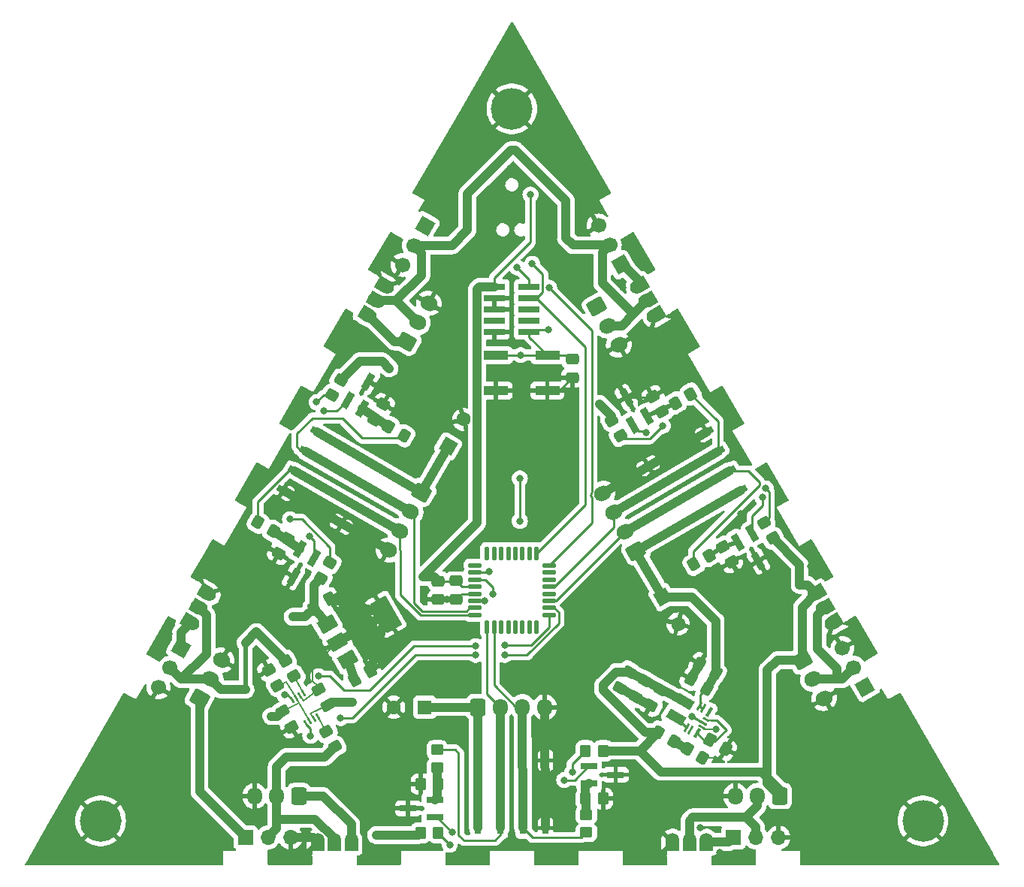
<source format=gbr>
%TF.GenerationSoftware,KiCad,Pcbnew,7.0.7*%
%TF.CreationDate,2023-11-13T09:37:15+01:00*%
%TF.ProjectId,Small,536d616c-6c2e-46b6-9963-61645f706362,rev?*%
%TF.SameCoordinates,Original*%
%TF.FileFunction,Copper,L1,Top*%
%TF.FilePolarity,Positive*%
%FSLAX46Y46*%
G04 Gerber Fmt 4.6, Leading zero omitted, Abs format (unit mm)*
G04 Created by KiCad (PCBNEW 7.0.7) date 2023-11-13 09:37:15*
%MOMM*%
%LPD*%
G01*
G04 APERTURE LIST*
G04 Aperture macros list*
%AMRoundRect*
0 Rectangle with rounded corners*
0 $1 Rounding radius*
0 $2 $3 $4 $5 $6 $7 $8 $9 X,Y pos of 4 corners*
0 Add a 4 corners polygon primitive as box body*
4,1,4,$2,$3,$4,$5,$6,$7,$8,$9,$2,$3,0*
0 Add four circle primitives for the rounded corners*
1,1,$1+$1,$2,$3*
1,1,$1+$1,$4,$5*
1,1,$1+$1,$6,$7*
1,1,$1+$1,$8,$9*
0 Add four rect primitives between the rounded corners*
20,1,$1+$1,$2,$3,$4,$5,0*
20,1,$1+$1,$4,$5,$6,$7,0*
20,1,$1+$1,$6,$7,$8,$9,0*
20,1,$1+$1,$8,$9,$2,$3,0*%
%AMHorizOval*
0 Thick line with rounded ends*
0 $1 width*
0 $2 $3 position (X,Y) of the first rounded end (center of the circle)*
0 $4 $5 position (X,Y) of the second rounded end (center of the circle)*
0 Add line between two ends*
20,1,$1,$2,$3,$4,$5,0*
0 Add two circle primitives to create the rounded ends*
1,1,$1,$2,$3*
1,1,$1,$4,$5*%
%AMRotRect*
0 Rectangle, with rotation*
0 The origin of the aperture is its center*
0 $1 length*
0 $2 width*
0 $3 Rotation angle, in degrees counterclockwise*
0 Add horizontal line*
21,1,$1,$2,0,0,$3*%
G04 Aperture macros list end*
%TA.AperFunction,ComponentPad*%
%ADD10RoundRect,0.250000X0.600000X0.725000X-0.600000X0.725000X-0.600000X-0.725000X0.600000X-0.725000X0*%
%TD*%
%TA.AperFunction,ComponentPad*%
%ADD11O,1.700000X1.950000*%
%TD*%
%TA.AperFunction,SMDPad,CuDef*%
%ADD12R,0.712000X1.468399*%
%TD*%
%TA.AperFunction,SMDPad,CuDef*%
%ADD13RoundRect,0.250000X-0.350000X-0.450000X0.350000X-0.450000X0.350000X0.450000X-0.350000X0.450000X0*%
%TD*%
%TA.AperFunction,SMDPad,CuDef*%
%ADD14RoundRect,0.250000X0.564711X-0.078109X0.214711X0.528109X-0.564711X0.078109X-0.214711X-0.528109X0*%
%TD*%
%TA.AperFunction,SMDPad,CuDef*%
%ADD15RoundRect,0.250000X-0.242612X0.529784X-0.580112X-0.054784X0.242612X-0.529784X0.580112X0.054784X0*%
%TD*%
%TA.AperFunction,SMDPad,CuDef*%
%ADD16RoundRect,0.250000X-0.564711X0.078109X-0.214711X-0.528109X0.564711X-0.078109X0.214711X0.528109X0*%
%TD*%
%TA.AperFunction,ComponentPad*%
%ADD17R,1.700000X1.700000*%
%TD*%
%TA.AperFunction,ComponentPad*%
%ADD18O,1.700000X1.700000*%
%TD*%
%TA.AperFunction,SMDPad,CuDef*%
%ADD19RotRect,1.900000X0.800000X120.000000*%
%TD*%
%TA.AperFunction,SMDPad,CuDef*%
%ADD20RoundRect,0.250000X-0.529784X-0.242612X0.054784X-0.580112X0.529784X0.242612X-0.054784X0.580112X0*%
%TD*%
%TA.AperFunction,SMDPad,CuDef*%
%ADD21RoundRect,0.250000X-0.528109X-0.214711X0.078109X-0.564711X0.528109X0.214711X-0.078109X0.564711X0*%
%TD*%
%TA.AperFunction,SMDPad,CuDef*%
%ADD22RotRect,1.143000X1.524000X30.000000*%
%TD*%
%TA.AperFunction,SMDPad,CuDef*%
%ADD23HorizOval,1.524000X0.206114X0.119000X-0.206114X-0.119000X0*%
%TD*%
%TA.AperFunction,SMDPad,CuDef*%
%ADD24RoundRect,0.250000X-0.078109X-0.564711X0.528109X-0.214711X0.078109X0.564711X-0.528109X0.214711X0*%
%TD*%
%TA.AperFunction,ComponentPad*%
%ADD25RoundRect,0.250000X0.927868X-0.157115X0.327868X0.882115X-0.927868X0.157115X-0.327868X-0.882115X0*%
%TD*%
%TA.AperFunction,ComponentPad*%
%ADD26HorizOval,1.700000X0.108253X0.062500X-0.108253X-0.062500X0*%
%TD*%
%TA.AperFunction,ComponentPad*%
%ADD27R,1.600000X1.600000*%
%TD*%
%TA.AperFunction,ComponentPad*%
%ADD28C,1.600000*%
%TD*%
%TA.AperFunction,SMDPad,CuDef*%
%ADD29R,1.900000X0.800000*%
%TD*%
%TA.AperFunction,ComponentPad*%
%ADD30RoundRect,0.250000X-0.927868X0.157115X-0.327868X-0.882115X0.927868X-0.157115X0.327868X0.882115X0*%
%TD*%
%TA.AperFunction,ComponentPad*%
%ADD31HorizOval,1.700000X-0.108253X-0.062500X0.108253X0.062500X0*%
%TD*%
%TA.AperFunction,SMDPad,CuDef*%
%ADD32R,2.800000X1.000000*%
%TD*%
%TA.AperFunction,SMDPad,CuDef*%
%ADD33RotRect,0.750000X0.250000X300.000000*%
%TD*%
%TA.AperFunction,ComponentPad*%
%ADD34RoundRect,0.250000X-0.327868X0.882115X-0.927868X-0.157115X0.327868X-0.882115X0.927868X0.157115X0*%
%TD*%
%TA.AperFunction,ComponentPad*%
%ADD35HorizOval,1.700000X-0.108253X0.062500X0.108253X-0.062500X0*%
%TD*%
%TA.AperFunction,SMDPad,CuDef*%
%ADD36RoundRect,0.250000X-0.214711X0.528109X-0.564711X-0.078109X0.214711X-0.528109X0.564711X0.078109X0*%
%TD*%
%TA.AperFunction,ComponentPad*%
%ADD37RotRect,1.700000X1.700000X210.000000*%
%TD*%
%TA.AperFunction,ComponentPad*%
%ADD38HorizOval,1.700000X0.000000X0.000000X0.000000X0.000000X0*%
%TD*%
%TA.AperFunction,SMDPad,CuDef*%
%ADD39RoundRect,0.250000X0.214711X-0.528109X0.564711X0.078109X-0.214711X0.528109X-0.564711X-0.078109X0*%
%TD*%
%TA.AperFunction,SMDPad,CuDef*%
%ADD40RoundRect,0.250000X-0.580112X0.054784X-0.242612X-0.529784X0.580112X-0.054784X0.242612X0.529784X0*%
%TD*%
%TA.AperFunction,ComponentPad*%
%ADD41RotRect,1.600000X1.600000X60.000000*%
%TD*%
%TA.AperFunction,SMDPad,CuDef*%
%ADD42RoundRect,0.250000X0.529784X0.242612X-0.054784X0.580112X-0.529784X-0.242612X0.054784X-0.580112X0*%
%TD*%
%TA.AperFunction,SMDPad,CuDef*%
%ADD43RoundRect,0.250000X-0.054784X-0.580112X0.529784X-0.242612X0.054784X0.580112X-0.529784X0.242612X0*%
%TD*%
%TA.AperFunction,SMDPad,CuDef*%
%ADD44RoundRect,0.125000X-0.625000X-0.125000X0.625000X-0.125000X0.625000X0.125000X-0.625000X0.125000X0*%
%TD*%
%TA.AperFunction,SMDPad,CuDef*%
%ADD45RoundRect,0.125000X-0.125000X-0.625000X0.125000X-0.625000X0.125000X0.625000X-0.125000X0.625000X0*%
%TD*%
%TA.AperFunction,SMDPad,CuDef*%
%ADD46RoundRect,0.250000X0.078109X0.564711X-0.528109X0.214711X-0.078109X-0.564711X0.528109X-0.214711X0*%
%TD*%
%TA.AperFunction,ComponentPad*%
%ADD47C,4.700000*%
%TD*%
%TA.AperFunction,ComponentPad*%
%ADD48RoundRect,0.250000X-0.600000X-0.725000X0.600000X-0.725000X0.600000X0.725000X-0.600000X0.725000X0*%
%TD*%
%TA.AperFunction,SMDPad,CuDef*%
%ADD49RoundRect,0.250000X-0.475000X0.337500X-0.475000X-0.337500X0.475000X-0.337500X0.475000X0.337500X0*%
%TD*%
%TA.AperFunction,ComponentPad*%
%ADD50RoundRect,0.250000X0.327868X-0.882115X0.927868X0.157115X-0.327868X0.882115X-0.927868X-0.157115X0*%
%TD*%
%TA.AperFunction,SMDPad,CuDef*%
%ADD51RoundRect,0.250000X0.350000X0.450000X-0.350000X0.450000X-0.350000X-0.450000X0.350000X-0.450000X0*%
%TD*%
%TA.AperFunction,SMDPad,CuDef*%
%ADD52RotRect,1.900000X0.800000X240.000000*%
%TD*%
%TA.AperFunction,SMDPad,CuDef*%
%ADD53RotRect,2.000000X1.500000X30.000000*%
%TD*%
%TA.AperFunction,SMDPad,CuDef*%
%ADD54RotRect,2.000000X3.800000X30.000000*%
%TD*%
%TA.AperFunction,SMDPad,CuDef*%
%ADD55RoundRect,0.250000X0.450000X-0.350000X0.450000X0.350000X-0.450000X0.350000X-0.450000X-0.350000X0*%
%TD*%
%TA.AperFunction,ComponentPad*%
%ADD56RotRect,1.600000X1.600000X300.000000*%
%TD*%
%TA.AperFunction,SMDPad,CuDef*%
%ADD57R,2.400000X0.740000*%
%TD*%
%TA.AperFunction,SMDPad,CuDef*%
%ADD58R,1.524000X1.143000*%
%TD*%
%TA.AperFunction,SMDPad,CuDef*%
%ADD59O,1.524000X2.000000*%
%TD*%
%TA.AperFunction,SMDPad,CuDef*%
%ADD60RotRect,1.900000X0.800000X300.000000*%
%TD*%
%TA.AperFunction,SMDPad,CuDef*%
%ADD61RoundRect,0.250000X0.528109X0.214711X-0.078109X0.564711X-0.528109X-0.214711X0.078109X-0.564711X0*%
%TD*%
%TA.AperFunction,SMDPad,CuDef*%
%ADD62RotRect,1.143000X1.524000X150.000000*%
%TD*%
%TA.AperFunction,SMDPad,CuDef*%
%ADD63HorizOval,1.524000X-0.206114X0.119000X0.206114X-0.119000X0*%
%TD*%
%TA.AperFunction,SMDPad,CuDef*%
%ADD64RoundRect,0.250000X-0.450000X0.350000X-0.450000X-0.350000X0.450000X-0.350000X0.450000X0.350000X0*%
%TD*%
%TA.AperFunction,SMDPad,CuDef*%
%ADD65RotRect,1.900000X0.800000X60.000000*%
%TD*%
%TA.AperFunction,SMDPad,CuDef*%
%ADD66RotRect,0.712000X1.468399X120.000000*%
%TD*%
%TA.AperFunction,ComponentPad*%
%ADD67RotRect,1.700000X1.700000X330.000000*%
%TD*%
%TA.AperFunction,ComponentPad*%
%ADD68HorizOval,1.700000X0.000000X0.000000X0.000000X0.000000X0*%
%TD*%
%TA.AperFunction,SMDPad,CuDef*%
%ADD69RotRect,0.712000X1.468399X240.000000*%
%TD*%
%TA.AperFunction,SMDPad,CuDef*%
%ADD70RotRect,1.124991X0.370002X240.000000*%
%TD*%
%TA.AperFunction,SMDPad,CuDef*%
%ADD71RotRect,1.099998X0.250012X240.000000*%
%TD*%
%TA.AperFunction,SMDPad,CuDef*%
%ADD72RotRect,1.099996X2.050008X240.000000*%
%TD*%
%TA.AperFunction,SMDPad,CuDef*%
%ADD73RotRect,1.099998X2.050008X240.000000*%
%TD*%
%TA.AperFunction,SMDPad,CuDef*%
%ADD74RotRect,0.800000X0.250000X330.000000*%
%TD*%
%TA.AperFunction,SMDPad,CuDef*%
%ADD75RotRect,1.520012X0.299999X330.000000*%
%TD*%
%TA.AperFunction,SMDPad,CuDef*%
%ADD76RoundRect,0.250000X0.580112X-0.054784X0.242612X0.529784X-0.580112X0.054784X-0.242612X-0.529784X0*%
%TD*%
%TA.AperFunction,ViaPad*%
%ADD77C,0.800000*%
%TD*%
%TA.AperFunction,Conductor*%
%ADD78C,1.000000*%
%TD*%
%TA.AperFunction,Conductor*%
%ADD79C,0.250000*%
%TD*%
%TA.AperFunction,Conductor*%
%ADD80C,0.150000*%
%TD*%
%TA.AperFunction,Conductor*%
%ADD81C,0.500000*%
%TD*%
G04 APERTURE END LIST*
D10*
%TO.P,J14,1,Pin_1*%
%TO.N,+5V*%
X51000000Y-112200000D03*
D11*
%TO.P,J14,2,Pin_2*%
%TO.N,Net-(J14-Pin_2)*%
X48500000Y-112200000D03*
%TO.P,J14,3,Pin_3*%
%TO.N,GND*%
X46000000Y-112200000D03*
%TD*%
D12*
%TO.P,J1,1,Pin_1*%
%TO.N,VDD*%
X71190000Y-108192400D03*
X71190000Y-115807600D03*
%TO.P,J1,2,Pin_2*%
%TO.N,/UART_1_TX*%
X73730000Y-108192400D03*
X73730000Y-115807600D03*
%TO.P,J1,3,Pin_3*%
%TO.N,/UART_1_RX*%
X76270000Y-108192400D03*
X76270000Y-115807600D03*
%TO.P,J1,4,Pin_4*%
%TO.N,GND*%
X78810000Y-108192400D03*
X78810000Y-115807600D03*
%TD*%
D13*
%TO.P,R1,1*%
%TO.N,+5V*%
X64700000Y-116350000D03*
%TO.P,R1,2*%
%TO.N,Net-(D1-A)*%
X66700000Y-116350000D03*
%TD*%
D14*
%TO.P,R14,1*%
%TO.N,Net-(Q4-G)*%
X91926537Y-68880000D03*
%TO.P,R14,2*%
%TO.N,GND*%
X90926537Y-67147950D03*
%TD*%
D13*
%TO.P,R8,1*%
%TO.N,Net-(Q2-G)*%
X83300000Y-112500000D03*
%TO.P,R8,2*%
%TO.N,GND*%
X85300000Y-112500000D03*
%TD*%
D15*
%TO.P,C5,1*%
%TO.N,+5V*%
X91700000Y-100200000D03*
%TO.P,C5,2*%
%TO.N,GND*%
X90662500Y-101997002D03*
%TD*%
D16*
%TO.P,R10,1*%
%TO.N,+5V*%
X86250000Y-69847950D03*
%TO.P,R10,2*%
%TO.N,Net-(D4-A)*%
X87250000Y-71580000D03*
%TD*%
D17*
%TO.P,J9,1,Pin_1*%
%TO.N,+5V*%
X99975000Y-116875000D03*
D18*
%TO.P,J9,2,Pin_2*%
%TO.N,Net-(J10-Pin_2)*%
X102515000Y-116875000D03*
%TO.P,J9,3,Pin_3*%
%TO.N,GND*%
X105055000Y-116875000D03*
%TD*%
D16*
%TO.P,R13,1*%
%TO.N,Net-(Q3-G)*%
X98740896Y-84093398D03*
%TO.P,R13,2*%
%TO.N,GND*%
X99740896Y-85825448D03*
%TD*%
D19*
%TO.P,Q4,1,D*%
%TO.N,Net-(D4-K)*%
X88565544Y-70358590D03*
%TO.P,Q4,2,G*%
%TO.N,Net-(Q4-G)*%
X90210992Y-69408590D03*
%TO.P,Q4,3,S*%
%TO.N,GND*%
X87888268Y-67285514D03*
%TD*%
D20*
%TO.P,C7,1*%
%TO.N,Net-(U1-RT)*%
X97301499Y-105881250D03*
%TO.P,C7,2*%
%TO.N,GND*%
X99098501Y-106918750D03*
%TD*%
D21*
%TO.P,R6,1*%
%TO.N,Net-(U1-FB)*%
X94771154Y-106880607D03*
%TO.P,R6,2*%
%TO.N,GND*%
X96503204Y-107880607D03*
%TD*%
D15*
%TO.P,C4,1*%
%TO.N,+5V*%
X89967949Y-99200000D03*
%TO.P,C4,2*%
%TO.N,GND*%
X88930449Y-100997002D03*
%TD*%
D21*
%TO.P,R19,1*%
%TO.N,Net-(Q5-G)*%
X61121986Y-70580000D03*
%TO.P,R19,2*%
%TO.N,/UART_3_TX*%
X62854036Y-71580000D03*
%TD*%
D22*
%TO.P,J22,1,Pin_1*%
%TO.N,+5V*%
X109666395Y-89131036D03*
D23*
X109284305Y-89351636D03*
D22*
%TO.P,J22,2,Pin_2*%
%TO.N,Net-(J10-Pin_2)*%
X110616395Y-90776484D03*
D23*
X110234305Y-90997084D03*
D22*
%TO.P,J22,3,Pin_3*%
%TO.N,GND*%
X111566395Y-92421932D03*
D23*
X111184305Y-92642532D03*
%TD*%
D24*
%TO.P,R12,1*%
%TO.N,Net-(Q4-G)*%
X93435383Y-67893398D03*
%TO.P,R12,2*%
%TO.N,/UART_2_RX*%
X95167433Y-66893398D03*
%TD*%
D25*
%TO.P,J4,1,Pin_1*%
%TO.N,VDD*%
X88983166Y-84571833D03*
D26*
%TO.P,J4,2,Pin_2*%
%TO.N,/UART_2_TX*%
X87733166Y-82406769D03*
%TO.P,J4,3,Pin_3*%
%TO.N,/UART_2_RX*%
X86483166Y-80241706D03*
%TO.P,J4,4,Pin_4*%
%TO.N,GND*%
X85233166Y-78076642D03*
%TD*%
D27*
%TO.P,C8,1*%
%TO.N,VDD*%
X65190000Y-102192400D03*
D28*
%TO.P,C8,2*%
%TO.N,GND*%
X61690000Y-102192400D03*
%TD*%
D29*
%TO.P,Q2,1,D*%
%TO.N,Net-(D2-K)*%
X83700000Y-108850000D03*
%TO.P,Q2,2,G*%
%TO.N,Net-(Q2-G)*%
X83700000Y-110750000D03*
%TO.P,Q2,3,S*%
%TO.N,GND*%
X86700000Y-109800000D03*
%TD*%
D30*
%TO.P,J16,1,Pin_1*%
%TO.N,+5V*%
X107700000Y-96869873D03*
D31*
%TO.P,J16,2,Pin_2*%
%TO.N,Net-(J10-Pin_2)*%
X108950000Y-99034937D03*
%TO.P,J16,3,Pin_3*%
%TO.N,GND*%
X110200000Y-101200000D03*
%TD*%
D32*
%TO.P,SW1,1,1*%
%TO.N,GND*%
X79000000Y-66500000D03*
X73200000Y-66500000D03*
%TO.P,SW1,2,2*%
%TO.N,/NRST*%
X79000000Y-62500000D03*
X73200000Y-62500000D03*
%TD*%
D33*
%TO.P,U4,1,B2*%
%TO.N,Net-(U4-B2)*%
X51554359Y-100583641D03*
%TO.P,U4,2,GND*%
%TO.N,GND*%
X51121346Y-100833641D03*
%TO.P,U4,3,VCCA*%
%TO.N,+3V3*%
X50688334Y-101083641D03*
%TO.P,U4,4,A2*%
%TO.N,/LED_RET*%
X50255321Y-101333641D03*
%TO.P,U4,5,A1*%
%TO.N,/LED_SIG*%
X51805321Y-104018319D03*
%TO.P,U4,6,OE*%
%TO.N,+3V3*%
X52238334Y-103768319D03*
%TO.P,U4,7,VCCB*%
%TO.N,+5V*%
X52671346Y-103518319D03*
%TO.P,U4,8,B1*%
%TO.N,Net-(U4-B1)*%
X53104359Y-103268319D03*
%TD*%
D34*
%TO.P,J7,1,Pin_1*%
%TO.N,VDD*%
X64826833Y-77972720D03*
D35*
%TO.P,J7,2,Pin_2*%
%TO.N,/UART_3_TX*%
X63576833Y-80137784D03*
%TO.P,J7,3,Pin_3*%
%TO.N,/UART_3_RX*%
X62326833Y-82302847D03*
%TO.P,J7,4,Pin_4*%
%TO.N,GND*%
X61076833Y-84467911D03*
%TD*%
D36*
%TO.P,R16,1*%
%TO.N,+5V*%
X55750000Y-65284552D03*
%TO.P,R16,2*%
%TO.N,Net-(D5-A)*%
X54750000Y-67016602D03*
%TD*%
D15*
%TO.P,C6,1*%
%TO.N,+5V*%
X88235898Y-98200000D03*
%TO.P,C6,2*%
%TO.N,GND*%
X87198398Y-99997002D03*
%TD*%
D37*
%TO.P,J10,1,Pin_1*%
%TO.N,+5V*%
X114806171Y-99933452D03*
D38*
%TO.P,J10,2,Pin_2*%
%TO.N,Net-(J10-Pin_2)*%
X113536171Y-97733747D03*
%TO.P,J10,3,Pin_3*%
%TO.N,GND*%
X112266171Y-95534043D03*
%TD*%
D39*
%TO.P,R23,1*%
%TO.N,Net-(Q5-G)*%
X59513140Y-69766602D03*
%TO.P,R23,2*%
%TO.N,GND*%
X60513140Y-68034552D03*
%TD*%
D40*
%TO.P,C18,1*%
%TO.N,+3V3*%
X49160930Y-102638101D03*
%TO.P,C18,2*%
%TO.N,GND*%
X50198430Y-104435103D03*
%TD*%
D41*
%TO.P,C11,1*%
%TO.N,VDD*%
X67826833Y-72776567D03*
D28*
%TO.P,C11,2*%
%TO.N,GND*%
X69576833Y-69745478D03*
%TD*%
D42*
%TO.P,C3,1*%
%TO.N,VDD*%
X97972114Y-98336379D03*
%TO.P,C3,2*%
%TO.N,GND*%
X96175112Y-97298879D03*
%TD*%
D22*
%TO.P,J23,1,Pin_1*%
%TO.N,+5V*%
X89666395Y-54490019D03*
D23*
X89284305Y-54710619D03*
D22*
%TO.P,J23,2,Pin_2*%
%TO.N,Net-(J11-Pin_2)*%
X90616395Y-56135467D03*
D23*
X90234305Y-56356067D03*
D22*
%TO.P,J23,3,Pin_3*%
%TO.N,GND*%
X91566395Y-57780915D03*
D23*
X91184305Y-58001515D03*
%TD*%
D14*
%TO.P,R9,1*%
%TO.N,+5V*%
X104417433Y-83125448D03*
%TO.P,R9,2*%
%TO.N,Net-(D3-A)*%
X103417433Y-81393398D03*
%TD*%
D43*
%TO.P,C9,1*%
%TO.N,+5V*%
X52683456Y-91016732D03*
%TO.P,C9,2*%
%TO.N,GND*%
X54480458Y-89979232D03*
%TD*%
D44*
%TO.P,U2,1,PB9*%
%TO.N,unconnected-(U2-PB9-Pad1)*%
X70825000Y-86200000D03*
%TO.P,U2,2,PC14-OSC32_IN*%
%TO.N,/OSC_IN*%
X70825000Y-87000000D03*
%TO.P,U2,3,PC15-OSC32_OUT*%
%TO.N,/OSC_OUT*%
X70825000Y-87800000D03*
%TO.P,U2,4,VDD/VDDA*%
%TO.N,+3V3*%
X70825000Y-88600000D03*
%TO.P,U2,5,VSS/VSSA*%
%TO.N,GND*%
X70825000Y-89400000D03*
%TO.P,U2,6,NRST*%
%TO.N,/NRST*%
X70825000Y-90200000D03*
%TO.P,U2,7,PA0*%
%TO.N,/UART_3_TX*%
X70825000Y-91000000D03*
%TO.P,U2,8,PA1*%
%TO.N,/UART_3_RX*%
X70825000Y-91800000D03*
D45*
%TO.P,U2,9,PA2*%
%TO.N,/UART_1_TX*%
X72200000Y-93175000D03*
%TO.P,U2,10,PA3*%
%TO.N,/UART_1_RX*%
X73000000Y-93175000D03*
%TO.P,U2,11,PA4*%
%TO.N,unconnected-(U2-PA4-Pad11)*%
X73800000Y-93175000D03*
%TO.P,U2,12,PA5*%
%TO.N,unconnected-(U2-PA5-Pad12)*%
X74600000Y-93175000D03*
%TO.P,U2,13,PA6*%
%TO.N,unconnected-(U2-PA6-Pad13)*%
X75400000Y-93175000D03*
%TO.P,U2,14,PA7*%
%TO.N,unconnected-(U2-PA7-Pad14)*%
X76200000Y-93175000D03*
%TO.P,U2,15,PB0*%
%TO.N,unconnected-(U2-PB0-Pad15)*%
X77000000Y-93175000D03*
%TO.P,U2,16,PB1*%
%TO.N,unconnected-(U2-PB1-Pad16)*%
X77800000Y-93175000D03*
D44*
%TO.P,U2,17,PB2*%
%TO.N,/LED_RET*%
X79175000Y-91800000D03*
%TO.P,U2,18,PA8*%
%TO.N,/LED_SIG*%
X79175000Y-91000000D03*
%TO.P,U2,19,PA9*%
%TO.N,/UART_2_TX*%
X79175000Y-90200000D03*
%TO.P,U2,20,PC6*%
%TO.N,unconnected-(U2-PC6-Pad20)*%
X79175000Y-89400000D03*
%TO.P,U2,21,PA10*%
%TO.N,/UART_2_RX*%
X79175000Y-88600000D03*
%TO.P,U2,22,PA11_[PA9]*%
%TO.N,unconnected-(U2-PA11_[PA9]-Pad22)*%
X79175000Y-87800000D03*
%TO.P,U2,23,PA12_[PA10]*%
%TO.N,unconnected-(U2-PA12_[PA10]-Pad23)*%
X79175000Y-87000000D03*
%TO.P,U2,24,PA13*%
%TO.N,/SWDIO*%
X79175000Y-86200000D03*
D45*
%TO.P,U2,25,PA14-BOOT0*%
%TO.N,/SWDCLK*%
X77800000Y-84825000D03*
%TO.P,U2,26,PA15*%
%TO.N,unconnected-(U2-PA15-Pad26)*%
X77000000Y-84825000D03*
%TO.P,U2,27,PB3*%
%TO.N,unconnected-(U2-PB3-Pad27)*%
X76200000Y-84825000D03*
%TO.P,U2,28,PB4*%
%TO.N,unconnected-(U2-PB4-Pad28)*%
X75400000Y-84825000D03*
%TO.P,U2,29,PB5*%
%TO.N,unconnected-(U2-PB5-Pad29)*%
X74600000Y-84825000D03*
%TO.P,U2,30,PB6*%
%TO.N,unconnected-(U2-PB6-Pad30)*%
X73800000Y-84825000D03*
%TO.P,U2,31,PB7*%
%TO.N,unconnected-(U2-PB7-Pad31)*%
X73000000Y-84825000D03*
%TO.P,U2,32,PB8*%
%TO.N,unconnected-(U2-PB8-Pad32)*%
X72200000Y-84825000D03*
%TD*%
D46*
%TO.P,R11,1*%
%TO.N,Net-(Q3-G)*%
X97232050Y-85080000D03*
%TO.P,R11,2*%
%TO.N,/UART_2_TX*%
X95500000Y-86080000D03*
%TD*%
D47*
%TO.P,H1,1,1*%
%TO.N,GND*%
X121339746Y-115000000D03*
%TD*%
D48*
%TO.P,J2,1,Pin_1*%
%TO.N,VDD*%
X71190000Y-102192400D03*
D11*
%TO.P,J2,2,Pin_2*%
%TO.N,/UART_1_TX*%
X73690000Y-102192400D03*
%TO.P,J2,3,Pin_3*%
%TO.N,/UART_1_RX*%
X76190000Y-102192400D03*
%TO.P,J2,4,Pin_4*%
%TO.N,GND*%
X78690000Y-102192400D03*
%TD*%
D49*
%TO.P,C14,1*%
%TO.N,+3V3*%
X68750000Y-87950000D03*
%TO.P,C14,2*%
%TO.N,GND*%
X68750000Y-90025000D03*
%TD*%
D29*
%TO.P,Q1,1,D*%
%TO.N,Net-(D1-K)*%
X66300000Y-114550000D03*
%TO.P,Q1,2,G*%
%TO.N,Net-(Q1-G)*%
X66300000Y-112650000D03*
%TO.P,Q1,3,S*%
%TO.N,GND*%
X63300000Y-113600000D03*
%TD*%
D39*
%TO.P,R17,1*%
%TO.N,+5V*%
X53488011Y-87625448D03*
%TO.P,R17,2*%
%TO.N,Net-(D6-A)*%
X54488011Y-85893398D03*
%TD*%
D42*
%TO.P,C2,1*%
%TO.N,VDD*%
X96972115Y-100068429D03*
%TO.P,C2,2*%
%TO.N,GND*%
X95175113Y-99030929D03*
%TD*%
D17*
%TO.P,J8,1,Pin_1*%
%TO.N,+5V*%
X44975000Y-116875000D03*
D18*
%TO.P,J8,2,Pin_2*%
%TO.N,Net-(J14-Pin_2)*%
X47515000Y-116875000D03*
%TO.P,J8,3,Pin_3*%
%TO.N,GND*%
X50055000Y-116875000D03*
%TD*%
D16*
%TO.P,R25,1*%
%TO.N,Net-(J13-Pin_2)*%
X49464359Y-96963655D03*
%TO.P,R25,2*%
%TO.N,Net-(U4-B2)*%
X50464359Y-98695705D03*
%TD*%
D21*
%TO.P,R3,1*%
%TO.N,+5V*%
X91523558Y-105005608D03*
%TO.P,R3,2*%
%TO.N,Net-(U1-FB)*%
X93255608Y-106005608D03*
%TD*%
D30*
%TO.P,J17,1,Pin_1*%
%TO.N,+5V*%
X84550000Y-57034936D03*
D31*
%TO.P,J17,2,Pin_2*%
%TO.N,Net-(J11-Pin_2)*%
X85800000Y-59200000D03*
%TO.P,J17,3,Pin_3*%
%TO.N,GND*%
X87050000Y-61365063D03*
%TD*%
D49*
%TO.P,C13,1*%
%TO.N,+3V3*%
X66700000Y-87962500D03*
%TO.P,C13,2*%
%TO.N,GND*%
X66700000Y-90037500D03*
%TD*%
D50*
%TO.P,J18,1,Pin_1*%
%TO.N,+5V*%
X63150000Y-60965064D03*
D35*
%TO.P,J18,2,Pin_2*%
%TO.N,Net-(J11-Pin_2)*%
X64400000Y-58800000D03*
%TO.P,J18,3,Pin_3*%
%TO.N,GND*%
X65650000Y-56634937D03*
%TD*%
D51*
%TO.P,R2,1*%
%TO.N,+5V*%
X85300000Y-107100000D03*
%TO.P,R2,2*%
%TO.N,Net-(D2-A)*%
X83300000Y-107100000D03*
%TD*%
D52*
%TO.P,Q6,1,D*%
%TO.N,Net-(D6-K)*%
X52729165Y-85339808D03*
%TO.P,Q6,2,G*%
%TO.N,Net-(Q6-G)*%
X51083717Y-84389808D03*
%TO.P,Q6,3,S*%
%TO.N,GND*%
X50406441Y-87462884D03*
%TD*%
D53*
%TO.P,U3,1,VI*%
%TO.N,+5V*%
X54194040Y-92858142D03*
%TO.P,U3,2,GND*%
%TO.N,GND*%
X55344040Y-94850000D03*
D54*
X60800000Y-91700000D03*
D53*
%TO.P,U3,3,VO*%
%TO.N,+3V3*%
X56494040Y-96841858D03*
%TD*%
D55*
%TO.P,R4,1*%
%TO.N,Net-(Q1-G)*%
X66600000Y-109000000D03*
%TO.P,R4,2*%
%TO.N,/UART_1_TX*%
X66600000Y-107000000D03*
%TD*%
D56*
%TO.P,C1,1*%
%TO.N,VDD*%
X91983166Y-89767986D03*
D28*
%TO.P,C1,2*%
%TO.N,GND*%
X93733166Y-92799075D03*
%TD*%
D57*
%TO.P,J6,1,VTref*%
%TO.N,+3V3*%
X73050000Y-54800000D03*
%TO.P,J6,2,SWDIO/TMS*%
%TO.N,/SWDIO*%
X76950000Y-54800000D03*
%TO.P,J6,3,GND*%
%TO.N,GND*%
X73050000Y-56070000D03*
%TO.P,J6,4,SWDCLK/TCK*%
%TO.N,/SWDCLK*%
X76950000Y-56070000D03*
%TO.P,J6,5,GND*%
%TO.N,GND*%
X73050000Y-57340000D03*
%TO.P,J6,6,SWO/TDO*%
%TO.N,unconnected-(J6-SWO{slash}TDO-Pad6)*%
X76950000Y-57340000D03*
%TO.P,J6,7,KEY*%
%TO.N,unconnected-(J6-KEY-Pad7)*%
X73050000Y-58610000D03*
%TO.P,J6,8,NC/TDI*%
%TO.N,unconnected-(J6-NC{slash}TDI-Pad8)*%
X76950000Y-58610000D03*
%TO.P,J6,9,GNDDetect*%
%TO.N,GND*%
X73050000Y-59880000D03*
%TO.P,J6,10,~{RESET}*%
%TO.N,/NRST*%
X76950000Y-59880000D03*
%TD*%
D47*
%TO.P,H3,1,1*%
%TO.N,GND*%
X75000000Y-34737078D03*
%TD*%
D16*
%TO.P,R18,1*%
%TO.N,Net-(U4-B1)*%
X54064359Y-104931089D03*
%TO.P,R18,2*%
%TO.N,Net-(J14-Pin_2)*%
X55064359Y-106663139D03*
%TD*%
D58*
%TO.P,J21,1,Pin_1*%
%TO.N,+5V*%
X96900000Y-117825000D03*
D59*
X96900000Y-117383800D03*
D58*
%TO.P,J21,2,Pin_2*%
%TO.N,Net-(J10-Pin_2)*%
X95000000Y-117825000D03*
D59*
X95000000Y-117383800D03*
D58*
%TO.P,J21,3,Pin_3*%
%TO.N,GND*%
X93100000Y-117825000D03*
D59*
X93100000Y-117383800D03*
%TD*%
D37*
%TO.P,J11,1,Pin_1*%
%TO.N,+5V*%
X87306171Y-52301927D03*
D38*
%TO.P,J11,2,Pin_2*%
%TO.N,Net-(J11-Pin_2)*%
X86036171Y-50102222D03*
%TO.P,J11,3,Pin_3*%
%TO.N,GND*%
X84766171Y-47902518D03*
%TD*%
D60*
%TO.P,Q3,1,D*%
%TO.N,Net-(D3-K)*%
X102101889Y-82614808D03*
%TO.P,Q3,2,G*%
%TO.N,Net-(Q3-G)*%
X100456441Y-83564808D03*
%TO.P,Q3,3,S*%
%TO.N,GND*%
X102779165Y-85687884D03*
%TD*%
D61*
%TO.P,R20,1*%
%TO.N,Net-(Q6-G)*%
X48116025Y-82330000D03*
%TO.P,R20,2*%
%TO.N,/UART_3_RX*%
X46383975Y-81330000D03*
%TD*%
D62*
%TO.P,J25,1,Pin_1*%
%TO.N,+5V*%
X38433605Y-92421933D03*
D63*
X38815695Y-92642533D03*
D62*
%TO.P,J25,2,Pin_2*%
%TO.N,Net-(J13-Pin_2)*%
X39383605Y-90776485D03*
D63*
X39765695Y-90997085D03*
D62*
%TO.P,J25,3,Pin_3*%
%TO.N,GND*%
X40333605Y-89131037D03*
D63*
X40715695Y-89351637D03*
%TD*%
D49*
%TO.P,C15,1*%
%TO.N,/NRST*%
X81800000Y-62962500D03*
%TO.P,C15,2*%
%TO.N,GND*%
X81800000Y-65037500D03*
%TD*%
D64*
%TO.P,R5,1*%
%TO.N,Net-(Q2-G)*%
X83400000Y-114300000D03*
%TO.P,R5,2*%
%TO.N,/UART_1_RX*%
X83400000Y-116300000D03*
%TD*%
D36*
%TO.P,R24,1*%
%TO.N,Net-(Q6-G)*%
X49724872Y-83143398D03*
%TO.P,R24,2*%
%TO.N,GND*%
X48724872Y-84875448D03*
%TD*%
D65*
%TO.P,Q5,1,D*%
%TO.N,Net-(D5-K)*%
X56508846Y-67570192D03*
%TO.P,Q5,2,G*%
%TO.N,Net-(Q5-G)*%
X58154294Y-68520192D03*
%TO.P,Q5,3,S*%
%TO.N,GND*%
X58831570Y-65447116D03*
%TD*%
D47*
%TO.P,H2,1,1*%
%TO.N,GND*%
X28660215Y-115000000D03*
%TD*%
D66*
%TO.P,J3,1,Pin_1*%
%TO.N,VDD*%
X94179318Y-81571834D03*
X100774274Y-77764234D03*
%TO.P,J3,2,Pin_2*%
%TO.N,/UART_2_TX*%
X92909318Y-79372129D03*
X99504274Y-75564529D03*
%TO.P,J3,3,Pin_3*%
%TO.N,/UART_2_RX*%
X91639318Y-77172425D03*
X98234274Y-73364825D03*
%TO.P,J3,4,Pin_4*%
%TO.N,GND*%
X90369318Y-74972720D03*
X96964274Y-71165120D03*
%TD*%
D62*
%TO.P,J24,1,Pin_1*%
%TO.N,+5V*%
X58433605Y-57780916D03*
D63*
X58815695Y-58001516D03*
D62*
%TO.P,J24,2,Pin_2*%
%TO.N,Net-(J11-Pin_2)*%
X59383605Y-56135468D03*
D63*
X59765695Y-56356068D03*
D62*
%TO.P,J24,3,Pin_3*%
%TO.N,GND*%
X60333605Y-54490020D03*
D63*
X60715695Y-54710620D03*
%TD*%
D51*
%TO.P,R7,1*%
%TO.N,Net-(Q1-G)*%
X66700000Y-110850000D03*
%TO.P,R7,2*%
%TO.N,GND*%
X64700000Y-110850000D03*
%TD*%
D67*
%TO.P,J13,1,Pin_1*%
%TO.N,+5V*%
X37718829Y-95560024D03*
D68*
%TO.P,J13,2,Pin_2*%
%TO.N,Net-(J13-Pin_2)*%
X36448829Y-97759729D03*
%TO.P,J13,3,Pin_3*%
%TO.N,GND*%
X35178829Y-99959433D03*
%TD*%
D16*
%TO.P,R21,1*%
%TO.N,GND*%
X47600000Y-98000000D03*
%TO.P,R21,2*%
%TO.N,+3V3*%
X48600000Y-99732050D03*
%TD*%
D58*
%TO.P,J20,1,Pin_1*%
%TO.N,+5V*%
X56900000Y-117825000D03*
D59*
X56900000Y-117383800D03*
D58*
%TO.P,J20,2,Pin_2*%
%TO.N,Net-(J14-Pin_2)*%
X55000000Y-117825000D03*
D59*
X55000000Y-117383800D03*
D58*
%TO.P,J20,3,Pin_3*%
%TO.N,GND*%
X53100000Y-117825000D03*
D59*
X53100000Y-117383800D03*
%TD*%
D69*
%TO.P,J5,1,Pin_1*%
%TO.N,VDD*%
X59630680Y-74972720D03*
X53035724Y-71165120D03*
%TO.P,J5,2,Pin_2*%
%TO.N,/UART_3_TX*%
X58360680Y-77172425D03*
X51765724Y-73364825D03*
%TO.P,J5,3,Pin_3*%
%TO.N,/UART_3_RX*%
X57090680Y-79372129D03*
X50495724Y-75564529D03*
%TO.P,J5,4,Pin_4*%
%TO.N,GND*%
X55820680Y-81571834D03*
X49225724Y-77764234D03*
%TD*%
D70*
%TO.P,U1,1,PGOOD*%
%TO.N,unconnected-(U1-PGOOD-Pad1)*%
X97241864Y-102721210D03*
D71*
%TO.P,U1,2,EN*%
%TO.N,VDD*%
X96546633Y-102305384D03*
%TO.P,U1,3,VIN*%
X96113621Y-102055384D03*
D72*
%TO.P,U1,4,VOUT*%
%TO.N,+5V*%
X94484678Y-101576795D03*
D73*
%TO.P,U1,5,SW*%
%TO.N,Net-(U1-SW-Pad5)*%
X93484679Y-103308845D03*
D71*
%TO.P,U1,6,SW*%
X94713621Y-104480256D03*
%TO.P,U1,7,BOOT*%
%TO.N,unconnected-(U1-BOOT-Pad7)*%
X95146633Y-104730256D03*
D70*
%TO.P,U1,8,VCC*%
%TO.N,Net-(U1-RT)*%
X95854364Y-105124430D03*
D74*
%TO.P,U1,9,FB*%
%TO.N,Net-(U1-FB)*%
X96384715Y-104405831D03*
D75*
%TO.P,U1,10,GND*%
%TO.N,GND*%
X96314287Y-103787820D03*
D74*
%TO.P,U1,11,RT*%
%TO.N,Net-(U1-RT)*%
X96884714Y-103539807D03*
%TD*%
D43*
%TO.P,C10,1*%
%TO.N,+3V3*%
X57300980Y-99089517D03*
%TO.P,C10,2*%
%TO.N,GND*%
X59097982Y-98052017D03*
%TD*%
D76*
%TO.P,C17,1*%
%TO.N,+5V*%
X54218750Y-101998501D03*
%TO.P,C17,2*%
%TO.N,GND*%
X53181250Y-100201499D03*
%TD*%
D10*
%TO.P,J15,1,Pin_1*%
%TO.N,+5V*%
X105200000Y-112200000D03*
D11*
%TO.P,J15,2,Pin_2*%
%TO.N,Net-(J10-Pin_2)*%
X102700000Y-112200000D03*
%TO.P,J15,3,Pin_3*%
%TO.N,GND*%
X100200000Y-112200000D03*
%TD*%
D67*
%TO.P,J12,1,Pin_1*%
%TO.N,+5V*%
X65218830Y-47928499D03*
D68*
%TO.P,J12,2,Pin_2*%
%TO.N,Net-(J11-Pin_2)*%
X63948830Y-50128204D03*
%TO.P,J12,3,Pin_3*%
%TO.N,GND*%
X62678830Y-52327908D03*
%TD*%
D50*
%TO.P,J19,1,Pin_1*%
%TO.N,+5V*%
X39800000Y-101200000D03*
D35*
%TO.P,J19,2,Pin_2*%
%TO.N,Net-(J13-Pin_2)*%
X41050000Y-99034936D03*
%TO.P,J19,3,Pin_3*%
%TO.N,GND*%
X42300000Y-96869873D03*
%TD*%
D77*
%TO.N,GND*%
X74300000Y-80400000D03*
X100800000Y-80400000D03*
X105500000Y-99200000D03*
X100400000Y-103000000D03*
X51800000Y-95600000D03*
X79000000Y-46400000D03*
X82500000Y-52300000D03*
X74800000Y-53600000D03*
X98400000Y-118600000D03*
X36400000Y-93900000D03*
X86800000Y-89700000D03*
X93600000Y-114000000D03*
X96200000Y-115800000D03*
X68100000Y-93500000D03*
X85100000Y-64700000D03*
X88100000Y-100500000D03*
X108700000Y-86300000D03*
X88400000Y-50400000D03*
X87500000Y-54900000D03*
X57400000Y-60600000D03*
X95300000Y-103200000D03*
X89900000Y-101600000D03*
X67700000Y-90037500D03*
X45000000Y-102800000D03*
X74800000Y-41400000D03*
X105500000Y-86700000D03*
X79275500Y-52800000D03*
%TO.N,+5V*%
X107437316Y-88400000D03*
X61200000Y-64000000D03*
X50300000Y-92000000D03*
X59700000Y-116600000D03*
X57000000Y-101600000D03*
X84900000Y-68000000D03*
X89429166Y-107100000D03*
%TO.N,+3V3*%
X56873927Y-97900000D03*
X47900000Y-103200000D03*
X77100000Y-44400000D03*
X65000000Y-87500000D03*
%TO.N,/OSC_IN*%
X72400000Y-86900000D03*
%TO.N,/NRST*%
X75900000Y-81200000D03*
X76000000Y-62500000D03*
X71900000Y-90200000D03*
X75900000Y-76400000D03*
X79100000Y-59600000D03*
%TO.N,Net-(D1-K)*%
X68275500Y-116300000D03*
%TO.N,Net-(D1-A)*%
X68000000Y-117700000D03*
%TO.N,Net-(D2-K)*%
X80900000Y-110400000D03*
%TO.N,Net-(D2-A)*%
X81800000Y-109500000D03*
%TO.N,Net-(D3-K)*%
X103275500Y-78550535D03*
%TO.N,Net-(D3-A)*%
X103613042Y-77509609D03*
%TO.N,Net-(D4-K)*%
X90100000Y-71200000D03*
%TO.N,Net-(D4-A)*%
X92000000Y-70475500D03*
%TO.N,Net-(D5-K)*%
X53800000Y-68800000D03*
%TO.N,Net-(D5-A)*%
X53000000Y-67800000D03*
%TO.N,Net-(D6-K)*%
X52200000Y-82900000D03*
%TO.N,Net-(D6-A)*%
X50000000Y-81000000D03*
%TO.N,/SWDIO*%
X79199500Y-54900000D03*
X75600000Y-52600000D03*
%TO.N,/SWDCLK*%
X77300000Y-52200000D03*
%TO.N,Net-(U1-FB)*%
X98026994Y-104651592D03*
X93977569Y-106422431D03*
%TO.N,/OSC_OUT*%
X72900000Y-89400000D03*
%TO.N,/LED_RET*%
X53200000Y-98700000D03*
X49400000Y-100800000D03*
X74200000Y-95200000D03*
X70900000Y-95300000D03*
%TO.N,/LED_SIG*%
X52300000Y-105400000D03*
X74200000Y-96300000D03*
X55700000Y-103400000D03*
X70900000Y-96300000D03*
%TD*%
D78*
%TO.N,VDD*%
X53035724Y-71165120D02*
X64826833Y-77972720D01*
D79*
X96229118Y-100811426D02*
X96972115Y-100068429D01*
D78*
X96972115Y-100068429D02*
X97972114Y-98336379D01*
X71190000Y-102192400D02*
X71190000Y-115807600D01*
D79*
X96546633Y-102305384D02*
X96363621Y-102305384D01*
X96229118Y-102170882D02*
X96229118Y-100811426D01*
D78*
X65190000Y-102192400D02*
X71190000Y-102192400D01*
X88983166Y-84571833D02*
X100774274Y-77764234D01*
D79*
X96229118Y-102170882D02*
X96113621Y-102055384D01*
D78*
X97972114Y-98336379D02*
X97972114Y-92472114D01*
D79*
X96363621Y-102305384D02*
X96229118Y-102170882D01*
D78*
X67826833Y-72776567D02*
X64826833Y-77972720D01*
X91983166Y-89767986D02*
X88983166Y-84571833D01*
X97972114Y-92472114D02*
X95267986Y-89767986D01*
X91983166Y-89767986D02*
X95267986Y-89767986D01*
%TO.N,GND*%
X50055000Y-116875000D02*
X52591200Y-116875000D01*
X88100000Y-100500000D02*
X89900000Y-101600000D01*
X85233166Y-78076642D02*
X96964274Y-71165120D01*
D79*
X87888268Y-67285514D02*
X90788973Y-67285514D01*
D80*
X53181250Y-99873016D02*
X52525000Y-99216766D01*
D78*
X30512951Y-115000000D02*
X28660215Y-115000000D01*
D80*
X98264149Y-107880607D02*
X99083700Y-107061056D01*
D79*
X68737500Y-90037500D02*
X68750000Y-90025000D01*
D78*
X55344040Y-94850000D02*
X60800000Y-91700000D01*
X54480458Y-89979232D02*
X60800000Y-91700000D01*
D79*
X80337500Y-66500000D02*
X81800000Y-65037500D01*
D78*
X60800000Y-91700000D02*
X59097982Y-98052017D01*
X96175112Y-97298879D02*
X95175113Y-99030929D01*
D80*
X51121346Y-100833641D02*
X51500000Y-101500000D01*
D78*
X78690000Y-102192400D02*
X78810000Y-115807600D01*
X87198398Y-99997002D02*
X88100000Y-100500000D01*
D80*
X53181250Y-100201499D02*
X53181250Y-99873016D01*
D79*
X69375000Y-89400000D02*
X70825000Y-89400000D01*
X73200000Y-66500000D02*
X79000000Y-66500000D01*
X68750000Y-90025000D02*
X69375000Y-89400000D01*
X79000000Y-66500000D02*
X80337500Y-66500000D01*
D78*
X49225724Y-77764234D02*
X61076833Y-84467911D01*
D79*
X96314287Y-103787820D02*
X95300000Y-103200000D01*
D78*
X89900000Y-101600000D02*
X90662500Y-101997002D01*
D79*
X73050000Y-57340000D02*
X73050000Y-56070000D01*
X66700000Y-90037500D02*
X67700000Y-90037500D01*
D78*
X52591200Y-116875000D02*
X53100000Y-117383800D01*
D80*
X51500000Y-101500000D02*
X53181250Y-100201499D01*
X52525000Y-97669040D02*
X55344040Y-94850000D01*
X96503204Y-107880607D02*
X98264149Y-107880607D01*
D79*
X67700000Y-90037500D02*
X68737500Y-90037500D01*
D80*
X52525000Y-99216766D02*
X52525000Y-97669040D01*
D79*
X90788973Y-67285514D02*
X90926537Y-67147950D01*
D78*
%TO.N,+5V*%
X39800000Y-111700000D02*
X44975000Y-116875000D01*
X103800000Y-110800000D02*
X105200000Y-112200000D01*
X53716200Y-112200000D02*
X56900000Y-115383800D01*
X52683456Y-88430003D02*
X53488011Y-87625448D01*
X103800000Y-98000000D02*
X103800000Y-110800000D01*
X86781248Y-98200000D02*
X85300000Y-99681248D01*
X59700000Y-116600000D02*
X64450000Y-116600000D01*
D80*
X52300000Y-102900000D02*
X54218750Y-101998501D01*
D78*
X99466200Y-117383800D02*
X99975000Y-116875000D01*
X39800000Y-101200000D02*
X39800000Y-111700000D01*
X57000000Y-101600000D02*
X54617251Y-101600000D01*
X85300000Y-107100000D02*
X89429166Y-107100000D01*
X108332669Y-88400000D02*
X109284305Y-89351636D01*
X107437316Y-88400000D02*
X107437316Y-86145331D01*
X50300000Y-92000000D02*
X51700188Y-92000000D01*
X87478303Y-52301927D02*
X89666395Y-54490019D01*
X107700000Y-96869873D02*
X104930127Y-96869873D01*
X107700000Y-90935941D02*
X109284305Y-89351636D01*
X86250000Y-69350000D02*
X84900000Y-68000000D01*
X37718829Y-95560024D02*
X37718829Y-93739399D01*
X91793960Y-109464794D02*
X89429166Y-107100000D01*
X87306171Y-52301927D02*
X87478303Y-52301927D01*
X103135206Y-109464794D02*
X91793960Y-109464794D01*
X91523558Y-105005608D02*
X90005608Y-105005608D01*
X51700188Y-92000000D02*
X52683456Y-91016732D01*
X56900000Y-115383800D02*
X56900000Y-117383800D01*
X107437316Y-86145331D02*
X104417433Y-83125448D01*
X57834552Y-63200000D02*
X55750000Y-65284552D01*
X51000000Y-112200000D02*
X53716200Y-112200000D01*
X104930127Y-96869873D02*
X103800000Y-98000000D01*
X107700000Y-96869873D02*
X107700000Y-90935941D01*
X86250000Y-69847950D02*
X86250000Y-69350000D01*
D80*
X52671346Y-103518319D02*
X52300000Y-102900000D01*
D78*
X96900000Y-117383800D02*
X99466200Y-117383800D01*
X61779243Y-60965064D02*
X58815695Y-58001516D01*
X89429166Y-107100000D02*
X91523558Y-105005608D01*
X63150000Y-60965064D02*
X61779243Y-60965064D01*
X64450000Y-116600000D02*
X64700000Y-116350000D01*
X88235898Y-98200000D02*
X86781248Y-98200000D01*
X105200000Y-112200000D02*
X105200000Y-111529588D01*
X54617251Y-101600000D02*
X54218750Y-101998501D01*
X105200000Y-111529588D02*
X103135206Y-109464794D01*
X37718829Y-93739399D02*
X38815695Y-92642533D01*
X90005608Y-105005608D02*
X85300000Y-100300000D01*
X88235898Y-98200000D02*
X94484678Y-101576795D01*
X52683456Y-91016732D02*
X52683456Y-88430003D01*
X107437316Y-88400000D02*
X108332669Y-88400000D01*
X61200000Y-64000000D02*
X60400000Y-63200000D01*
X54194040Y-92858142D02*
X52683456Y-91016732D01*
X85300000Y-99681248D02*
X85300000Y-100300000D01*
X60400000Y-63200000D02*
X57834552Y-63200000D01*
D79*
%TO.N,Net-(U1-RT)*%
X99150000Y-104750000D02*
X97876444Y-106023556D01*
D80*
X97044907Y-103700000D02*
X97400000Y-103700000D01*
D79*
X96753490Y-106023556D02*
X95854364Y-105124430D01*
X97876444Y-106023556D02*
X96753490Y-106023556D01*
D80*
X96884714Y-103539807D02*
X97044907Y-103700000D01*
D79*
X97400000Y-103700000D02*
X98100000Y-103700000D01*
X98100000Y-103700000D02*
X99150000Y-104750000D01*
D80*
%TO.N,+3V3*%
X49160930Y-102638101D02*
X51028015Y-101671985D01*
D79*
X77100000Y-49700000D02*
X77100000Y-44400000D01*
D78*
X71076833Y-55073167D02*
X71350000Y-54800000D01*
D79*
X69400000Y-88600000D02*
X70825000Y-88600000D01*
D78*
X71076833Y-81423167D02*
X71076833Y-55073167D01*
D80*
X49600000Y-99300000D02*
X50688334Y-101083641D01*
X51028015Y-101671985D02*
X50688334Y-101083641D01*
D79*
X68737500Y-87962500D02*
X68750000Y-87950000D01*
D78*
X65000000Y-87500000D02*
X66237500Y-87500000D01*
X65000000Y-87500000D02*
X71076833Y-81423167D01*
D79*
X73050000Y-54800000D02*
X73050000Y-53750000D01*
X68750000Y-87950000D02*
X69400000Y-88600000D01*
D78*
X47900000Y-103200000D02*
X48599031Y-103200000D01*
X48599031Y-103200000D02*
X49160930Y-102638101D01*
X66237500Y-87500000D02*
X66700000Y-87962500D01*
D80*
X52238334Y-103768319D02*
X51028015Y-101671985D01*
D78*
X56873927Y-97900000D02*
X57300980Y-99089517D01*
D79*
X66700000Y-87962500D02*
X68737500Y-87962500D01*
D78*
X56494040Y-96841858D02*
X56873927Y-97900000D01*
D80*
X48299296Y-99945705D02*
X49600000Y-99300000D01*
D79*
X73050000Y-53750000D02*
X77100000Y-49700000D01*
D78*
X71350000Y-54800000D02*
X73050000Y-54800000D01*
D79*
%TO.N,/OSC_IN*%
X70825000Y-87000000D02*
X72300000Y-87000000D01*
X72300000Y-87000000D02*
X72400000Y-86900000D01*
%TO.N,/NRST*%
X76950000Y-60450000D02*
X79000000Y-62500000D01*
X77230000Y-59600000D02*
X76950000Y-59880000D01*
X76950000Y-59880000D02*
X76950000Y-60450000D01*
X79000000Y-62500000D02*
X81337500Y-62500000D01*
X71900000Y-90200000D02*
X70825000Y-90200000D01*
X79100000Y-59600000D02*
X77230000Y-59600000D01*
X79000000Y-62500000D02*
X76000000Y-62500000D01*
X81337500Y-62500000D02*
X81800000Y-62962500D01*
X73200000Y-62500000D02*
X76000000Y-62500000D01*
X75900000Y-76400000D02*
X75900000Y-81200000D01*
%TO.N,Net-(D1-K)*%
X66300000Y-114550000D02*
X66525500Y-114550000D01*
X66525500Y-114550000D02*
X68275500Y-116300000D01*
%TO.N,Net-(D1-A)*%
X66700000Y-116400000D02*
X68000000Y-117700000D01*
X66700000Y-116350000D02*
X66700000Y-116400000D01*
%TO.N,Net-(D2-K)*%
X83600000Y-108850000D02*
X82050000Y-110400000D01*
X82050000Y-110400000D02*
X80900000Y-110400000D01*
X83700000Y-108850000D02*
X83600000Y-108850000D01*
%TO.N,Net-(D2-A)*%
X81800000Y-109500000D02*
X81800000Y-108600000D01*
X81800000Y-108600000D02*
X83300000Y-107100000D01*
%TO.N,Net-(D3-K)*%
X102101889Y-80598111D02*
X102101889Y-82614808D01*
X103275500Y-78550535D02*
X103275500Y-79424500D01*
X103275500Y-79424500D02*
X102101889Y-80598111D01*
%TO.N,Net-(D3-A)*%
X104000000Y-77896567D02*
X104000000Y-80810831D01*
X103613042Y-77509609D02*
X104000000Y-77896567D01*
X104000000Y-80810831D02*
X103417433Y-81393398D01*
%TO.N,Net-(D4-K)*%
X90100000Y-71200000D02*
X89954038Y-71054038D01*
X89954038Y-71054038D02*
X89260992Y-71054038D01*
X89260992Y-71054038D02*
X88565544Y-70358590D01*
%TO.N,Net-(D4-A)*%
X87595000Y-71925000D02*
X90550500Y-71925000D01*
X87250000Y-71580000D02*
X87595000Y-71925000D01*
X90550500Y-71925000D02*
X92000000Y-70475500D01*
%TO.N,Net-(D5-K)*%
X55279038Y-68800000D02*
X56508846Y-67570192D01*
X53800000Y-68800000D02*
X55279038Y-68800000D01*
%TO.N,Net-(D5-A)*%
X53783398Y-67016602D02*
X53000000Y-67800000D01*
X54750000Y-67016602D02*
X53783398Y-67016602D01*
%TO.N,Net-(D6-K)*%
X52729165Y-83429165D02*
X52200000Y-82900000D01*
X52729165Y-85339808D02*
X52729165Y-83429165D01*
%TO.N,Net-(D6-A)*%
X54488011Y-84162706D02*
X51325305Y-81000000D01*
X51325305Y-81000000D02*
X50000000Y-81000000D01*
X54488011Y-85893398D02*
X54488011Y-84162706D01*
%TO.N,/UART_1_TX*%
X72200000Y-93175000D02*
X72200000Y-100702400D01*
X69000000Y-107400000D02*
X68600000Y-107000000D01*
X68600000Y-107000000D02*
X66600000Y-107000000D01*
X69000000Y-116600000D02*
X69000000Y-107400000D01*
X73100000Y-117200000D02*
X69600000Y-117200000D01*
X73730000Y-116570000D02*
X73100000Y-117200000D01*
X69600000Y-117200000D02*
X69000000Y-116600000D01*
X72200000Y-100702400D02*
X73690000Y-102192400D01*
D78*
X73690000Y-102192400D02*
X73730000Y-115807600D01*
D79*
X73730000Y-115807600D02*
X73730000Y-116570000D01*
%TO.N,/UART_1_RX*%
X77329199Y-116866799D02*
X76270000Y-115807600D01*
X73000000Y-93175000D02*
X73000000Y-99715699D01*
X83400000Y-116300000D02*
X82833201Y-116866799D01*
X75476701Y-102192400D02*
X76190000Y-102192400D01*
X73000000Y-99715699D02*
X75476701Y-102192400D01*
D78*
X76190000Y-102192400D02*
X76270000Y-115807600D01*
D79*
X82833201Y-116866799D02*
X77329199Y-116866799D01*
%TO.N,/UART_2_TX*%
X102900000Y-77197346D02*
X102900000Y-76800000D01*
D78*
X87733166Y-82406769D02*
X99504274Y-75564529D01*
D79*
X79939935Y-90200000D02*
X87733166Y-82406769D01*
X95500000Y-84597346D02*
X102900000Y-77197346D01*
X95500000Y-86080000D02*
X95500000Y-84597346D01*
X102900000Y-76800000D02*
X101664529Y-75564529D01*
X79175000Y-90200000D02*
X79939935Y-90200000D01*
X101664529Y-75564529D02*
X99504274Y-75564529D01*
%TO.N,/UART_2_RX*%
X95167433Y-66893398D02*
X98234274Y-69960239D01*
X98234274Y-69960239D02*
X98234274Y-73364825D01*
X79175000Y-88600000D02*
X79761396Y-88600000D01*
X86483166Y-81878230D02*
X86483166Y-80241706D01*
X79761396Y-88600000D02*
X86483166Y-81878230D01*
D78*
X86483166Y-80241706D02*
X98234274Y-73364825D01*
D79*
%TO.N,/SWDIO*%
X76950000Y-53950000D02*
X75600000Y-52600000D01*
X84000000Y-78540736D02*
X83863983Y-78305148D01*
X79175000Y-86200000D02*
X84000000Y-81375000D01*
X84000000Y-77797524D02*
X84000000Y-59700500D01*
X76950000Y-54800000D02*
X76950000Y-53950000D01*
X84000000Y-81375000D02*
X84000000Y-78540736D01*
X84000000Y-59700500D02*
X79199500Y-54900000D01*
X83863983Y-78305148D02*
X84000000Y-77797524D01*
%TO.N,/SWDCLK*%
X83250000Y-61540000D02*
X77780000Y-56070000D01*
X77780000Y-56070000D02*
X76950000Y-56070000D01*
X77800000Y-84825000D02*
X83250000Y-79375000D01*
X78475000Y-53375000D02*
X77300000Y-52200000D01*
X77780000Y-56070000D02*
X78475000Y-55375000D01*
X83250000Y-79375000D02*
X83250000Y-61540000D01*
X78475000Y-55375000D02*
X78475000Y-53375000D01*
%TO.N,/UART_3_TX*%
X70825000Y-91000000D02*
X70238604Y-91000000D01*
X55900000Y-69600000D02*
X52500000Y-69600000D01*
X62854036Y-71580000D02*
X62577701Y-71856335D01*
X50800000Y-71300000D02*
X50800000Y-72800000D01*
X69888604Y-91350000D02*
X64886396Y-91350000D01*
X50800000Y-72800000D02*
X51364825Y-73364825D01*
X52500000Y-69600000D02*
X50800000Y-71300000D01*
X64886396Y-91350000D02*
X64000000Y-90463604D01*
X64000000Y-80560951D02*
X63576833Y-80137784D01*
D78*
X51765724Y-73364825D02*
X63576833Y-80137784D01*
D79*
X62577701Y-71856335D02*
X58156335Y-71856335D01*
X70238604Y-91000000D02*
X69888604Y-91350000D01*
X51364825Y-73364825D02*
X51765724Y-73364825D01*
X58156335Y-71856335D02*
X55900000Y-69600000D01*
X64000000Y-90463604D02*
X64000000Y-80560951D01*
%TO.N,/UART_3_RX*%
X62326833Y-84251618D02*
X62326833Y-82302847D01*
X46383975Y-79013123D02*
X49832569Y-75564529D01*
X62446016Y-84696417D02*
X62326833Y-84251618D01*
X46383975Y-81330000D02*
X46383975Y-79013123D01*
X64700000Y-91800000D02*
X62446016Y-89546016D01*
X49832569Y-75564529D02*
X50495724Y-75564529D01*
X70825000Y-91800000D02*
X64700000Y-91800000D01*
D78*
X50495724Y-75564529D02*
X62326833Y-82302847D01*
D79*
X62446016Y-89546016D02*
X62446016Y-84696417D01*
D78*
%TO.N,Net-(J14-Pin_2)*%
X55000000Y-117383800D02*
X55000000Y-116978220D01*
X53927498Y-107800000D02*
X49600000Y-107800000D01*
X49600000Y-107800000D02*
X48500000Y-108900000D01*
X52821780Y-114800000D02*
X48500000Y-114800000D01*
X48500000Y-108900000D02*
X48500000Y-112200000D01*
X48500000Y-115890000D02*
X47515000Y-116875000D01*
X55064359Y-106663139D02*
X53927498Y-107800000D01*
X48500000Y-112200000D02*
X48500000Y-114800000D01*
X48500000Y-114800000D02*
X48500000Y-115890000D01*
X55000000Y-116978220D02*
X52821780Y-114800000D01*
%TO.N,Net-(J10-Pin_2)*%
X111600000Y-97800000D02*
X111600000Y-99034937D01*
X95000000Y-117383800D02*
X95000000Y-115000000D01*
X102700000Y-112200000D02*
X102700000Y-113300000D01*
X112234981Y-99034937D02*
X113536171Y-97733747D01*
X109409272Y-95609272D02*
X111600000Y-97800000D01*
X111600000Y-99034937D02*
X112234981Y-99034937D01*
X95000000Y-115000000D02*
X95400000Y-114600000D01*
X109409272Y-91822117D02*
X109409272Y-95609272D01*
X101400000Y-114600000D02*
X102515000Y-115715000D01*
X108950000Y-99034937D02*
X111600000Y-99034937D01*
X102515000Y-115715000D02*
X102515000Y-116875000D01*
X102700000Y-113300000D02*
X101400000Y-114600000D01*
X95400000Y-114600000D02*
X101400000Y-114600000D01*
X110234305Y-90997084D02*
X109409272Y-91822117D01*
%TO.N,Net-(J11-Pin_2)*%
X70000000Y-44300000D02*
X74900000Y-39400000D01*
X64798830Y-53513306D02*
X64798830Y-50978204D01*
X85800000Y-59200000D02*
X87390372Y-59200000D01*
X88695186Y-57895186D02*
X90234305Y-56356067D01*
X85186171Y-54386171D02*
X88695186Y-57895186D01*
X81902222Y-50102222D02*
X86036171Y-50102222D01*
X86036171Y-50102222D02*
X85186171Y-50952222D01*
X75400000Y-39400000D02*
X81100000Y-45100000D01*
X64798830Y-50978204D02*
X63948830Y-50128204D01*
X74900000Y-39400000D02*
X75400000Y-39400000D01*
X85186171Y-50952222D02*
X85186171Y-54386171D01*
X81100000Y-49300000D02*
X81902222Y-50102222D01*
X70000000Y-48400000D02*
X70000000Y-44300000D01*
X61956068Y-56356068D02*
X64400000Y-58800000D01*
X81100000Y-45100000D02*
X81100000Y-49300000D01*
X59765695Y-56356068D02*
X61956068Y-56356068D01*
X61956068Y-56356068D02*
X64798830Y-53513306D01*
X68271796Y-50128204D02*
X70000000Y-48400000D01*
X63948830Y-50128204D02*
X68271796Y-50128204D01*
X87390372Y-59200000D02*
X88695186Y-57895186D01*
%TO.N,Net-(J13-Pin_2)*%
X42215064Y-100200000D02*
X45000000Y-100200000D01*
X40590728Y-96168244D02*
X37724036Y-99034936D01*
X46200352Y-93699648D02*
X49464359Y-96963655D01*
X41050000Y-99034936D02*
X37724036Y-99034936D01*
X37724036Y-99034936D02*
X36448829Y-97759729D01*
X41050000Y-99034936D02*
X42215064Y-100200000D01*
X40590728Y-91822118D02*
X40590728Y-96168244D01*
X45000000Y-94900000D02*
X46200352Y-93699648D01*
X39765695Y-90997085D02*
X40590728Y-91822118D01*
D81*
X45000000Y-100200000D02*
X45000000Y-94900000D01*
D78*
%TO.N,Net-(U1-FB)*%
X93977569Y-106422431D02*
X94771154Y-106880607D01*
D80*
X98026994Y-104651592D02*
X96630476Y-104651592D01*
X96630476Y-104651592D02*
X96384715Y-104405831D01*
D78*
X93255608Y-106005608D02*
X93977569Y-106422431D01*
%TO.N,Net-(Q1-G)*%
X66600000Y-112350000D02*
X66300000Y-112650000D01*
X66600000Y-109000000D02*
X66600000Y-112350000D01*
%TO.N,Net-(Q2-G)*%
X83300000Y-111150000D02*
X83700000Y-110750000D01*
X83400000Y-112600000D02*
X83300000Y-112500000D01*
X83400000Y-114300000D02*
X83400000Y-112600000D01*
X83300000Y-112500000D02*
X83300000Y-111150000D01*
D81*
%TO.N,Net-(Q3-G)*%
X97232050Y-85080000D02*
X98740896Y-84093398D01*
X98740896Y-84093398D02*
X100456441Y-83564808D01*
%TO.N,Net-(Q4-G)*%
X90210992Y-69408590D02*
X93435383Y-67893398D01*
D79*
%TO.N,/OSC_OUT*%
X72000000Y-87800000D02*
X72200000Y-88000000D01*
X70825000Y-87800000D02*
X72000000Y-87800000D01*
X72200000Y-88000000D02*
X72900000Y-88700000D01*
X72900000Y-88700000D02*
X72900000Y-89400000D01*
D80*
%TO.N,Net-(U4-B1)*%
X53104359Y-103268319D02*
X54064359Y-104931089D01*
D78*
%TO.N,Net-(Q5-G)*%
X61121986Y-70580000D02*
X58154294Y-68520192D01*
%TO.N,Net-(Q6-G)*%
X48116025Y-82330000D02*
X51083717Y-84389808D01*
D79*
%TO.N,/LED_RET*%
X59013319Y-100286681D02*
X56086681Y-100286681D01*
X77161396Y-95200000D02*
X79175000Y-93186396D01*
X70900000Y-95300000D02*
X64000000Y-95300000D01*
X54500000Y-98700000D02*
X53200000Y-98700000D01*
X64000000Y-95300000D02*
X59013319Y-100286681D01*
X74200000Y-95200000D02*
X77161396Y-95200000D01*
X49400000Y-100800000D02*
X49721680Y-100800000D01*
X79175000Y-93186396D02*
X79175000Y-91800000D01*
X49721680Y-100800000D02*
X50255321Y-101333641D01*
X56086681Y-100286681D02*
X54500000Y-98700000D01*
%TO.N,/LED_SIG*%
X74200000Y-96300000D02*
X76697792Y-96300000D01*
X80300000Y-91538604D02*
X79761396Y-91000000D01*
X64100000Y-96300000D02*
X57000000Y-103400000D01*
X52300000Y-104597618D02*
X51763011Y-104060629D01*
X57000000Y-103400000D02*
X55700000Y-103400000D01*
X79761396Y-91000000D02*
X79175000Y-91000000D01*
X76697792Y-96300000D02*
X80300000Y-92697792D01*
X52300000Y-105400000D02*
X52300000Y-104597618D01*
X80300000Y-92697792D02*
X80300000Y-91538604D01*
X70900000Y-96300000D02*
X64100000Y-96300000D01*
%TO.N,Net-(U1-SW-Pad5)*%
X93542210Y-103308845D02*
X94713621Y-104480256D01*
X93484679Y-103308845D02*
X93542210Y-103308845D01*
D80*
%TO.N,Net-(U4-B2)*%
X51554359Y-100583641D02*
X50464359Y-98695705D01*
%TD*%
%TA.AperFunction,Conductor*%
%TO.N,GND*%
G36*
X36629645Y-99365110D02*
G01*
X36663145Y-99388966D01*
X36748933Y-99474753D01*
X36997540Y-99723360D01*
X36999685Y-99725617D01*
X37049854Y-99781146D01*
X37049857Y-99781149D01*
X37051277Y-99782192D01*
X37067757Y-99796706D01*
X37068977Y-99797989D01*
X37068978Y-99797990D01*
X37068983Y-99797994D01*
X37092468Y-99814339D01*
X37119339Y-99833042D01*
X37123080Y-99835862D01*
X37170629Y-99874634D01*
X37184903Y-99882090D01*
X37200887Y-99892052D01*
X37213869Y-99901585D01*
X37215470Y-99902320D01*
X37234545Y-99913227D01*
X37235987Y-99914231D01*
X37264144Y-99926314D01*
X37292365Y-99938425D01*
X37296621Y-99940447D01*
X37325753Y-99955663D01*
X37350987Y-99968845D01*
X37350989Y-99968845D01*
X37350990Y-99968846D01*
X37366472Y-99973276D01*
X37384131Y-99979816D01*
X37388050Y-99981616D01*
X37398768Y-99986541D01*
X37400473Y-99986936D01*
X37421357Y-99993780D01*
X37422978Y-99994476D01*
X37422981Y-99994476D01*
X37422982Y-99994477D01*
X37483058Y-100006823D01*
X37487636Y-100007946D01*
X37493861Y-100009727D01*
X37546615Y-100024822D01*
X37546618Y-100024823D01*
X37562677Y-100026045D01*
X37581284Y-100028895D01*
X37596982Y-100032539D01*
X37598748Y-100032583D01*
X37620582Y-100035084D01*
X37622294Y-100035436D01*
X37622295Y-100035436D01*
X37683634Y-100035436D01*
X37688340Y-100035614D01*
X37715631Y-100037693D01*
X37749511Y-100040273D01*
X37749511Y-100040272D01*
X37749512Y-100040273D01*
X37765481Y-100038238D01*
X37784292Y-100037284D01*
X37799814Y-100037678D01*
X37800398Y-100037693D01*
X37800398Y-100037692D01*
X37800399Y-100037693D01*
X37802139Y-100037381D01*
X37824018Y-100035436D01*
X38553827Y-100035436D01*
X38620866Y-100055121D01*
X38666621Y-100107925D01*
X38676565Y-100177083D01*
X38661214Y-100221435D01*
X38646386Y-100247118D01*
X38197178Y-101025170D01*
X38197168Y-101025190D01*
X38154875Y-101119441D01*
X38119397Y-101291257D01*
X38124499Y-101466626D01*
X38169907Y-101636090D01*
X38203262Y-101697950D01*
X38253173Y-101790515D01*
X38331154Y-101878142D01*
X38369806Y-101921575D01*
X38369807Y-101921577D01*
X38446766Y-101977148D01*
X38453573Y-101982063D01*
X38453578Y-101982066D01*
X38453592Y-101982075D01*
X38737499Y-102145987D01*
X38785715Y-102196553D01*
X38799500Y-102253374D01*
X38799500Y-111687283D01*
X38797243Y-111776362D01*
X38797243Y-111776370D01*
X38808064Y-111836739D01*
X38808718Y-111841404D01*
X38814925Y-111902430D01*
X38814927Y-111902444D01*
X38825208Y-111935213D01*
X38827079Y-111942837D01*
X38833142Y-111976652D01*
X38833142Y-111976655D01*
X38855894Y-112033612D01*
X38857474Y-112038051D01*
X38875841Y-112096588D01*
X38875844Y-112096595D01*
X38892509Y-112126619D01*
X38895879Y-112133714D01*
X38908622Y-112165614D01*
X38908627Y-112165624D01*
X38942377Y-112216833D01*
X38944818Y-112220863D01*
X38974588Y-112274498D01*
X38974589Y-112274499D01*
X38974591Y-112274502D01*
X38996968Y-112300567D01*
X39001693Y-112306835D01*
X39014263Y-112325906D01*
X39020598Y-112335519D01*
X39063978Y-112378899D01*
X39067169Y-112382343D01*
X39107131Y-112428892D01*
X39107130Y-112428892D01*
X39134299Y-112449923D01*
X39140186Y-112455107D01*
X41383339Y-114698259D01*
X43588181Y-116903101D01*
X43621666Y-116964424D01*
X43624500Y-116990782D01*
X43624500Y-117772870D01*
X43624501Y-117772876D01*
X43630908Y-117832483D01*
X43681202Y-117967328D01*
X43681206Y-117967335D01*
X43767452Y-118082544D01*
X43767455Y-118082547D01*
X43889769Y-118174112D01*
X43888247Y-118176144D01*
X43928177Y-118216075D01*
X43943028Y-118284348D01*
X43918610Y-118349812D01*
X43862676Y-118391682D01*
X43819344Y-118399500D01*
X42524760Y-118399500D01*
X42524554Y-118399459D01*
X42500000Y-118399459D01*
X42499901Y-118399500D01*
X42499617Y-118399616D01*
X42499615Y-118399618D01*
X42499459Y-118399999D01*
X42499476Y-118424616D01*
X42499471Y-118424616D01*
X42499500Y-118424759D01*
X42499500Y-119875500D01*
X42479815Y-119942539D01*
X42427011Y-119988294D01*
X42375500Y-119999500D01*
X20264002Y-119999500D01*
X20196963Y-119979815D01*
X20151208Y-119927011D01*
X20141264Y-119857853D01*
X20156609Y-119813511D01*
X22935046Y-115000003D01*
X25805385Y-115000003D01*
X25824688Y-115331426D01*
X25824689Y-115331437D01*
X25882333Y-115658351D01*
X25882336Y-115658365D01*
X25977551Y-115976408D01*
X26109042Y-116281236D01*
X26109048Y-116281249D01*
X26275039Y-116568756D01*
X26472573Y-116834088D01*
X27441316Y-115865344D01*
X27502639Y-115831859D01*
X27572330Y-115836843D01*
X27617080Y-115868446D01*
X27618277Y-115867250D01*
X27792965Y-116041938D01*
X27791597Y-116043305D01*
X27825589Y-116094374D01*
X27826711Y-116164235D01*
X27794869Y-116218897D01*
X26829504Y-117184261D01*
X26829505Y-117184262D01*
X26955425Y-117289922D01*
X27232803Y-117472356D01*
X27529467Y-117621347D01*
X27529473Y-117621350D01*
X27841428Y-117734892D01*
X27841449Y-117734899D01*
X28164463Y-117811456D01*
X28164478Y-117811458D01*
X28494227Y-117849999D01*
X28494228Y-117850000D01*
X28826202Y-117850000D01*
X28826202Y-117849999D01*
X29155951Y-117811458D01*
X29155966Y-117811456D01*
X29478980Y-117734899D01*
X29479001Y-117734892D01*
X29790956Y-117621350D01*
X29790962Y-117621347D01*
X30087626Y-117472356D01*
X30364998Y-117289926D01*
X30365000Y-117289925D01*
X30490923Y-117184262D01*
X30490924Y-117184261D01*
X29525560Y-116218898D01*
X29492075Y-116157575D01*
X29497059Y-116087883D01*
X29528668Y-116043142D01*
X29527465Y-116041939D01*
X29702154Y-115867250D01*
X29703526Y-115868622D01*
X29754560Y-115834635D01*
X29824420Y-115833494D01*
X29879113Y-115865345D01*
X30847855Y-116834088D01*
X31045390Y-116568756D01*
X31211381Y-116281249D01*
X31211387Y-116281236D01*
X31342878Y-115976408D01*
X31438093Y-115658365D01*
X31438096Y-115658351D01*
X31495740Y-115331437D01*
X31495741Y-115331426D01*
X31515045Y-115000003D01*
X31515045Y-114999996D01*
X31495741Y-114668573D01*
X31495740Y-114668562D01*
X31438096Y-114341648D01*
X31438093Y-114341634D01*
X31342878Y-114023591D01*
X31211387Y-113718763D01*
X31211381Y-113718750D01*
X31045390Y-113431243D01*
X30847855Y-113165910D01*
X29879112Y-114134654D01*
X29817789Y-114168139D01*
X29748097Y-114163155D01*
X29703351Y-114131551D01*
X29702153Y-114132750D01*
X29527465Y-113958062D01*
X29528830Y-113956696D01*
X29494836Y-113905612D01*
X29493720Y-113835751D01*
X29525559Y-113781101D01*
X30490924Y-112815737D01*
X30490923Y-112815736D01*
X30365004Y-112710077D01*
X30087626Y-112527643D01*
X29790962Y-112378652D01*
X29790956Y-112378649D01*
X29479001Y-112265107D01*
X29478980Y-112265100D01*
X29155966Y-112188543D01*
X29155951Y-112188541D01*
X28826202Y-112150000D01*
X28494228Y-112150000D01*
X28164478Y-112188541D01*
X28164463Y-112188543D01*
X27841449Y-112265100D01*
X27841428Y-112265107D01*
X27529473Y-112378649D01*
X27529467Y-112378652D01*
X27232803Y-112527643D01*
X26955430Y-112710074D01*
X26829504Y-112815736D01*
X27794869Y-113781101D01*
X27828354Y-113842424D01*
X27823370Y-113912116D01*
X27791777Y-113956874D01*
X27792965Y-113958062D01*
X27618277Y-114132750D01*
X27616919Y-114131392D01*
X27565766Y-114165396D01*
X27495904Y-114166476D01*
X27441316Y-114134654D01*
X26472572Y-113165910D01*
X26275042Y-113431239D01*
X26109048Y-113718750D01*
X26109042Y-113718763D01*
X25977551Y-114023591D01*
X25882336Y-114341634D01*
X25882333Y-114341648D01*
X25824689Y-114668562D01*
X25824688Y-114668573D01*
X25805385Y-114999996D01*
X25805385Y-115000003D01*
X22935046Y-115000003D01*
X26906191Y-108120185D01*
X31222584Y-100642243D01*
X31273143Y-100594026D01*
X31341749Y-100580796D01*
X31391974Y-100596849D01*
X31938146Y-100912181D01*
X32614041Y-101302409D01*
X32614294Y-101302631D01*
X32635371Y-101314772D01*
X32635777Y-101314825D01*
X32635778Y-101314825D01*
X32635778Y-101314824D01*
X32635780Y-101314825D01*
X32636024Y-101314638D01*
X32636024Y-101314636D01*
X32636293Y-101314431D01*
X32636406Y-101314344D01*
X32638002Y-101311862D01*
X32639813Y-101309320D01*
X32642215Y-101303977D01*
X32648620Y-101292868D01*
X32648621Y-101292869D01*
X32648662Y-101292745D01*
X33624426Y-99602672D01*
X33674991Y-99554459D01*
X33743598Y-99541236D01*
X33808463Y-99567204D01*
X33848991Y-99624119D01*
X33852316Y-99693909D01*
X33851587Y-99696765D01*
X33844261Y-99724107D01*
X33844259Y-99724117D01*
X33823672Y-99959431D01*
X33823672Y-99959434D01*
X33844259Y-100194748D01*
X33844261Y-100194759D01*
X33905395Y-100422916D01*
X33905399Y-100422925D01*
X34005228Y-100637011D01*
X34140723Y-100830515D01*
X34297004Y-100986796D01*
X34656722Y-100363747D01*
X34707289Y-100315531D01*
X34775896Y-100302308D01*
X34840761Y-100328276D01*
X34845305Y-100332028D01*
X34905729Y-100384385D01*
X35025465Y-100439067D01*
X35032056Y-100442077D01*
X35084860Y-100487832D01*
X35104544Y-100554871D01*
X35087931Y-100616871D01*
X34730016Y-101236796D01*
X34943506Y-101294001D01*
X34943513Y-101294002D01*
X35178827Y-101314590D01*
X35178831Y-101314590D01*
X35414144Y-101294002D01*
X35414155Y-101294000D01*
X35642312Y-101232866D01*
X35642321Y-101232862D01*
X35856407Y-101133033D01*
X36049907Y-100997542D01*
X36049910Y-100997539D01*
X36206192Y-100841256D01*
X35587679Y-100484157D01*
X35539463Y-100433590D01*
X35526240Y-100364983D01*
X35552208Y-100300118D01*
X35555967Y-100295567D01*
X35560587Y-100290235D01*
X35560590Y-100290231D01*
X35638322Y-100169277D01*
X35638323Y-100169273D01*
X35638324Y-100169272D01*
X35652455Y-100121146D01*
X35690229Y-100062367D01*
X35753784Y-100033342D01*
X35822943Y-100043285D01*
X35833432Y-100048693D01*
X36456192Y-100408244D01*
X36513397Y-100194755D01*
X36513398Y-100194748D01*
X36533986Y-99959434D01*
X36533986Y-99959431D01*
X36513398Y-99724117D01*
X36513397Y-99724110D01*
X36455689Y-99508741D01*
X36457352Y-99438891D01*
X36496514Y-99381028D01*
X36560743Y-99353524D01*
X36629645Y-99365110D01*
G37*
%TD.AperFunction*%
%TA.AperFunction,Conductor*%
G36*
X52423036Y-115820185D02*
G01*
X52443678Y-115836819D01*
X52474708Y-115867849D01*
X52508193Y-115929172D01*
X52503209Y-115998864D01*
X52461337Y-116054797D01*
X52445790Y-116064722D01*
X52401964Y-116088306D01*
X52401957Y-116088311D01*
X52266270Y-116196517D01*
X53100000Y-117030247D01*
X53365871Y-117296119D01*
X53399356Y-117357442D01*
X53394372Y-117427134D01*
X53365871Y-117471481D01*
X53232953Y-117604399D01*
X53232953Y-117604400D01*
X53365872Y-117737319D01*
X53399357Y-117798642D01*
X53394373Y-117868334D01*
X53365872Y-117912681D01*
X52915372Y-118363181D01*
X52854049Y-118396666D01*
X52827691Y-118399500D01*
X52524760Y-118399500D01*
X52524554Y-118399459D01*
X52500000Y-118399459D01*
X52499901Y-118399500D01*
X52499617Y-118399616D01*
X52499615Y-118399618D01*
X52499459Y-118399999D01*
X52499476Y-118424616D01*
X52499471Y-118424616D01*
X52499500Y-118424759D01*
X52499500Y-118727689D01*
X52479815Y-118794728D01*
X52463182Y-118815370D01*
X52382053Y-118896500D01*
X52382960Y-118898690D01*
X52442539Y-118916185D01*
X52488294Y-118968989D01*
X52499500Y-119020500D01*
X52499500Y-119875500D01*
X52479815Y-119942539D01*
X52427011Y-119988294D01*
X52375500Y-119999500D01*
X47624500Y-119999500D01*
X47557461Y-119979815D01*
X47511706Y-119927011D01*
X47500500Y-119875500D01*
X47500500Y-118424759D01*
X47500528Y-118424616D01*
X47500524Y-118424616D01*
X47500539Y-118400002D01*
X47500541Y-118400000D01*
X47500383Y-118399617D01*
X47500382Y-118399616D01*
X47498016Y-118393879D01*
X47490646Y-118324399D01*
X47506797Y-118292246D01*
X51837999Y-118292246D01*
X51838000Y-118292247D01*
X52746447Y-117383800D01*
X52746447Y-117383799D01*
X51958489Y-116595841D01*
X51958488Y-116595842D01*
X51958385Y-116596017D01*
X51958380Y-116596027D01*
X51878561Y-116808704D01*
X51838000Y-117032214D01*
X51837999Y-118292246D01*
X47506797Y-118292246D01*
X47522009Y-118261964D01*
X47582149Y-118226397D01*
X47601829Y-118223062D01*
X47750408Y-118210063D01*
X47978663Y-118148903D01*
X48192830Y-118049035D01*
X48386401Y-117913495D01*
X48553495Y-117746401D01*
X48683730Y-117560405D01*
X48738307Y-117516781D01*
X48807805Y-117509587D01*
X48870160Y-117541110D01*
X48886879Y-117560405D01*
X49016890Y-117746078D01*
X49183917Y-117913105D01*
X49377421Y-118048600D01*
X49591507Y-118148429D01*
X49591516Y-118148433D01*
X49805000Y-118205634D01*
X49805000Y-117487301D01*
X49824685Y-117420262D01*
X49877489Y-117374507D01*
X49946647Y-117364563D01*
X50019237Y-117375000D01*
X50019238Y-117375000D01*
X50090762Y-117375000D01*
X50090763Y-117375000D01*
X50163353Y-117364563D01*
X50232512Y-117374507D01*
X50285315Y-117420262D01*
X50305000Y-117487301D01*
X50305000Y-118205633D01*
X50518483Y-118148433D01*
X50518492Y-118148429D01*
X50732578Y-118048600D01*
X50926082Y-117913105D01*
X51093105Y-117746082D01*
X51228600Y-117552578D01*
X51328429Y-117338492D01*
X51328432Y-117338486D01*
X51385636Y-117125000D01*
X50668347Y-117125000D01*
X50601308Y-117105315D01*
X50555553Y-117052511D01*
X50545609Y-116983353D01*
X50549369Y-116966067D01*
X50555000Y-116946888D01*
X50555000Y-116803111D01*
X50549369Y-116783933D01*
X50549370Y-116714064D01*
X50587145Y-116655286D01*
X50650701Y-116626262D01*
X50668347Y-116625000D01*
X51385636Y-116625000D01*
X51385635Y-116624999D01*
X51328432Y-116411513D01*
X51328429Y-116411507D01*
X51228600Y-116197422D01*
X51228599Y-116197420D01*
X51090005Y-115999487D01*
X51090985Y-115998800D01*
X51065336Y-115940211D01*
X51076368Y-115871218D01*
X51122950Y-115819141D01*
X51188337Y-115800500D01*
X52355997Y-115800500D01*
X52423036Y-115820185D01*
G37*
%TD.AperFunction*%
%TA.AperFunction,Conductor*%
G36*
X70263291Y-96945185D02*
G01*
X70288400Y-96966526D01*
X70294126Y-96972885D01*
X70294130Y-96972889D01*
X70447265Y-97084148D01*
X70447270Y-97084151D01*
X70620192Y-97161142D01*
X70620197Y-97161144D01*
X70805354Y-97200500D01*
X70805355Y-97200500D01*
X70994644Y-97200500D01*
X70994646Y-97200500D01*
X71179803Y-97161144D01*
X71352730Y-97084151D01*
X71377614Y-97066071D01*
X71443419Y-97042591D01*
X71511474Y-97058416D01*
X71560169Y-97108521D01*
X71574500Y-97166389D01*
X71574500Y-100592900D01*
X71554815Y-100659939D01*
X71502011Y-100705694D01*
X71450500Y-100716900D01*
X70539998Y-100716900D01*
X70539980Y-100716901D01*
X70437203Y-100727400D01*
X70437200Y-100727401D01*
X70270668Y-100782585D01*
X70270663Y-100782587D01*
X70121342Y-100874689D01*
X69997289Y-100998742D01*
X69971038Y-101041303D01*
X69915278Y-101131705D01*
X69914481Y-101132997D01*
X69862533Y-101179721D01*
X69808942Y-101191900D01*
X66527180Y-101191900D01*
X66460141Y-101172215D01*
X66427913Y-101142211D01*
X66347546Y-101034854D01*
X66318209Y-101012892D01*
X66232335Y-100948606D01*
X66232328Y-100948602D01*
X66097482Y-100898308D01*
X66097483Y-100898308D01*
X66037883Y-100891901D01*
X66037881Y-100891900D01*
X66037873Y-100891900D01*
X66037864Y-100891900D01*
X64342129Y-100891900D01*
X64342123Y-100891901D01*
X64282516Y-100898308D01*
X64147671Y-100948602D01*
X64147664Y-100948606D01*
X64032455Y-101034852D01*
X64032452Y-101034855D01*
X63946206Y-101150064D01*
X63946202Y-101150071D01*
X63895908Y-101284917D01*
X63889501Y-101344516D01*
X63889500Y-101344535D01*
X63889500Y-103040270D01*
X63889501Y-103040276D01*
X63895908Y-103099883D01*
X63946202Y-103234728D01*
X63946206Y-103234735D01*
X64032452Y-103349944D01*
X64032455Y-103349947D01*
X64147664Y-103436193D01*
X64147671Y-103436197D01*
X64282517Y-103486491D01*
X64282516Y-103486491D01*
X64289444Y-103487235D01*
X64342127Y-103492900D01*
X66037872Y-103492899D01*
X66097483Y-103486491D01*
X66232331Y-103436196D01*
X66347546Y-103349946D01*
X66427914Y-103242588D01*
X66483847Y-103200718D01*
X66527180Y-103192900D01*
X69808942Y-103192900D01*
X69875981Y-103212585D01*
X69914479Y-103251801D01*
X69997288Y-103386056D01*
X70121344Y-103510112D01*
X70130591Y-103515816D01*
X70177318Y-103567760D01*
X70189500Y-103621357D01*
X70189500Y-115858343D01*
X70204925Y-116010039D01*
X70265837Y-116204179D01*
X70265844Y-116204194D01*
X70317919Y-116298016D01*
X70333500Y-116358192D01*
X70333500Y-116450048D01*
X70333501Y-116450499D01*
X70313817Y-116517538D01*
X70261014Y-116563294D01*
X70209501Y-116574500D01*
X69910453Y-116574500D01*
X69843414Y-116554815D01*
X69822772Y-116538181D01*
X69661819Y-116377228D01*
X69628334Y-116315905D01*
X69625500Y-116289547D01*
X69625500Y-107482737D01*
X69627224Y-107467123D01*
X69626938Y-107467096D01*
X69627672Y-107459333D01*
X69625500Y-107390202D01*
X69625500Y-107360651D01*
X69625500Y-107360650D01*
X69624629Y-107353759D01*
X69624172Y-107347945D01*
X69622709Y-107301374D01*
X69622709Y-107301372D01*
X69617120Y-107282137D01*
X69613174Y-107263084D01*
X69612817Y-107260255D01*
X69610664Y-107243208D01*
X69593501Y-107199859D01*
X69591614Y-107194346D01*
X69578617Y-107149610D01*
X69578616Y-107149608D01*
X69568421Y-107132369D01*
X69559860Y-107114893D01*
X69554363Y-107101009D01*
X69552486Y-107096268D01*
X69552486Y-107096267D01*
X69531344Y-107067169D01*
X69525083Y-107058550D01*
X69521900Y-107053705D01*
X69498170Y-107013579D01*
X69498165Y-107013573D01*
X69484005Y-106999413D01*
X69471370Y-106984620D01*
X69459593Y-106968412D01*
X69423693Y-106938713D01*
X69419381Y-106934790D01*
X69100803Y-106616211D01*
X69090980Y-106603950D01*
X69090759Y-106604134D01*
X69085786Y-106598123D01*
X69048500Y-106563109D01*
X69035364Y-106550773D01*
X69024919Y-106540328D01*
X69014475Y-106529883D01*
X69008986Y-106525625D01*
X69004561Y-106521847D01*
X68970582Y-106489938D01*
X68970580Y-106489936D01*
X68970577Y-106489935D01*
X68953029Y-106480288D01*
X68936763Y-106469604D01*
X68920933Y-106457325D01*
X68878168Y-106438818D01*
X68872922Y-106436248D01*
X68832093Y-106413803D01*
X68832092Y-106413802D01*
X68812693Y-106408822D01*
X68794281Y-106402518D01*
X68775898Y-106394562D01*
X68775892Y-106394560D01*
X68729874Y-106387272D01*
X68724152Y-106386087D01*
X68679021Y-106374500D01*
X68679019Y-106374500D01*
X68658984Y-106374500D01*
X68639586Y-106372973D01*
X68632162Y-106371797D01*
X68619805Y-106369840D01*
X68619804Y-106369840D01*
X68573416Y-106374225D01*
X68567578Y-106374500D01*
X67831058Y-106374500D01*
X67764019Y-106354815D01*
X67725519Y-106315597D01*
X67719633Y-106306054D01*
X67642712Y-106181344D01*
X67518656Y-106057288D01*
X67369334Y-105965186D01*
X67202797Y-105910001D01*
X67202795Y-105910000D01*
X67100010Y-105899500D01*
X66099998Y-105899500D01*
X66099980Y-105899501D01*
X65997203Y-105910000D01*
X65997200Y-105910001D01*
X65830668Y-105965185D01*
X65830663Y-105965187D01*
X65681342Y-106057289D01*
X65557289Y-106181342D01*
X65465187Y-106330663D01*
X65465185Y-106330668D01*
X65440092Y-106406395D01*
X65410001Y-106497203D01*
X65410001Y-106497204D01*
X65410000Y-106497204D01*
X65399500Y-106599983D01*
X65399500Y-107400001D01*
X65399501Y-107400019D01*
X65410000Y-107502796D01*
X65410001Y-107502799D01*
X65465185Y-107669331D01*
X65465187Y-107669336D01*
X65482860Y-107697989D01*
X65514632Y-107749500D01*
X65557289Y-107818657D01*
X65650951Y-107912319D01*
X65684436Y-107973642D01*
X65679452Y-108043334D01*
X65650951Y-108087681D01*
X65557289Y-108181342D01*
X65465187Y-108330663D01*
X65465185Y-108330668D01*
X65443285Y-108396759D01*
X65410001Y-108497203D01*
X65410001Y-108497204D01*
X65410000Y-108497204D01*
X65399500Y-108599983D01*
X65399500Y-109400001D01*
X65399501Y-109400019D01*
X65410000Y-109502796D01*
X65416609Y-109522738D01*
X65419011Y-109592567D01*
X65383280Y-109652609D01*
X65320759Y-109683802D01*
X65259900Y-109679449D01*
X65202701Y-109660495D01*
X65202690Y-109660493D01*
X65099986Y-109650000D01*
X64950000Y-109650000D01*
X64950000Y-111907893D01*
X64930315Y-111974932D01*
X64925267Y-111982204D01*
X64906204Y-112007668D01*
X64906202Y-112007671D01*
X64855908Y-112142517D01*
X64850960Y-112188543D01*
X64849501Y-112202123D01*
X64849500Y-112202135D01*
X64849500Y-112793941D01*
X64829815Y-112860980D01*
X64777011Y-112906735D01*
X64707853Y-112916679D01*
X64644297Y-112887654D01*
X64626233Y-112868251D01*
X64607188Y-112842810D01*
X64607187Y-112842809D01*
X64492093Y-112756649D01*
X64492086Y-112756645D01*
X64357379Y-112706403D01*
X64357372Y-112706401D01*
X64297844Y-112700000D01*
X63550000Y-112700000D01*
X63550000Y-113350000D01*
X64749999Y-113350000D01*
X64762829Y-113337170D01*
X64824152Y-113303684D01*
X64893843Y-113308668D01*
X64949777Y-113350538D01*
X64959188Y-113363109D01*
X64988108Y-113401741D01*
X64992455Y-113407547D01*
X65114769Y-113499112D01*
X65113070Y-113501381D01*
X65152264Y-113540580D01*
X65167111Y-113608854D01*
X65142690Y-113674317D01*
X65113689Y-113699445D01*
X65114769Y-113700888D01*
X64992455Y-113792452D01*
X64992453Y-113792454D01*
X64949776Y-113849462D01*
X64893842Y-113891332D01*
X64824150Y-113896315D01*
X64762830Y-113862830D01*
X64750000Y-113850000D01*
X63550000Y-113850000D01*
X63550000Y-114500000D01*
X64297828Y-114500000D01*
X64297844Y-114499999D01*
X64357372Y-114493598D01*
X64357379Y-114493596D01*
X64492086Y-114443354D01*
X64492093Y-114443350D01*
X64607187Y-114357190D01*
X64607188Y-114357189D01*
X64626233Y-114331749D01*
X64682166Y-114289877D01*
X64751858Y-114284893D01*
X64813181Y-114318378D01*
X64846666Y-114379701D01*
X64849500Y-114406059D01*
X64849500Y-114997870D01*
X64849501Y-114997879D01*
X64851046Y-115012248D01*
X64838639Y-115081007D01*
X64791027Y-115132143D01*
X64727756Y-115149500D01*
X64299998Y-115149500D01*
X64299980Y-115149501D01*
X64197203Y-115160000D01*
X64197200Y-115160001D01*
X64030668Y-115215185D01*
X64030663Y-115215187D01*
X63881342Y-115307289D01*
X63757289Y-115431342D01*
X63745473Y-115450499D01*
X63690309Y-115539936D01*
X63689901Y-115540597D01*
X63637953Y-115587321D01*
X63584362Y-115599500D01*
X59649257Y-115599500D01*
X59497560Y-115614925D01*
X59303420Y-115675837D01*
X59303405Y-115675844D01*
X59125500Y-115774589D01*
X59125495Y-115774592D01*
X58971106Y-115907132D01*
X58971104Y-115907134D01*
X58846554Y-116068037D01*
X58846553Y-116068040D01*
X58756940Y-116250728D01*
X58705937Y-116447714D01*
X58695631Y-116650936D01*
X58726442Y-116852063D01*
X58726445Y-116852075D01*
X58797111Y-117042881D01*
X58797115Y-117042888D01*
X58904745Y-117215567D01*
X58904749Y-117215572D01*
X59000251Y-117316040D01*
X59044941Y-117363053D01*
X59139894Y-117429142D01*
X59211949Y-117479294D01*
X59211950Y-117479294D01*
X59211951Y-117479295D01*
X59398942Y-117559540D01*
X59598259Y-117600500D01*
X64437284Y-117600500D01*
X64526358Y-117602757D01*
X64526358Y-117602756D01*
X64526363Y-117602757D01*
X64586753Y-117591932D01*
X64591412Y-117591280D01*
X64635287Y-117586818D01*
X64652438Y-117585074D01*
X64685227Y-117574786D01*
X64692840Y-117572918D01*
X64726653Y-117566858D01*
X64742805Y-117560406D01*
X64745459Y-117559346D01*
X64791457Y-117550499D01*
X65100002Y-117550499D01*
X65100008Y-117550499D01*
X65202797Y-117539999D01*
X65369334Y-117484814D01*
X65518656Y-117392712D01*
X65612321Y-117299046D01*
X65673640Y-117265564D01*
X65743332Y-117270548D01*
X65787680Y-117299048D01*
X65881344Y-117392712D01*
X66030666Y-117484814D01*
X66197203Y-117539999D01*
X66299991Y-117550500D01*
X66914547Y-117550499D01*
X66981586Y-117570183D01*
X67002228Y-117586818D01*
X67061038Y-117645628D01*
X67094523Y-117706951D01*
X67096678Y-117720347D01*
X67100969Y-117761174D01*
X67114326Y-117888256D01*
X67114327Y-117888259D01*
X67172818Y-118068277D01*
X67172821Y-118068284D01*
X67256661Y-118213500D01*
X67273134Y-118281401D01*
X67250281Y-118347427D01*
X67195360Y-118390618D01*
X67149274Y-118399500D01*
X62524760Y-118399500D01*
X62524554Y-118399459D01*
X62500000Y-118399459D01*
X62499901Y-118399500D01*
X62499617Y-118399616D01*
X62499615Y-118399618D01*
X62499459Y-118399999D01*
X62499476Y-118424616D01*
X62499471Y-118424616D01*
X62499500Y-118424759D01*
X62499500Y-119875500D01*
X62479815Y-119942539D01*
X62427011Y-119988294D01*
X62375500Y-119999500D01*
X57624500Y-119999500D01*
X57557461Y-119979815D01*
X57511706Y-119927011D01*
X57500500Y-119875500D01*
X57500500Y-119020999D01*
X57520185Y-118953960D01*
X57572989Y-118908205D01*
X57624500Y-118896999D01*
X57709871Y-118896999D01*
X57709872Y-118896999D01*
X57769483Y-118890591D01*
X57904331Y-118840296D01*
X58019546Y-118754046D01*
X58105796Y-118638831D01*
X58156091Y-118503983D01*
X58162500Y-118444373D01*
X58162499Y-117745428D01*
X58162500Y-117745416D01*
X58162500Y-117089106D01*
X58162500Y-117089101D01*
X58147232Y-116919461D01*
X58147232Y-116919459D01*
X58086778Y-116700407D01*
X58086772Y-116700392D01*
X57988174Y-116495650D01*
X57988168Y-116495640D01*
X57924182Y-116407571D01*
X57900702Y-116341765D01*
X57900500Y-116334686D01*
X57900500Y-115396498D01*
X57902757Y-115307441D01*
X57902756Y-115307440D01*
X57902757Y-115307437D01*
X57891933Y-115247049D01*
X57891280Y-115242387D01*
X57885074Y-115181363D01*
X57885074Y-115181362D01*
X57874784Y-115148568D01*
X57872917Y-115140955D01*
X57872835Y-115140498D01*
X57866858Y-115107147D01*
X57844100Y-115050174D01*
X57842521Y-115045738D01*
X57838414Y-115032648D01*
X57824159Y-114987212D01*
X57824158Y-114987210D01*
X57824157Y-114987207D01*
X57807488Y-114957178D01*
X57804117Y-114950078D01*
X57791378Y-114918186D01*
X57791377Y-114918183D01*
X57757620Y-114866963D01*
X57755180Y-114862934D01*
X57732782Y-114822582D01*
X57725409Y-114809298D01*
X57725407Y-114809295D01*
X57703033Y-114783234D01*
X57698302Y-114776959D01*
X57690209Y-114764679D01*
X57679402Y-114748281D01*
X57636012Y-114704891D01*
X57632822Y-114701448D01*
X57592867Y-114654906D01*
X57592863Y-114654902D01*
X57565698Y-114633874D01*
X57559803Y-114628682D01*
X56781121Y-113850000D01*
X61850000Y-113850000D01*
X61850000Y-114047844D01*
X61856401Y-114107372D01*
X61856403Y-114107379D01*
X61906645Y-114242086D01*
X61906649Y-114242093D01*
X61992809Y-114357187D01*
X61992812Y-114357190D01*
X62107906Y-114443350D01*
X62107913Y-114443354D01*
X62242620Y-114493596D01*
X62242627Y-114493598D01*
X62302155Y-114499999D01*
X62302172Y-114500000D01*
X63050000Y-114500000D01*
X63050000Y-113850000D01*
X61850000Y-113850000D01*
X56781121Y-113850000D01*
X56281121Y-113350000D01*
X61850000Y-113350000D01*
X63050000Y-113350000D01*
X63050000Y-112700000D01*
X62302155Y-112700000D01*
X62242627Y-112706401D01*
X62242620Y-112706403D01*
X62107913Y-112756645D01*
X62107906Y-112756649D01*
X61992812Y-112842809D01*
X61992809Y-112842812D01*
X61906649Y-112957906D01*
X61906645Y-112957913D01*
X61856403Y-113092620D01*
X61856401Y-113092627D01*
X61850000Y-113152155D01*
X61850000Y-113350000D01*
X56281121Y-113350000D01*
X54432652Y-111501532D01*
X54371261Y-111436949D01*
X54371260Y-111436948D01*
X54371259Y-111436947D01*
X54335200Y-111411849D01*
X54320909Y-111401902D01*
X54317146Y-111399064D01*
X54269613Y-111360305D01*
X54269606Y-111360300D01*
X54239159Y-111344397D01*
X54232451Y-111340334D01*
X54204249Y-111320705D01*
X54204246Y-111320703D01*
X54204245Y-111320703D01*
X54204241Y-111320701D01*
X54147880Y-111296514D01*
X54143624Y-111294493D01*
X54089257Y-111266094D01*
X54089250Y-111266091D01*
X54089249Y-111266091D01*
X54083208Y-111264362D01*
X54056230Y-111256642D01*
X54048830Y-111254008D01*
X54017257Y-111240459D01*
X54017258Y-111240459D01*
X53957166Y-111228109D01*
X53952591Y-111226986D01*
X53893620Y-111210113D01*
X53893625Y-111210113D01*
X53859358Y-111207503D01*
X53851580Y-111206412D01*
X53817942Y-111199500D01*
X53817941Y-111199500D01*
X53756602Y-111199500D01*
X53751895Y-111199321D01*
X53746321Y-111198896D01*
X53690724Y-111194662D01*
X53670789Y-111197201D01*
X53656640Y-111199003D01*
X53648811Y-111199500D01*
X52381058Y-111199500D01*
X52314019Y-111179815D01*
X52275519Y-111140597D01*
X52259263Y-111114241D01*
X52250479Y-111100000D01*
X63600001Y-111100000D01*
X63600001Y-111349986D01*
X63610494Y-111452697D01*
X63665641Y-111619119D01*
X63665643Y-111619124D01*
X63757684Y-111768345D01*
X63881654Y-111892315D01*
X64030875Y-111984356D01*
X64030880Y-111984358D01*
X64197302Y-112039505D01*
X64197309Y-112039506D01*
X64300019Y-112049999D01*
X64449999Y-112049999D01*
X64450000Y-112049998D01*
X64450000Y-111100000D01*
X63600001Y-111100000D01*
X52250479Y-111100000D01*
X52192712Y-111006344D01*
X52068656Y-110882288D01*
X51937786Y-110801567D01*
X51919336Y-110790187D01*
X51919331Y-110790185D01*
X51917862Y-110789698D01*
X51752797Y-110735001D01*
X51752795Y-110735000D01*
X51650010Y-110724500D01*
X50349998Y-110724500D01*
X50349981Y-110724501D01*
X50247203Y-110735000D01*
X50247200Y-110735001D01*
X50080668Y-110790185D01*
X50080663Y-110790187D01*
X49931342Y-110882289D01*
X49807289Y-111006342D01*
X49788445Y-111036894D01*
X49747288Y-111103621D01*
X49730039Y-111131586D01*
X49678091Y-111178310D01*
X49609129Y-111189533D01*
X49545046Y-111161689D01*
X49506190Y-111103621D01*
X49500500Y-111066489D01*
X49500500Y-110600000D01*
X63600000Y-110600000D01*
X64450000Y-110600000D01*
X64450000Y-109650000D01*
X64300027Y-109650000D01*
X64300012Y-109650001D01*
X64197302Y-109660494D01*
X64030880Y-109715641D01*
X64030875Y-109715643D01*
X63881654Y-109807684D01*
X63757684Y-109931654D01*
X63665643Y-110080875D01*
X63665641Y-110080880D01*
X63610494Y-110247302D01*
X63610493Y-110247309D01*
X63600000Y-110350013D01*
X63600000Y-110600000D01*
X49500500Y-110600000D01*
X49500500Y-109365782D01*
X49520185Y-109298743D01*
X49536819Y-109278101D01*
X49978101Y-108836819D01*
X50039424Y-108803334D01*
X50065782Y-108800500D01*
X53914782Y-108800500D01*
X54003856Y-108802757D01*
X54003856Y-108802756D01*
X54003861Y-108802757D01*
X54064251Y-108791932D01*
X54068910Y-108791280D01*
X54111105Y-108786988D01*
X54129936Y-108785074D01*
X54162725Y-108774786D01*
X54170338Y-108772918D01*
X54204151Y-108766858D01*
X54261119Y-108744101D01*
X54265551Y-108742524D01*
X54324086Y-108724159D01*
X54354125Y-108707484D01*
X54361206Y-108704122D01*
X54393115Y-108691377D01*
X54444352Y-108657608D01*
X54448349Y-108655187D01*
X54502000Y-108625409D01*
X54528066Y-108603030D01*
X54534341Y-108598300D01*
X54561812Y-108580196D01*
X54563017Y-108579402D01*
X54606390Y-108536027D01*
X54609848Y-108532823D01*
X54623653Y-108520972D01*
X54656393Y-108492866D01*
X54677426Y-108465691D01*
X54682596Y-108459821D01*
X55393931Y-107748485D01*
X55419612Y-107728780D01*
X55522572Y-107669336D01*
X56047628Y-107366195D01*
X56131396Y-107305707D01*
X56248029Y-107174647D01*
X56331294Y-107020224D01*
X56376702Y-106850760D01*
X56381804Y-106675392D01*
X56381803Y-106675391D01*
X56381804Y-106675389D01*
X56359361Y-106566699D01*
X56346327Y-106503574D01*
X56304027Y-106409307D01*
X55904018Y-105716472D01*
X55875445Y-105676902D01*
X55843532Y-105632706D01*
X55843525Y-105632699D01*
X55712473Y-105516073D01*
X55558046Y-105432806D01*
X55558045Y-105432805D01*
X55430097Y-105398522D01*
X55370439Y-105362158D01*
X55339910Y-105299311D01*
X55342417Y-105246659D01*
X55376702Y-105118710D01*
X55381804Y-104943342D01*
X55381803Y-104943341D01*
X55381804Y-104943339D01*
X55358627Y-104831095D01*
X55346327Y-104771524D01*
X55304027Y-104677257D01*
X55131282Y-104378055D01*
X55114810Y-104310157D01*
X55137663Y-104244130D01*
X55192584Y-104200939D01*
X55262137Y-104194298D01*
X55289106Y-104202778D01*
X55420192Y-104261142D01*
X55420197Y-104261144D01*
X55605354Y-104300500D01*
X55605355Y-104300500D01*
X55794644Y-104300500D01*
X55794646Y-104300500D01*
X55979803Y-104261144D01*
X56152730Y-104184151D01*
X56305871Y-104072888D01*
X56308788Y-104069647D01*
X56311600Y-104066526D01*
X56371087Y-104029879D01*
X56403748Y-104025500D01*
X56917257Y-104025500D01*
X56932877Y-104027224D01*
X56932904Y-104026939D01*
X56940660Y-104027671D01*
X56940667Y-104027673D01*
X57009814Y-104025500D01*
X57039350Y-104025500D01*
X57046228Y-104024630D01*
X57052041Y-104024172D01*
X57098627Y-104022709D01*
X57117869Y-104017117D01*
X57136912Y-104013174D01*
X57156792Y-104010664D01*
X57200122Y-103993507D01*
X57205646Y-103991617D01*
X57209396Y-103990527D01*
X57250390Y-103978618D01*
X57267629Y-103968422D01*
X57285103Y-103959862D01*
X57303727Y-103952488D01*
X57303727Y-103952487D01*
X57303732Y-103952486D01*
X57341449Y-103925082D01*
X57346305Y-103921892D01*
X57386420Y-103898170D01*
X57400589Y-103883999D01*
X57415379Y-103871368D01*
X57431587Y-103859594D01*
X57461299Y-103823676D01*
X57465212Y-103819376D01*
X59092186Y-102192402D01*
X60385034Y-102192402D01*
X60404858Y-102418999D01*
X60404860Y-102419010D01*
X60463730Y-102638717D01*
X60463734Y-102638726D01*
X60559865Y-102844881D01*
X60559866Y-102844883D01*
X60610973Y-102917871D01*
X60610973Y-102917872D01*
X61152580Y-102376265D01*
X61213903Y-102342780D01*
X61283594Y-102347764D01*
X61339528Y-102389635D01*
X61350742Y-102407646D01*
X61356060Y-102418082D01*
X61362358Y-102430444D01*
X61362363Y-102430450D01*
X61451949Y-102520036D01*
X61451951Y-102520037D01*
X61451955Y-102520041D01*
X61474747Y-102531654D01*
X61525542Y-102579628D01*
X61542337Y-102647449D01*
X61519799Y-102713584D01*
X61506132Y-102729819D01*
X60964526Y-103271425D01*
X60964526Y-103271426D01*
X61037512Y-103322531D01*
X61037516Y-103322533D01*
X61243673Y-103418665D01*
X61243682Y-103418669D01*
X61463389Y-103477539D01*
X61463400Y-103477541D01*
X61689998Y-103497366D01*
X61690002Y-103497366D01*
X61916599Y-103477541D01*
X61916610Y-103477539D01*
X62136317Y-103418669D01*
X62136331Y-103418664D01*
X62342478Y-103322536D01*
X62415472Y-103271425D01*
X61873866Y-102729819D01*
X61840381Y-102668496D01*
X61845365Y-102598804D01*
X61887237Y-102542871D01*
X61905245Y-102531658D01*
X61928045Y-102520041D01*
X62017641Y-102430445D01*
X62029254Y-102407652D01*
X62077225Y-102356858D01*
X62145046Y-102340061D01*
X62211181Y-102362597D01*
X62227419Y-102376266D01*
X62769025Y-102917872D01*
X62820136Y-102844878D01*
X62916264Y-102638731D01*
X62916269Y-102638717D01*
X62975139Y-102419010D01*
X62975141Y-102418999D01*
X62994966Y-102192402D01*
X62994966Y-102192397D01*
X62975141Y-101965800D01*
X62975139Y-101965789D01*
X62916269Y-101746082D01*
X62916265Y-101746073D01*
X62820133Y-101539916D01*
X62820131Y-101539912D01*
X62769026Y-101466926D01*
X62769025Y-101466926D01*
X62227419Y-102008532D01*
X62166096Y-102042017D01*
X62096404Y-102037033D01*
X62040471Y-101995161D01*
X62029256Y-101977151D01*
X62017641Y-101954355D01*
X62017637Y-101954351D01*
X62017636Y-101954349D01*
X61928050Y-101864763D01*
X61928044Y-101864758D01*
X61918109Y-101859696D01*
X61905250Y-101853144D01*
X61854456Y-101805173D01*
X61837660Y-101737352D01*
X61860197Y-101671217D01*
X61873865Y-101654980D01*
X62415472Y-101113373D01*
X62342483Y-101062266D01*
X62342481Y-101062265D01*
X62136326Y-100966134D01*
X62136317Y-100966130D01*
X61916610Y-100907260D01*
X61916599Y-100907258D01*
X61690002Y-100887434D01*
X61689998Y-100887434D01*
X61463400Y-100907258D01*
X61463389Y-100907260D01*
X61243682Y-100966130D01*
X61243673Y-100966134D01*
X61037513Y-101062268D01*
X60964526Y-101113373D01*
X61506133Y-101654980D01*
X61539618Y-101716303D01*
X61534634Y-101785995D01*
X61492762Y-101841928D01*
X61474748Y-101853145D01*
X61451956Y-101864758D01*
X61451949Y-101864763D01*
X61362363Y-101954349D01*
X61362358Y-101954356D01*
X61350745Y-101977148D01*
X61302770Y-102027944D01*
X61234949Y-102044738D01*
X61168814Y-102022200D01*
X61152580Y-102008533D01*
X60610973Y-101466926D01*
X60559868Y-101539913D01*
X60463734Y-101746073D01*
X60463730Y-101746082D01*
X60404860Y-101965789D01*
X60404858Y-101965800D01*
X60385034Y-102192397D01*
X60385034Y-102192402D01*
X59092186Y-102192402D01*
X64322771Y-96961819D01*
X64384095Y-96928334D01*
X64410453Y-96925500D01*
X70196252Y-96925500D01*
X70263291Y-96945185D01*
G37*
%TD.AperFunction*%
%TA.AperFunction,Conductor*%
G36*
X75024853Y-103012506D02*
G01*
X75041574Y-103031803D01*
X75151505Y-103188802D01*
X75159577Y-103196874D01*
X75193062Y-103258197D01*
X75195894Y-103283826D01*
X75269815Y-115864222D01*
X75286132Y-116015822D01*
X75348187Y-116209612D01*
X75397564Y-116297353D01*
X75413500Y-116358165D01*
X75413500Y-116589669D01*
X75413501Y-116589676D01*
X75419908Y-116649283D01*
X75470202Y-116784128D01*
X75470206Y-116784135D01*
X75556452Y-116899344D01*
X75556455Y-116899347D01*
X75671664Y-116985593D01*
X75671671Y-116985597D01*
X75685573Y-116990782D01*
X75806517Y-117035891D01*
X75866127Y-117042300D01*
X76568747Y-117042299D01*
X76635786Y-117061983D01*
X76656428Y-117078618D01*
X76828393Y-117250583D01*
X76838218Y-117262847D01*
X76838439Y-117262665D01*
X76843409Y-117268672D01*
X76843412Y-117268675D01*
X76843413Y-117268676D01*
X76893850Y-117316040D01*
X76914729Y-117336919D01*
X76920203Y-117341165D01*
X76924641Y-117344955D01*
X76958617Y-117376861D01*
X76958621Y-117376863D01*
X76976172Y-117386512D01*
X76992430Y-117397191D01*
X77008263Y-117409473D01*
X77030214Y-117418971D01*
X77051036Y-117427982D01*
X77056280Y-117430551D01*
X77097107Y-117452996D01*
X77116511Y-117457978D01*
X77134909Y-117464277D01*
X77153304Y-117472237D01*
X77199328Y-117479525D01*
X77205031Y-117480706D01*
X77250180Y-117492299D01*
X77270215Y-117492299D01*
X77289612Y-117493825D01*
X77309395Y-117496959D01*
X77355782Y-117492574D01*
X77361621Y-117492299D01*
X82750458Y-117492299D01*
X82766078Y-117494023D01*
X82766105Y-117493738D01*
X82773861Y-117494470D01*
X82773868Y-117494472D01*
X82843015Y-117492299D01*
X82872551Y-117492299D01*
X82879429Y-117491429D01*
X82885242Y-117490971D01*
X82931828Y-117489508D01*
X82951070Y-117483916D01*
X82970113Y-117479973D01*
X82989993Y-117477463D01*
X83033323Y-117460306D01*
X83038847Y-117458416D01*
X83041574Y-117457623D01*
X83083591Y-117445417D01*
X83100835Y-117435218D01*
X83118303Y-117426661D01*
X83136933Y-117419285D01*
X83136942Y-117419277D01*
X83143201Y-117415838D01*
X83202941Y-117400499D01*
X83900002Y-117400499D01*
X83900008Y-117400499D01*
X84002797Y-117389999D01*
X84169334Y-117334814D01*
X84318656Y-117242712D01*
X84442712Y-117118656D01*
X84534814Y-116969334D01*
X84589999Y-116802797D01*
X84600500Y-116700009D01*
X84600499Y-115899992D01*
X84599495Y-115890168D01*
X84589999Y-115797203D01*
X84589998Y-115797200D01*
X84534814Y-115630666D01*
X84442712Y-115481344D01*
X84349049Y-115387681D01*
X84315564Y-115326358D01*
X84320548Y-115256666D01*
X84349049Y-115212319D01*
X84380006Y-115181362D01*
X84442712Y-115118656D01*
X84534814Y-114969334D01*
X84589999Y-114802797D01*
X84600500Y-114700009D01*
X84600499Y-113899992D01*
X84590814Y-113805188D01*
X84603583Y-113736499D01*
X84651464Y-113685614D01*
X84719253Y-113668693D01*
X84753176Y-113674883D01*
X84797302Y-113689505D01*
X84797309Y-113689506D01*
X84900019Y-113699999D01*
X85049999Y-113699999D01*
X85050000Y-113699998D01*
X85050000Y-112750000D01*
X85550000Y-112750000D01*
X85550000Y-113699999D01*
X85699972Y-113699999D01*
X85699986Y-113699998D01*
X85802697Y-113689505D01*
X85969119Y-113634358D01*
X85969124Y-113634356D01*
X86118345Y-113542315D01*
X86242315Y-113418345D01*
X86334356Y-113269124D01*
X86334358Y-113269119D01*
X86389505Y-113102697D01*
X86389506Y-113102690D01*
X86399999Y-112999986D01*
X86400000Y-112999973D01*
X86400000Y-112750000D01*
X85550000Y-112750000D01*
X85050000Y-112750000D01*
X85050000Y-111492106D01*
X85069685Y-111425067D01*
X85074734Y-111417794D01*
X85093796Y-111392331D01*
X85109579Y-111350016D01*
X85124319Y-111310494D01*
X85128233Y-111300000D01*
X85550000Y-111300000D01*
X85550000Y-112250000D01*
X86399999Y-112250000D01*
X86399999Y-112000028D01*
X86399998Y-112000013D01*
X86389505Y-111897302D01*
X86334358Y-111730880D01*
X86334356Y-111730875D01*
X86242315Y-111581654D01*
X86118345Y-111457684D01*
X85969124Y-111365643D01*
X85969119Y-111365641D01*
X85802697Y-111310494D01*
X85802690Y-111310493D01*
X85699986Y-111300000D01*
X85550000Y-111300000D01*
X85128233Y-111300000D01*
X85144091Y-111257483D01*
X85150500Y-111197873D01*
X85150499Y-110606056D01*
X85170183Y-110539019D01*
X85222987Y-110493264D01*
X85292146Y-110483320D01*
X85355702Y-110512345D01*
X85373766Y-110531747D01*
X85392813Y-110557191D01*
X85507906Y-110643350D01*
X85507913Y-110643354D01*
X85642620Y-110693596D01*
X85642627Y-110693598D01*
X85702155Y-110699999D01*
X85702172Y-110700000D01*
X86450000Y-110700000D01*
X86450000Y-110050000D01*
X86950000Y-110050000D01*
X86950000Y-110700000D01*
X87697828Y-110700000D01*
X87697844Y-110699999D01*
X87757372Y-110693598D01*
X87757379Y-110693596D01*
X87892086Y-110643354D01*
X87892093Y-110643350D01*
X88007187Y-110557190D01*
X88007190Y-110557187D01*
X88093350Y-110442093D01*
X88093354Y-110442086D01*
X88143596Y-110307379D01*
X88143598Y-110307372D01*
X88149999Y-110247844D01*
X88150000Y-110247827D01*
X88150000Y-110050000D01*
X86950000Y-110050000D01*
X86450000Y-110050000D01*
X85249999Y-110050000D01*
X85237168Y-110062831D01*
X85175845Y-110096315D01*
X85106153Y-110091330D01*
X85050222Y-110049461D01*
X85028229Y-110020083D01*
X85007546Y-109992454D01*
X85007544Y-109992453D01*
X85007544Y-109992452D01*
X84885231Y-109900888D01*
X84886930Y-109898617D01*
X84847743Y-109859435D01*
X84832886Y-109791163D01*
X84857298Y-109725697D01*
X84886311Y-109700556D01*
X84885231Y-109699112D01*
X84965136Y-109639293D01*
X85007546Y-109607546D01*
X85028111Y-109580073D01*
X85050222Y-109550539D01*
X85106155Y-109508668D01*
X85175847Y-109503684D01*
X85237169Y-109537169D01*
X85250000Y-109550000D01*
X86450000Y-109550000D01*
X86450000Y-108900000D01*
X86950000Y-108900000D01*
X86950000Y-109550000D01*
X88150000Y-109550000D01*
X88150000Y-109352172D01*
X88149999Y-109352155D01*
X88143598Y-109292627D01*
X88143596Y-109292620D01*
X88093354Y-109157913D01*
X88093350Y-109157906D01*
X88007190Y-109042812D01*
X88007187Y-109042809D01*
X87892093Y-108956649D01*
X87892086Y-108956645D01*
X87757379Y-108906403D01*
X87757372Y-108906401D01*
X87697844Y-108900000D01*
X86950000Y-108900000D01*
X86450000Y-108900000D01*
X85702155Y-108900000D01*
X85642627Y-108906401D01*
X85642620Y-108906403D01*
X85507913Y-108956645D01*
X85507906Y-108956649D01*
X85392813Y-109042809D01*
X85373764Y-109068254D01*
X85317829Y-109110123D01*
X85248137Y-109115105D01*
X85186815Y-109081618D01*
X85153332Y-109020294D01*
X85150499Y-108993946D01*
X85150499Y-108424498D01*
X85170184Y-108357460D01*
X85222988Y-108311705D01*
X85274499Y-108300499D01*
X85700002Y-108300499D01*
X85700008Y-108300499D01*
X85802797Y-108289999D01*
X85969334Y-108234814D01*
X86118656Y-108142712D01*
X86124548Y-108136819D01*
X86185872Y-108103334D01*
X86212230Y-108100500D01*
X88963383Y-108100500D01*
X89030422Y-108120185D01*
X89051064Y-108136819D01*
X91077526Y-110163281D01*
X91138898Y-110227844D01*
X91138901Y-110227847D01*
X91189241Y-110262886D01*
X91193003Y-110265722D01*
X91240547Y-110304488D01*
X91240550Y-110304489D01*
X91240553Y-110304492D01*
X91271005Y-110320398D01*
X91277718Y-110324466D01*
X91305911Y-110344089D01*
X91362289Y-110368283D01*
X91366538Y-110370301D01*
X91420911Y-110398703D01*
X91448449Y-110406582D01*
X91453934Y-110408152D01*
X91461328Y-110410784D01*
X91492902Y-110424334D01*
X91492905Y-110424334D01*
X91492906Y-110424335D01*
X91552982Y-110436681D01*
X91557560Y-110437804D01*
X91571461Y-110441781D01*
X91616542Y-110454681D01*
X91650799Y-110457289D01*
X91658574Y-110458380D01*
X91692215Y-110465294D01*
X91692219Y-110465294D01*
X91753559Y-110465294D01*
X91758265Y-110465472D01*
X91793023Y-110468119D01*
X91819436Y-110470131D01*
X91819436Y-110470130D01*
X91819437Y-110470131D01*
X91853520Y-110465790D01*
X91861350Y-110465294D01*
X102669423Y-110465294D01*
X102736462Y-110484979D01*
X102757104Y-110501613D01*
X102763181Y-110507690D01*
X102796666Y-110569013D01*
X102799500Y-110595447D01*
X102799499Y-110597086D01*
X102779774Y-110664113D01*
X102726942Y-110709836D01*
X102686307Y-110720538D01*
X102464596Y-110739936D01*
X102464586Y-110739938D01*
X102236344Y-110801094D01*
X102236335Y-110801098D01*
X102022171Y-110900964D01*
X102022169Y-110900965D01*
X101828597Y-111036505D01*
X101661508Y-111203594D01*
X101551269Y-111361032D01*
X101496692Y-111404656D01*
X101427193Y-111411849D01*
X101364839Y-111380327D01*
X101348119Y-111361031D01*
X101238113Y-111203926D01*
X101238108Y-111203920D01*
X101071082Y-111036894D01*
X100877578Y-110901399D01*
X100663492Y-110801570D01*
X100663486Y-110801567D01*
X100450000Y-110744364D01*
X100450000Y-111612956D01*
X100430315Y-111679995D01*
X100377511Y-111725750D01*
X100308353Y-111735694D01*
X100273375Y-111730665D01*
X100233975Y-111725000D01*
X100166025Y-111725000D01*
X100091647Y-111735694D01*
X100022488Y-111725750D01*
X99969684Y-111679995D01*
X99950000Y-111612956D01*
X99950000Y-110744364D01*
X99949999Y-110744364D01*
X99736513Y-110801567D01*
X99736507Y-110801570D01*
X99522422Y-110901399D01*
X99522420Y-110901400D01*
X99328926Y-111036886D01*
X99328920Y-111036891D01*
X99161891Y-111203920D01*
X99161886Y-111203926D01*
X99026400Y-111397420D01*
X99026399Y-111397422D01*
X98926570Y-111611507D01*
X98926566Y-111611516D01*
X98865432Y-111839673D01*
X98865430Y-111839683D01*
X98855779Y-111950000D01*
X99612708Y-111950000D01*
X99679747Y-111969685D01*
X99725502Y-112022489D01*
X99735446Y-112091647D01*
X99731686Y-112108933D01*
X99725000Y-112131705D01*
X99725000Y-112268294D01*
X99731686Y-112291067D01*
X99731684Y-112360937D01*
X99693909Y-112419714D01*
X99630353Y-112448738D01*
X99612708Y-112450000D01*
X98855779Y-112450000D01*
X98865430Y-112560316D01*
X98865432Y-112560326D01*
X98926566Y-112788483D01*
X98926570Y-112788492D01*
X99026399Y-113002577D01*
X99026400Y-113002579D01*
X99161886Y-113196073D01*
X99161891Y-113196079D01*
X99328921Y-113363109D01*
X99344369Y-113373926D01*
X99387994Y-113428503D01*
X99395186Y-113498001D01*
X99363664Y-113560356D01*
X99303433Y-113595769D01*
X99273245Y-113599500D01*
X95412676Y-113599500D01*
X95368155Y-113598372D01*
X95323636Y-113597244D01*
X95323635Y-113597244D01*
X95323626Y-113597244D01*
X95263263Y-113608064D01*
X95258597Y-113608718D01*
X95197564Y-113614925D01*
X95164780Y-113625210D01*
X95157153Y-113627082D01*
X95123349Y-113633141D01*
X95066381Y-113655895D01*
X95061945Y-113657474D01*
X95003414Y-113675840D01*
X95003410Y-113675842D01*
X94973378Y-113692510D01*
X94966284Y-113695879D01*
X94934382Y-113708623D01*
X94934377Y-113708625D01*
X94883156Y-113742381D01*
X94879128Y-113744822D01*
X94825501Y-113774588D01*
X94799434Y-113796965D01*
X94793165Y-113801692D01*
X94764484Y-113820595D01*
X94764478Y-113820600D01*
X94721110Y-113863967D01*
X94717656Y-113867169D01*
X94671108Y-113907130D01*
X94671101Y-113907138D01*
X94650074Y-113934302D01*
X94644882Y-113940196D01*
X94301530Y-114283548D01*
X94236949Y-114344938D01*
X94236946Y-114344942D01*
X94201899Y-114395294D01*
X94199062Y-114399056D01*
X94160302Y-114446592D01*
X94160299Y-114446597D01*
X94144392Y-114477047D01*
X94140324Y-114483761D01*
X94120702Y-114511954D01*
X94096509Y-114568330D01*
X94094488Y-114572584D01*
X94066091Y-114626951D01*
X94066090Y-114626952D01*
X94056640Y-114659975D01*
X94054007Y-114667371D01*
X94040459Y-114698943D01*
X94028113Y-114759019D01*
X94026990Y-114763595D01*
X94010113Y-114822577D01*
X94010113Y-114822579D01*
X94007503Y-114856841D01*
X94006414Y-114864608D01*
X94001113Y-114890409D01*
X93999500Y-114898258D01*
X93999500Y-114959597D01*
X93999321Y-114964305D01*
X93999190Y-114966020D01*
X93994663Y-115025476D01*
X93999002Y-115059553D01*
X93999499Y-115067392D01*
X93999499Y-115996973D01*
X93979814Y-116064012D01*
X93927010Y-116109767D01*
X93857852Y-116119711D01*
X93807188Y-116100460D01*
X93700439Y-116029996D01*
X93491559Y-115940716D01*
X93491550Y-115940713D01*
X93270092Y-115890168D01*
X93270081Y-115890166D01*
X93043155Y-115879975D01*
X92818039Y-115910469D01*
X92601996Y-115980665D01*
X92401960Y-116088309D01*
X92401957Y-116088311D01*
X92266270Y-116196517D01*
X93365872Y-117296119D01*
X93399357Y-117357442D01*
X93394373Y-117427134D01*
X93365872Y-117471481D01*
X93232953Y-117604400D01*
X93365872Y-117737319D01*
X93399357Y-117798642D01*
X93394373Y-117868334D01*
X93365872Y-117912681D01*
X92915372Y-118363181D01*
X92854049Y-118396666D01*
X92827691Y-118399500D01*
X92524760Y-118399500D01*
X92524554Y-118399459D01*
X92500000Y-118399459D01*
X92499901Y-118399500D01*
X92499617Y-118399616D01*
X92499615Y-118399618D01*
X92499459Y-118399999D01*
X92499476Y-118424616D01*
X92499471Y-118424616D01*
X92499500Y-118424759D01*
X92499500Y-118727690D01*
X92479815Y-118794729D01*
X92463181Y-118815371D01*
X92382052Y-118896499D01*
X92382960Y-118898690D01*
X92442539Y-118916185D01*
X92488294Y-118968989D01*
X92499500Y-119020500D01*
X92499500Y-119875500D01*
X92479815Y-119942539D01*
X92427011Y-119988294D01*
X92375500Y-119999500D01*
X87624500Y-119999500D01*
X87557461Y-119979815D01*
X87511706Y-119927011D01*
X87500500Y-119875500D01*
X87500500Y-118424759D01*
X87500528Y-118424616D01*
X87500524Y-118424616D01*
X87500539Y-118400002D01*
X87500541Y-118400000D01*
X87500462Y-118399808D01*
X87500384Y-118399618D01*
X87500382Y-118399616D01*
X87500099Y-118399500D01*
X87500000Y-118399459D01*
X87475446Y-118399459D01*
X87475240Y-118399500D01*
X82524760Y-118399500D01*
X82524554Y-118399459D01*
X82500000Y-118399459D01*
X82499901Y-118399500D01*
X82499617Y-118399616D01*
X82499615Y-118399618D01*
X82499459Y-118399999D01*
X82499476Y-118424616D01*
X82499471Y-118424616D01*
X82499500Y-118424759D01*
X82499500Y-119875500D01*
X82479815Y-119942539D01*
X82427011Y-119988294D01*
X82375500Y-119999500D01*
X77624500Y-119999500D01*
X77557461Y-119979815D01*
X77511706Y-119927011D01*
X77500500Y-119875500D01*
X77500500Y-118424759D01*
X77500528Y-118424616D01*
X77500524Y-118424616D01*
X77500539Y-118400002D01*
X77500541Y-118400000D01*
X77500462Y-118399808D01*
X77500384Y-118399618D01*
X77500382Y-118399616D01*
X77500099Y-118399500D01*
X77500000Y-118399459D01*
X77475446Y-118399459D01*
X77475240Y-118399500D01*
X72524760Y-118399500D01*
X72524554Y-118399459D01*
X72500000Y-118399459D01*
X72499901Y-118399500D01*
X72499617Y-118399616D01*
X72499615Y-118399618D01*
X72499459Y-118399999D01*
X72499476Y-118424616D01*
X72499471Y-118424616D01*
X72499500Y-118424759D01*
X72499500Y-119875500D01*
X72479815Y-119942539D01*
X72427011Y-119988294D01*
X72375500Y-119999500D01*
X67624500Y-119999500D01*
X67557461Y-119979815D01*
X67511706Y-119927011D01*
X67500500Y-119875500D01*
X67500500Y-118654271D01*
X67520185Y-118587232D01*
X67572989Y-118541477D01*
X67642147Y-118531533D01*
X67674930Y-118540989D01*
X67720197Y-118561144D01*
X67905354Y-118600500D01*
X67905355Y-118600500D01*
X68094644Y-118600500D01*
X68094646Y-118600500D01*
X68279803Y-118561144D01*
X68452730Y-118484151D01*
X68605871Y-118372888D01*
X68678481Y-118292247D01*
X91838000Y-118292247D01*
X92746447Y-117383800D01*
X92746447Y-117383799D01*
X91958489Y-116595841D01*
X91958488Y-116595842D01*
X91958385Y-116596017D01*
X91958380Y-116596027D01*
X91878561Y-116808704D01*
X91838000Y-117032214D01*
X91838000Y-118292247D01*
X68678481Y-118292247D01*
X68732533Y-118232216D01*
X68827179Y-118068284D01*
X68885674Y-117888256D01*
X68905460Y-117700000D01*
X68905460Y-117699997D01*
X68905460Y-117693502D01*
X68908162Y-117693502D01*
X68918560Y-117636537D01*
X68966276Y-117585497D01*
X69034010Y-117568357D01*
X69100259Y-117590558D01*
X69114214Y-117601877D01*
X69164635Y-117649226D01*
X69185529Y-117670120D01*
X69191011Y-117674373D01*
X69195443Y-117678157D01*
X69229418Y-117710062D01*
X69246976Y-117719714D01*
X69263235Y-117730395D01*
X69279064Y-117742673D01*
X69321838Y-117761182D01*
X69327056Y-117763738D01*
X69367908Y-117786197D01*
X69387316Y-117791180D01*
X69405717Y-117797480D01*
X69424104Y-117805437D01*
X69462120Y-117811458D01*
X69470119Y-117812725D01*
X69475839Y-117813909D01*
X69520981Y-117825500D01*
X69541016Y-117825500D01*
X69560414Y-117827026D01*
X69580194Y-117830159D01*
X69580195Y-117830160D01*
X69580195Y-117830159D01*
X69580196Y-117830160D01*
X69626583Y-117825775D01*
X69632422Y-117825500D01*
X73017257Y-117825500D01*
X73032877Y-117827224D01*
X73032904Y-117826939D01*
X73040660Y-117827671D01*
X73040667Y-117827673D01*
X73109814Y-117825500D01*
X73139350Y-117825500D01*
X73146228Y-117824630D01*
X73152041Y-117824172D01*
X73198627Y-117822709D01*
X73217869Y-117817117D01*
X73236912Y-117813174D01*
X73256792Y-117810664D01*
X73300122Y-117793507D01*
X73305646Y-117791617D01*
X73309396Y-117790527D01*
X73350390Y-117778618D01*
X73367629Y-117768422D01*
X73385103Y-117759862D01*
X73403727Y-117752488D01*
X73403727Y-117752487D01*
X73403732Y-117752486D01*
X73441449Y-117725082D01*
X73446305Y-117721892D01*
X73486420Y-117698170D01*
X73500589Y-117683999D01*
X73515379Y-117671368D01*
X73531587Y-117659594D01*
X73561299Y-117623676D01*
X73565212Y-117619376D01*
X74112372Y-117072216D01*
X74173693Y-117038733D01*
X74186804Y-117036609D01*
X74189186Y-117036352D01*
X74193483Y-117035891D01*
X74328331Y-116985596D01*
X74443546Y-116899346D01*
X74529796Y-116784131D01*
X74580091Y-116649283D01*
X74586500Y-116589673D01*
X74586499Y-116366795D01*
X74606183Y-116299756D01*
X74608520Y-116296252D01*
X74610724Y-116293065D01*
X74610723Y-116293065D01*
X74610725Y-116293064D01*
X74690420Y-116105838D01*
X74730795Y-115906401D01*
X74730683Y-115868446D01*
X74729068Y-115318412D01*
X74693685Y-103275336D01*
X74713172Y-103208241D01*
X74725279Y-103193175D01*
X74725013Y-103192952D01*
X74728484Y-103188814D01*
X74728488Y-103188807D01*
X74728495Y-103188801D01*
X74838429Y-103031798D01*
X74893000Y-102988178D01*
X74962498Y-102980984D01*
X75024853Y-103012506D01*
G37*
%TD.AperFunction*%
%TA.AperFunction,Conductor*%
G36*
X101493418Y-117770417D02*
G01*
X101521672Y-117791568D01*
X101643599Y-117913495D01*
X101740384Y-117981264D01*
X101837165Y-118049032D01*
X101837167Y-118049033D01*
X101837170Y-118049035D01*
X102051337Y-118148903D01*
X102051343Y-118148904D01*
X102051344Y-118148905D01*
X102106285Y-118163626D01*
X102279592Y-118210063D01*
X102399207Y-118220528D01*
X102464276Y-118245980D01*
X102505255Y-118302571D01*
X102509133Y-118372333D01*
X102503030Y-118391343D01*
X102499459Y-118399999D01*
X102499476Y-118424616D01*
X102499471Y-118424616D01*
X102499500Y-118424759D01*
X102499500Y-119875500D01*
X102479815Y-119942539D01*
X102427011Y-119988294D01*
X102375500Y-119999500D01*
X97624500Y-119999500D01*
X97557461Y-119979815D01*
X97511706Y-119927011D01*
X97500500Y-119875500D01*
X97500500Y-119020999D01*
X97520185Y-118953960D01*
X97572989Y-118908205D01*
X97624500Y-118896999D01*
X97709871Y-118896999D01*
X97709872Y-118896999D01*
X97769483Y-118890591D01*
X97904331Y-118840296D01*
X98019546Y-118754046D01*
X98105796Y-118638831D01*
X98156091Y-118503983D01*
X98157052Y-118495043D01*
X98183789Y-118430495D01*
X98241181Y-118390646D01*
X98280341Y-118384300D01*
X99453484Y-118384300D01*
X99542558Y-118386557D01*
X99542558Y-118386556D01*
X99542563Y-118386557D01*
X99602953Y-118375732D01*
X99607612Y-118375080D01*
X99649807Y-118370788D01*
X99668638Y-118368874D01*
X99701427Y-118358586D01*
X99709040Y-118356718D01*
X99742853Y-118350658D01*
X99799821Y-118327901D01*
X99804253Y-118326324D01*
X99862788Y-118307959D01*
X99892827Y-118291284D01*
X99899908Y-118287922D01*
X99931817Y-118275177D01*
X99976143Y-118245962D01*
X100042951Y-118225507D01*
X100044380Y-118225499D01*
X100872871Y-118225499D01*
X100872872Y-118225499D01*
X100932483Y-118219091D01*
X101067331Y-118168796D01*
X101182546Y-118082546D01*
X101268796Y-117967331D01*
X101317810Y-117835916D01*
X101359681Y-117779984D01*
X101425145Y-117755566D01*
X101493418Y-117770417D01*
G37*
%TD.AperFunction*%
%TA.AperFunction,Conductor*%
G36*
X106569327Y-97890058D02*
G01*
X106609674Y-97932372D01*
X106645909Y-97995132D01*
X106747177Y-98170535D01*
X106747179Y-98170539D01*
X106747183Y-98170545D01*
X106747184Y-98170546D01*
X106807672Y-98254314D01*
X106807674Y-98254316D01*
X106807676Y-98254318D01*
X106938729Y-98370945D01*
X106938730Y-98370946D01*
X106938732Y-98370947D01*
X107093156Y-98454212D01*
X107262620Y-98499620D01*
X107437987Y-98504722D01*
X107437988Y-98504721D01*
X107444393Y-98504908D01*
X107510831Y-98526534D01*
X107555032Y-98580646D01*
X107562960Y-98650065D01*
X107560562Y-98660949D01*
X107506684Y-98862024D01*
X107506682Y-98862035D01*
X107486088Y-99097434D01*
X107486088Y-99097439D01*
X107506682Y-99332844D01*
X107525947Y-99404739D01*
X107567845Y-99561100D01*
X107567846Y-99561103D01*
X107567847Y-99561105D01*
X107661937Y-99762882D01*
X107667712Y-99775267D01*
X107803253Y-99968839D01*
X107970347Y-100135933D01*
X108163918Y-100271472D01*
X108378085Y-100371340D01*
X108378091Y-100371341D01*
X108378092Y-100371342D01*
X108396827Y-100376362D01*
X108606340Y-100432501D01*
X108772526Y-100447040D01*
X108797797Y-100449251D01*
X108862866Y-100474703D01*
X108903845Y-100531294D01*
X108907723Y-100601056D01*
X108899372Y-100625183D01*
X108818318Y-100799003D01*
X108818313Y-100799017D01*
X108757179Y-101027174D01*
X108757177Y-101027184D01*
X108736590Y-101262499D01*
X108736590Y-101262501D01*
X108757177Y-101497815D01*
X108757179Y-101497825D01*
X108814382Y-101711309D01*
X109567675Y-101276397D01*
X109635575Y-101259924D01*
X109701602Y-101282777D01*
X109744793Y-101337698D01*
X109748652Y-101348850D01*
X109763478Y-101399346D01*
X109763480Y-101399350D01*
X109763481Y-101399351D01*
X109837327Y-101514258D01*
X109837330Y-101514261D01*
X109843133Y-101520958D01*
X109840944Y-101522854D01*
X109870798Y-101569299D01*
X109870804Y-101639169D01*
X109833034Y-101697950D01*
X109813824Y-101711631D01*
X109064380Y-102144322D01*
X109064380Y-102144323D01*
X109220667Y-102300609D01*
X109414164Y-102436097D01*
X109414168Y-102436099D01*
X109628255Y-102535929D01*
X109628264Y-102535933D01*
X109856426Y-102597068D01*
X110091746Y-102617656D01*
X110091750Y-102617656D01*
X110327066Y-102597068D01*
X110327067Y-102597068D01*
X110555241Y-102535929D01*
X110655602Y-102489128D01*
X110655603Y-102489127D01*
X110278340Y-101835689D01*
X110261867Y-101767789D01*
X110284720Y-101701762D01*
X110334216Y-101660895D01*
X110347168Y-101654980D01*
X110459445Y-101603705D01*
X110520787Y-101550551D01*
X110584341Y-101521528D01*
X110653499Y-101531471D01*
X110706303Y-101577226D01*
X110709375Y-101582266D01*
X111088614Y-102239128D01*
X111088615Y-102239128D01*
X111179334Y-102175607D01*
X111346362Y-102008579D01*
X111481852Y-101815077D01*
X111481853Y-101815075D01*
X111581682Y-101600991D01*
X111581686Y-101600982D01*
X111642820Y-101372825D01*
X111642822Y-101372815D01*
X111663410Y-101137500D01*
X111663410Y-101137498D01*
X111642822Y-100902183D01*
X111642821Y-100902176D01*
X111585616Y-100688687D01*
X110832324Y-101123601D01*
X110764424Y-101140074D01*
X110698397Y-101117221D01*
X110655206Y-101062300D01*
X110651347Y-101051148D01*
X110636520Y-101000653D01*
X110636519Y-101000649D01*
X110562673Y-100885742D01*
X110562668Y-100885738D01*
X110556867Y-100879042D01*
X110559054Y-100877146D01*
X110529198Y-100830691D01*
X110529196Y-100760821D01*
X110566970Y-100702043D01*
X110586174Y-100688367D01*
X111335617Y-100255675D01*
X111335618Y-100255675D01*
X111327061Y-100247118D01*
X111293576Y-100185795D01*
X111298560Y-100116103D01*
X111340432Y-100060170D01*
X111405896Y-100035753D01*
X111414742Y-100035437D01*
X111498259Y-100035437D01*
X111573071Y-100035437D01*
X111576211Y-100035517D01*
X111602842Y-100036867D01*
X111650936Y-100039306D01*
X111666856Y-100036867D01*
X111685633Y-100035437D01*
X112222265Y-100035437D01*
X112311339Y-100037694D01*
X112311339Y-100037693D01*
X112311344Y-100037694D01*
X112371734Y-100026869D01*
X112376393Y-100026217D01*
X112418588Y-100021925D01*
X112437419Y-100020011D01*
X112470208Y-100009723D01*
X112477821Y-100007855D01*
X112511634Y-100001795D01*
X112568602Y-99979038D01*
X112573034Y-99977461D01*
X112578092Y-99975874D01*
X112631569Y-99959096D01*
X112661608Y-99942421D01*
X112668689Y-99939059D01*
X112700598Y-99926314D01*
X112751835Y-99892545D01*
X112755832Y-99890124D01*
X112809483Y-99860346D01*
X112835549Y-99837967D01*
X112841824Y-99833237D01*
X112870500Y-99814339D01*
X112913898Y-99770939D01*
X112917318Y-99767770D01*
X112963876Y-99727803D01*
X112963876Y-99727801D01*
X112966302Y-99725720D01*
X113029991Y-99696989D01*
X113099103Y-99707252D01*
X113151695Y-99753250D01*
X113160471Y-99769642D01*
X113187670Y-99831128D01*
X114085540Y-101386280D01*
X114085542Y-101386284D01*
X114098660Y-101404249D01*
X114120896Y-101434702D01*
X114231875Y-101526335D01*
X114231877Y-101526337D01*
X114332204Y-101569299D01*
X114364178Y-101582991D01*
X114507083Y-101600078D01*
X114507084Y-101600078D01*
X114559370Y-101591285D01*
X114649012Y-101576210D01*
X114703840Y-101551956D01*
X116259000Y-100654082D01*
X116307421Y-100618727D01*
X116399055Y-100507747D01*
X116401329Y-100502438D01*
X116425051Y-100447040D01*
X116455710Y-100375445D01*
X116472797Y-100232540D01*
X116472796Y-100232539D01*
X116473850Y-100223733D01*
X116476353Y-100224032D01*
X116490983Y-100169428D01*
X116542683Y-100122429D01*
X116611585Y-100110841D01*
X116675814Y-100138343D01*
X116704253Y-100171964D01*
X117351518Y-101293060D01*
X117351588Y-101293264D01*
X117363891Y-101314573D01*
X117364220Y-101314825D01*
X117364631Y-101314771D01*
X117364632Y-101314768D01*
X117374929Y-101308776D01*
X118637275Y-100579960D01*
X118705173Y-100563488D01*
X118771200Y-100586341D01*
X118806642Y-100625317D01*
X125397570Y-112033612D01*
X129222530Y-118654271D01*
X129234740Y-118675405D01*
X129373755Y-118916185D01*
X129891820Y-119813500D01*
X129908293Y-119881400D01*
X129885440Y-119947427D01*
X129830519Y-119990618D01*
X129784433Y-119999500D01*
X107624500Y-119999500D01*
X107557461Y-119979815D01*
X107511706Y-119927011D01*
X107500500Y-119875500D01*
X107500500Y-118424759D01*
X107500528Y-118424616D01*
X107500524Y-118424616D01*
X107500539Y-118400002D01*
X107500541Y-118400000D01*
X107500462Y-118399808D01*
X107500384Y-118399618D01*
X107500382Y-118399616D01*
X107500099Y-118399500D01*
X107500000Y-118399459D01*
X107475446Y-118399459D01*
X107475240Y-118399500D01*
X105523364Y-118399500D01*
X105456325Y-118379815D01*
X105410570Y-118327011D01*
X105400626Y-118257853D01*
X105429651Y-118194297D01*
X105488429Y-118156523D01*
X105491270Y-118155725D01*
X105518486Y-118148432D01*
X105518492Y-118148429D01*
X105732578Y-118048600D01*
X105926082Y-117913105D01*
X106093105Y-117746082D01*
X106228600Y-117552578D01*
X106328429Y-117338492D01*
X106328432Y-117338486D01*
X106385636Y-117125000D01*
X105668347Y-117125000D01*
X105601308Y-117105315D01*
X105555553Y-117052511D01*
X105545609Y-116983353D01*
X105549369Y-116966067D01*
X105555000Y-116946888D01*
X105555000Y-116803111D01*
X105549369Y-116783933D01*
X105549370Y-116714064D01*
X105587145Y-116655286D01*
X105650701Y-116626262D01*
X105668347Y-116625000D01*
X106385636Y-116625000D01*
X106385635Y-116624999D01*
X106328432Y-116411513D01*
X106328429Y-116411507D01*
X106228600Y-116197422D01*
X106228599Y-116197420D01*
X106093113Y-116003926D01*
X106093108Y-116003920D01*
X105926082Y-115836894D01*
X105732578Y-115701399D01*
X105518492Y-115601570D01*
X105518486Y-115601567D01*
X105305000Y-115544364D01*
X105305000Y-116262698D01*
X105285315Y-116329737D01*
X105232511Y-116375492D01*
X105163355Y-116385436D01*
X105090766Y-116375000D01*
X105090763Y-116375000D01*
X105019237Y-116375000D01*
X105019233Y-116375000D01*
X104946645Y-116385436D01*
X104877487Y-116375492D01*
X104824684Y-116329736D01*
X104805000Y-116262698D01*
X104805000Y-115544364D01*
X104804999Y-115544364D01*
X104591513Y-115601567D01*
X104591507Y-115601570D01*
X104377422Y-115701399D01*
X104377420Y-115701400D01*
X104183926Y-115836886D01*
X104183920Y-115836891D01*
X104016891Y-116003920D01*
X104016890Y-116003922D01*
X103886880Y-116189595D01*
X103832303Y-116233219D01*
X103762804Y-116240412D01*
X103700450Y-116208890D01*
X103683730Y-116189594D01*
X103553494Y-116003597D01*
X103551819Y-116001922D01*
X103551315Y-116001000D01*
X103550014Y-115999449D01*
X103550325Y-115999187D01*
X103518334Y-115940599D01*
X103515500Y-115914241D01*
X103515500Y-115727698D01*
X103517757Y-115638641D01*
X103517756Y-115638640D01*
X103517757Y-115638637D01*
X103506933Y-115578249D01*
X103506280Y-115573587D01*
X103500074Y-115512563D01*
X103497643Y-115504815D01*
X103489784Y-115479768D01*
X103487917Y-115472155D01*
X103486364Y-115463491D01*
X103481858Y-115438347D01*
X103459100Y-115381374D01*
X103457521Y-115376938D01*
X103445237Y-115337786D01*
X103439159Y-115318412D01*
X103439158Y-115318410D01*
X103439157Y-115318407D01*
X103422488Y-115288378D01*
X103419117Y-115281278D01*
X103406378Y-115249386D01*
X103406377Y-115249383D01*
X103372620Y-115198163D01*
X103370180Y-115194134D01*
X103351234Y-115160001D01*
X103340409Y-115140498D01*
X103340407Y-115140495D01*
X103318033Y-115114434D01*
X103313302Y-115108159D01*
X103312634Y-115107145D01*
X103294402Y-115079481D01*
X103251012Y-115036091D01*
X103247822Y-115032648D01*
X103219797Y-115000003D01*
X118484916Y-115000003D01*
X118504219Y-115331426D01*
X118504220Y-115331437D01*
X118561864Y-115658351D01*
X118561867Y-115658365D01*
X118657082Y-115976408D01*
X118788573Y-116281236D01*
X118788579Y-116281249D01*
X118954570Y-116568756D01*
X119152104Y-116834088D01*
X120120847Y-115865344D01*
X120182170Y-115831859D01*
X120251861Y-115836843D01*
X120296611Y-115868446D01*
X120297808Y-115867250D01*
X120472496Y-116041938D01*
X120471128Y-116043305D01*
X120505120Y-116094374D01*
X120506242Y-116164235D01*
X120474400Y-116218897D01*
X119509035Y-117184261D01*
X119509036Y-117184262D01*
X119634956Y-117289922D01*
X119912334Y-117472356D01*
X120208998Y-117621347D01*
X120209004Y-117621350D01*
X120520959Y-117734892D01*
X120520980Y-117734899D01*
X120843994Y-117811456D01*
X120844009Y-117811458D01*
X121173758Y-117849999D01*
X121173759Y-117850000D01*
X121505733Y-117850000D01*
X121505733Y-117849999D01*
X121835482Y-117811458D01*
X121835497Y-117811456D01*
X122158511Y-117734899D01*
X122158532Y-117734892D01*
X122470487Y-117621350D01*
X122470493Y-117621347D01*
X122767157Y-117472356D01*
X123044529Y-117289926D01*
X123044531Y-117289925D01*
X123170454Y-117184262D01*
X123170455Y-117184261D01*
X122205091Y-116218898D01*
X122171606Y-116157575D01*
X122176590Y-116087883D01*
X122208199Y-116043142D01*
X122206996Y-116041939D01*
X122381685Y-115867250D01*
X122383057Y-115868622D01*
X122434091Y-115834635D01*
X122503951Y-115833494D01*
X122558644Y-115865345D01*
X123527386Y-116834088D01*
X123724921Y-116568756D01*
X123890912Y-116281249D01*
X123890918Y-116281236D01*
X124022409Y-115976408D01*
X124117624Y-115658365D01*
X124117627Y-115658351D01*
X124175271Y-115331437D01*
X124175272Y-115331426D01*
X124194576Y-115000003D01*
X124194576Y-114999996D01*
X124175272Y-114668573D01*
X124175271Y-114668562D01*
X124117627Y-114341648D01*
X124117624Y-114341634D01*
X124022409Y-114023591D01*
X123890918Y-113718763D01*
X123890912Y-113718750D01*
X123724921Y-113431243D01*
X123527386Y-113165910D01*
X122558643Y-114134654D01*
X122497320Y-114168139D01*
X122427628Y-114163155D01*
X122382882Y-114131551D01*
X122381684Y-114132750D01*
X122206996Y-113958062D01*
X122208361Y-113956696D01*
X122174367Y-113905612D01*
X122173251Y-113835751D01*
X122205090Y-113781101D01*
X123170455Y-112815737D01*
X123170454Y-112815736D01*
X123044535Y-112710077D01*
X122767157Y-112527643D01*
X122470493Y-112378652D01*
X122470487Y-112378649D01*
X122158532Y-112265107D01*
X122158511Y-112265100D01*
X121835497Y-112188543D01*
X121835482Y-112188541D01*
X121505733Y-112150000D01*
X121173759Y-112150000D01*
X120844009Y-112188541D01*
X120843994Y-112188543D01*
X120520980Y-112265100D01*
X120520959Y-112265107D01*
X120209004Y-112378649D01*
X120208998Y-112378652D01*
X119912334Y-112527643D01*
X119634961Y-112710074D01*
X119509035Y-112815736D01*
X120474400Y-113781101D01*
X120507885Y-113842424D01*
X120502901Y-113912116D01*
X120471308Y-113956874D01*
X120472496Y-113958062D01*
X120297808Y-114132750D01*
X120296450Y-114131392D01*
X120245297Y-114165396D01*
X120175435Y-114166476D01*
X120120847Y-114134654D01*
X119152103Y-113165910D01*
X118954573Y-113431239D01*
X118788579Y-113718750D01*
X118788573Y-113718763D01*
X118657082Y-114023591D01*
X118561867Y-114341634D01*
X118561864Y-114341648D01*
X118504220Y-114668562D01*
X118504219Y-114668573D01*
X118484916Y-114999996D01*
X118484916Y-115000003D01*
X103219797Y-115000003D01*
X103207867Y-114986106D01*
X103207863Y-114986102D01*
X103180698Y-114965074D01*
X103174803Y-114959882D01*
X102902601Y-114687680D01*
X102869116Y-114626357D01*
X102874100Y-114556665D01*
X102902599Y-114512320D01*
X103398487Y-114016433D01*
X103463053Y-113955059D01*
X103498112Y-113904686D01*
X103500925Y-113900957D01*
X103539698Y-113853407D01*
X103555607Y-113822948D01*
X103559667Y-113816248D01*
X103579295Y-113788049D01*
X103603492Y-113731660D01*
X103605498Y-113727435D01*
X103633909Y-113673049D01*
X103643360Y-113640015D01*
X103645991Y-113632628D01*
X103659540Y-113601058D01*
X103671893Y-113540940D01*
X103673006Y-113536412D01*
X103689887Y-113477418D01*
X103692495Y-113443155D01*
X103693587Y-113435376D01*
X103694437Y-113431243D01*
X103700500Y-113401741D01*
X103700500Y-113340405D01*
X103700679Y-113335701D01*
X103700993Y-113331558D01*
X103701484Y-113325119D01*
X103726195Y-113259770D01*
X103782317Y-113218151D01*
X103852030Y-113213481D01*
X103913202Y-113247242D01*
X103930665Y-113269430D01*
X103944793Y-113292335D01*
X104007288Y-113393656D01*
X104131344Y-113517712D01*
X104280666Y-113609814D01*
X104447203Y-113664999D01*
X104549991Y-113675500D01*
X105850008Y-113675499D01*
X105952797Y-113664999D01*
X106119334Y-113609814D01*
X106268656Y-113517712D01*
X106392712Y-113393656D01*
X106484814Y-113244334D01*
X106539999Y-113077797D01*
X106550500Y-112975009D01*
X106550499Y-111424992D01*
X106549156Y-111411849D01*
X106539999Y-111322203D01*
X106539998Y-111322200D01*
X106518553Y-111257483D01*
X106484814Y-111155666D01*
X106392712Y-111006344D01*
X106268656Y-110882288D01*
X106137786Y-110801567D01*
X106119336Y-110790187D01*
X106119331Y-110790185D01*
X106117862Y-110789698D01*
X105952797Y-110735001D01*
X105952794Y-110735000D01*
X105849144Y-110724411D01*
X105784452Y-110698014D01*
X105774066Y-110688734D01*
X104836819Y-109751487D01*
X104803334Y-109690164D01*
X104800500Y-109663806D01*
X104800500Y-104066526D01*
X104800500Y-98465778D01*
X104820184Y-98398743D01*
X104836813Y-98378106D01*
X105308228Y-97906691D01*
X105369551Y-97873207D01*
X105395909Y-97870373D01*
X106502288Y-97870373D01*
X106569327Y-97890058D01*
G37*
%TD.AperFunction*%
%TA.AperFunction,Conductor*%
G36*
X98638724Y-115620185D02*
G01*
X98684479Y-115672989D01*
X98694423Y-115742147D01*
X98683766Y-115774159D01*
X98684303Y-115774359D01*
X98630908Y-115917517D01*
X98624501Y-115977116D01*
X98624500Y-115977135D01*
X98624500Y-116259300D01*
X98604815Y-116326339D01*
X98552011Y-116372094D01*
X98500500Y-116383300D01*
X97969728Y-116383300D01*
X97902689Y-116363615D01*
X97869412Y-116332188D01*
X97854596Y-116311795D01*
X97854594Y-116311793D01*
X97854592Y-116311790D01*
X97690339Y-116154749D01*
X97690338Y-116154748D01*
X97616244Y-116105839D01*
X97500680Y-116029555D01*
X97430331Y-115999487D01*
X97291711Y-115940238D01*
X97291704Y-115940236D01*
X97291700Y-115940235D01*
X97070159Y-115889670D01*
X97070155Y-115889669D01*
X97070154Y-115889669D01*
X97070153Y-115889668D01*
X97070148Y-115889668D01*
X96843132Y-115879473D01*
X96843131Y-115879473D01*
X96843129Y-115879473D01*
X96730530Y-115894725D01*
X96617929Y-115909978D01*
X96401797Y-115980205D01*
X96201673Y-116087896D01*
X96197031Y-116090961D01*
X96196397Y-116090001D01*
X96137109Y-116114196D01*
X96068416Y-116101431D01*
X96017528Y-116053553D01*
X96000500Y-115990839D01*
X96000500Y-115724500D01*
X96020185Y-115657461D01*
X96072989Y-115611706D01*
X96124500Y-115600500D01*
X98571685Y-115600500D01*
X98638724Y-115620185D01*
G37*
%TD.AperFunction*%
%TA.AperFunction,Conductor*%
G36*
X87325126Y-83787082D02*
G01*
X87362332Y-83797052D01*
X87421991Y-83833418D01*
X87452519Y-83896265D01*
X87444223Y-83965641D01*
X87439381Y-83975677D01*
X87436339Y-83981317D01*
X87436339Y-83981318D01*
X87429359Y-83994263D01*
X87353073Y-84135742D01*
X87307665Y-84305206D01*
X87302563Y-84480575D01*
X87338041Y-84652391D01*
X87338041Y-84652393D01*
X87380337Y-84746650D01*
X87380346Y-84746669D01*
X88030343Y-85872494D01*
X88030345Y-85872499D01*
X88030349Y-85872505D01*
X88030350Y-85872506D01*
X88090838Y-85956274D01*
X88090840Y-85956276D01*
X88090842Y-85956278D01*
X88221895Y-86072905D01*
X88221896Y-86072906D01*
X88221898Y-86072907D01*
X88376322Y-86156172D01*
X88545786Y-86201580D01*
X88703455Y-86206167D01*
X88769894Y-86227793D01*
X88807236Y-86268115D01*
X90448117Y-89110204D01*
X90464590Y-89178104D01*
X90454719Y-89221016D01*
X90401929Y-89344293D01*
X90384841Y-89487198D01*
X90384842Y-89487200D01*
X90408707Y-89629123D01*
X90408709Y-89629129D01*
X90432966Y-89683963D01*
X91280836Y-91152513D01*
X91280838Y-91152517D01*
X91316191Y-91200934D01*
X91316197Y-91200940D01*
X91427172Y-91292568D01*
X91427174Y-91292570D01*
X91559469Y-91349221D01*
X91559472Y-91349222D01*
X91559475Y-91349223D01*
X91679920Y-91363624D01*
X91702378Y-91366310D01*
X91702378Y-91366309D01*
X91702379Y-91366310D01*
X91821505Y-91346277D01*
X91844303Y-91342444D01*
X91844303Y-91342443D01*
X91844308Y-91342443D01*
X91899136Y-91318189D01*
X91918287Y-91307132D01*
X92822474Y-90785099D01*
X92884474Y-90768486D01*
X94802203Y-90768486D01*
X94869242Y-90788171D01*
X94889884Y-90804805D01*
X96935295Y-92850216D01*
X96968780Y-92911539D01*
X96971614Y-92937897D01*
X96971614Y-96386069D01*
X96955001Y-96448069D01*
X96495572Y-97243823D01*
X96495571Y-97243827D01*
X95693086Y-98633774D01*
X95495572Y-98975875D01*
X95495572Y-98975876D01*
X95328618Y-99265048D01*
X95278051Y-99313264D01*
X95209444Y-99326487D01*
X95159231Y-99310435D01*
X94108311Y-98703685D01*
X94108310Y-98703685D01*
X93970824Y-98941820D01*
X93970814Y-98941840D01*
X93928550Y-99036026D01*
X93893096Y-99207727D01*
X93898195Y-99382979D01*
X93943571Y-99552326D01*
X94026782Y-99706648D01*
X94143337Y-99837622D01*
X94143340Y-99837625D01*
X94227048Y-99898071D01*
X94227062Y-99898081D01*
X94898175Y-100285545D01*
X94898195Y-100285555D01*
X94992381Y-100327819D01*
X94992380Y-100327819D01*
X95164083Y-100363272D01*
X95339334Y-100358175D01*
X95508686Y-100312796D01*
X95511776Y-100311130D01*
X95514152Y-100310625D01*
X95515406Y-100310128D01*
X95515490Y-100310341D01*
X95580125Y-100296632D01*
X95645462Y-100321388D01*
X95687043Y-100377538D01*
X95694585Y-100416654D01*
X95694698Y-100420544D01*
X95695157Y-100423674D01*
X95694856Y-100425949D01*
X95694909Y-100427763D01*
X95694615Y-100427771D01*
X95686267Y-100490899D01*
X95667933Y-100533264D01*
X95665363Y-100538510D01*
X95642921Y-100579332D01*
X95637940Y-100598733D01*
X95631639Y-100617136D01*
X95623680Y-100635528D01*
X95623679Y-100635531D01*
X95616389Y-100681553D01*
X95615205Y-100687272D01*
X95603619Y-100732398D01*
X95603617Y-100732410D01*
X95603617Y-100752446D01*
X95602091Y-100771837D01*
X95598957Y-100791622D01*
X95598814Y-100796192D01*
X95577030Y-100862579D01*
X95522813Y-100906651D01*
X95453376Y-100914414D01*
X95412875Y-100899679D01*
X94673508Y-100472806D01*
X94080789Y-100130600D01*
X94025960Y-100106344D01*
X94025958Y-100106343D01*
X94025957Y-100106343D01*
X93884033Y-100082477D01*
X93884027Y-100082476D01*
X93873851Y-100083693D01*
X93804950Y-100072102D01*
X93800186Y-100069659D01*
X91071572Y-98595137D01*
X91056196Y-98584276D01*
X91055876Y-98584721D01*
X91050387Y-98580758D01*
X91050387Y-98580757D01*
X90966620Y-98520269D01*
X90966616Y-98520266D01*
X90966609Y-98520262D01*
X90534307Y-98270673D01*
X94358310Y-98270673D01*
X95083605Y-98689422D01*
X95083606Y-98689422D01*
X95677472Y-97660817D01*
X95833605Y-97390385D01*
X95833605Y-97390384D01*
X95108310Y-96971635D01*
X95108309Y-96971635D01*
X94970823Y-97209770D01*
X94970813Y-97209790D01*
X94928549Y-97303976D01*
X94893095Y-97475677D01*
X94897906Y-97641018D01*
X94880179Y-97708602D01*
X94832809Y-97753769D01*
X94687216Y-97832272D01*
X94556245Y-97948825D01*
X94556244Y-97948826D01*
X94495804Y-98032527D01*
X94495793Y-98032545D01*
X94358310Y-98270672D01*
X94358310Y-98270673D01*
X90534307Y-98270673D01*
X90243053Y-98102518D01*
X90057278Y-97995261D01*
X90057268Y-97995256D01*
X90057261Y-97995253D01*
X89963010Y-97952960D01*
X89851722Y-97929980D01*
X89817846Y-97917632D01*
X89477563Y-97733746D01*
X89452284Y-97720085D01*
X89418605Y-97693430D01*
X89359445Y-97626952D01*
X89318336Y-97580757D01*
X89318335Y-97580756D01*
X89318334Y-97580754D01*
X89234575Y-97520273D01*
X89234558Y-97520262D01*
X88573423Y-97138557D01*
X88325227Y-96995261D01*
X88325217Y-96995256D01*
X88325210Y-96995253D01*
X88230959Y-96952960D01*
X88230960Y-96952960D01*
X88059142Y-96917482D01*
X87883774Y-96922584D01*
X87714314Y-96967990D01*
X87559883Y-97051259D01*
X87428556Y-97168131D01*
X87365390Y-97197994D01*
X87346122Y-97199500D01*
X86793965Y-97199500D01*
X86704885Y-97197243D01*
X86704876Y-97197243D01*
X86651884Y-97206741D01*
X86644502Y-97208064D01*
X86639843Y-97208718D01*
X86578812Y-97214925D01*
X86578810Y-97214926D01*
X86546028Y-97225210D01*
X86538404Y-97227081D01*
X86530556Y-97228488D01*
X86504597Y-97233141D01*
X86447629Y-97255895D01*
X86443193Y-97257474D01*
X86384662Y-97275840D01*
X86384658Y-97275842D01*
X86354626Y-97292510D01*
X86347532Y-97295879D01*
X86315630Y-97308623D01*
X86315625Y-97308625D01*
X86264404Y-97342381D01*
X86260376Y-97344822D01*
X86206749Y-97374588D01*
X86180682Y-97396965D01*
X86174413Y-97401692D01*
X86145732Y-97420595D01*
X86145726Y-97420600D01*
X86102357Y-97463968D01*
X86098903Y-97467169D01*
X86052350Y-97507136D01*
X86031324Y-97534298D01*
X86026133Y-97540192D01*
X84601531Y-98964795D01*
X84536946Y-99026190D01*
X84501899Y-99076542D01*
X84499062Y-99080304D01*
X84460302Y-99127840D01*
X84460299Y-99127845D01*
X84444392Y-99158295D01*
X84440324Y-99165009D01*
X84420702Y-99193202D01*
X84396509Y-99249578D01*
X84394488Y-99253832D01*
X84366091Y-99308199D01*
X84366090Y-99308200D01*
X84356640Y-99341223D01*
X84354007Y-99348619D01*
X84340459Y-99380191D01*
X84328113Y-99440267D01*
X84326990Y-99444843D01*
X84310113Y-99503825D01*
X84310113Y-99503827D01*
X84307503Y-99538089D01*
X84306414Y-99545856D01*
X84302028Y-99567204D01*
X84299500Y-99579506D01*
X84299500Y-99640845D01*
X84299321Y-99645554D01*
X84294662Y-99706722D01*
X84294730Y-99707252D01*
X84299003Y-99740808D01*
X84299500Y-99748636D01*
X84299500Y-100287283D01*
X84297243Y-100376362D01*
X84297243Y-100376370D01*
X84304464Y-100416654D01*
X84307499Y-100433590D01*
X84308064Y-100436739D01*
X84308718Y-100441404D01*
X84314925Y-100502430D01*
X84314927Y-100502444D01*
X84325208Y-100535213D01*
X84327079Y-100542837D01*
X84333142Y-100576652D01*
X84333142Y-100576655D01*
X84345737Y-100608185D01*
X84355705Y-100633141D01*
X84355894Y-100633612D01*
X84357474Y-100638051D01*
X84375841Y-100696588D01*
X84375844Y-100696595D01*
X84392509Y-100726619D01*
X84395879Y-100733714D01*
X84408622Y-100765614D01*
X84408627Y-100765624D01*
X84419806Y-100782586D01*
X84437612Y-100809604D01*
X84442377Y-100816833D01*
X84444818Y-100820863D01*
X84474588Y-100874498D01*
X84474589Y-100874499D01*
X84474591Y-100874502D01*
X84496968Y-100900567D01*
X84501693Y-100906835D01*
X84512140Y-100922685D01*
X84520598Y-100935519D01*
X84563978Y-100978899D01*
X84567169Y-100982343D01*
X84605665Y-101027184D01*
X84607134Y-101028895D01*
X84623164Y-101041303D01*
X84634294Y-101049918D01*
X84640190Y-101055111D01*
X89261981Y-105676902D01*
X89295466Y-105738225D01*
X89290482Y-105807917D01*
X89261981Y-105852264D01*
X89051065Y-106063181D01*
X88989742Y-106096666D01*
X88963384Y-106099500D01*
X86212230Y-106099500D01*
X86145191Y-106079815D01*
X86124549Y-106063181D01*
X86118657Y-106057289D01*
X86118656Y-106057288D01*
X85969334Y-105965186D01*
X85802797Y-105910001D01*
X85802795Y-105910000D01*
X85700010Y-105899500D01*
X84899998Y-105899500D01*
X84899980Y-105899501D01*
X84797203Y-105910000D01*
X84797200Y-105910001D01*
X84630668Y-105965185D01*
X84630663Y-105965187D01*
X84481345Y-106057287D01*
X84387681Y-106150951D01*
X84326357Y-106184435D01*
X84256666Y-106179451D01*
X84212319Y-106150951D01*
X84173419Y-106112051D01*
X84118656Y-106057288D01*
X83969334Y-105965186D01*
X83802797Y-105910001D01*
X83802795Y-105910000D01*
X83700010Y-105899500D01*
X82899998Y-105899500D01*
X82899980Y-105899501D01*
X82797203Y-105910000D01*
X82797200Y-105910001D01*
X82630668Y-105965185D01*
X82630663Y-105965187D01*
X82481342Y-106057289D01*
X82357289Y-106181342D01*
X82265187Y-106330663D01*
X82265185Y-106330668D01*
X82240092Y-106406395D01*
X82210001Y-106497203D01*
X82210001Y-106497204D01*
X82210000Y-106497204D01*
X82199500Y-106599983D01*
X82199500Y-107264546D01*
X82179815Y-107331585D01*
X82163181Y-107352227D01*
X81416208Y-108099199D01*
X81403951Y-108109020D01*
X81404134Y-108109241D01*
X81398123Y-108114213D01*
X81350772Y-108164636D01*
X81329889Y-108185519D01*
X81329877Y-108185532D01*
X81325621Y-108191017D01*
X81321837Y-108195447D01*
X81289937Y-108229418D01*
X81289936Y-108229420D01*
X81280284Y-108246976D01*
X81269610Y-108263226D01*
X81257329Y-108279061D01*
X81257324Y-108279068D01*
X81238815Y-108321838D01*
X81236245Y-108327084D01*
X81213803Y-108367906D01*
X81208822Y-108387307D01*
X81202521Y-108405710D01*
X81194562Y-108424102D01*
X81194561Y-108424105D01*
X81187271Y-108470127D01*
X81186087Y-108475846D01*
X81174501Y-108520972D01*
X81174500Y-108520982D01*
X81174500Y-108541016D01*
X81172973Y-108560415D01*
X81169966Y-108579402D01*
X81169840Y-108580196D01*
X81171711Y-108599991D01*
X81174225Y-108626583D01*
X81174500Y-108632421D01*
X81174500Y-108801312D01*
X81154815Y-108868351D01*
X81142650Y-108884284D01*
X81067466Y-108967784D01*
X80972821Y-109131715D01*
X80972818Y-109131722D01*
X80914325Y-109311744D01*
X80906048Y-109390501D01*
X80879463Y-109455115D01*
X80822166Y-109495100D01*
X80808508Y-109498829D01*
X80620197Y-109538855D01*
X80620192Y-109538857D01*
X80447270Y-109615848D01*
X80447265Y-109615851D01*
X80294129Y-109727111D01*
X80167466Y-109867785D01*
X80072821Y-110031715D01*
X80072818Y-110031722D01*
X80014327Y-110211740D01*
X80014326Y-110211744D01*
X79994540Y-110400000D01*
X80014326Y-110588256D01*
X80014327Y-110588259D01*
X80072818Y-110768277D01*
X80072821Y-110768284D01*
X80167467Y-110932216D01*
X80288367Y-111066489D01*
X80294129Y-111072888D01*
X80447265Y-111184148D01*
X80447270Y-111184151D01*
X80620192Y-111261142D01*
X80620197Y-111261144D01*
X80805354Y-111300500D01*
X80805355Y-111300500D01*
X80994644Y-111300500D01*
X80994646Y-111300500D01*
X81179803Y-111261144D01*
X81352730Y-111184151D01*
X81505871Y-111072888D01*
X81508788Y-111069647D01*
X81511600Y-111066526D01*
X81571087Y-111029879D01*
X81603748Y-111025500D01*
X81967257Y-111025500D01*
X81982877Y-111027224D01*
X81982904Y-111026939D01*
X81990660Y-111027671D01*
X81990667Y-111027673D01*
X82059814Y-111025500D01*
X82089350Y-111025500D01*
X82096230Y-111024630D01*
X82102036Y-111024172D01*
X82121606Y-111023557D01*
X82189228Y-111041125D01*
X82236620Y-111092465D01*
X82249500Y-111147494D01*
X82249500Y-111197869D01*
X82249501Y-111197876D01*
X82255908Y-111257483D01*
X82291682Y-111353395D01*
X82299500Y-111396728D01*
X82299500Y-111639867D01*
X82281040Y-111704961D01*
X82265187Y-111730663D01*
X82265186Y-111730665D01*
X82243439Y-111796295D01*
X82210001Y-111897203D01*
X82210001Y-111897204D01*
X82210000Y-111897204D01*
X82199500Y-111999983D01*
X82199500Y-113000001D01*
X82199501Y-113000019D01*
X82210000Y-113102796D01*
X82210001Y-113102799D01*
X82265185Y-113269331D01*
X82265189Y-113269340D01*
X82336469Y-113384904D01*
X82354909Y-113452296D01*
X82336469Y-113515096D01*
X82265189Y-113630659D01*
X82265185Y-113630668D01*
X82242669Y-113698617D01*
X82210001Y-113797203D01*
X82210001Y-113797204D01*
X82210000Y-113797204D01*
X82199500Y-113899983D01*
X82199500Y-114700001D01*
X82199501Y-114700019D01*
X82210000Y-114802796D01*
X82210001Y-114802799D01*
X82265185Y-114969331D01*
X82265187Y-114969336D01*
X82284098Y-114999996D01*
X82352841Y-115111447D01*
X82357289Y-115118657D01*
X82450951Y-115212319D01*
X82484436Y-115273642D01*
X82479452Y-115343334D01*
X82450951Y-115387681D01*
X82357289Y-115481342D01*
X82265187Y-115630663D01*
X82265185Y-115630668D01*
X82241891Y-115700965D01*
X82210001Y-115797203D01*
X82210001Y-115797204D01*
X82210000Y-115797204D01*
X82199500Y-115899983D01*
X82199500Y-116117299D01*
X82179815Y-116184338D01*
X82127011Y-116230093D01*
X82075500Y-116241299D01*
X79790000Y-116241299D01*
X79722961Y-116221614D01*
X79677206Y-116168810D01*
X79666000Y-116117299D01*
X79666000Y-116057600D01*
X77954000Y-116057600D01*
X77954000Y-116117299D01*
X77934315Y-116184338D01*
X77881511Y-116230093D01*
X77830000Y-116241299D01*
X77639651Y-116241299D01*
X77572612Y-116221614D01*
X77551970Y-116204980D01*
X77307220Y-115960230D01*
X77273735Y-115898907D01*
X77270903Y-115873284D01*
X77269048Y-115557600D01*
X77954000Y-115557600D01*
X78560000Y-115557600D01*
X78560000Y-114573400D01*
X79060000Y-114573400D01*
X79060000Y-115557600D01*
X79666000Y-115557600D01*
X79666000Y-115025572D01*
X79665999Y-115025555D01*
X79659598Y-114966027D01*
X79659596Y-114966020D01*
X79609354Y-114831313D01*
X79609350Y-114831306D01*
X79523190Y-114716212D01*
X79523187Y-114716209D01*
X79408093Y-114630049D01*
X79408086Y-114630045D01*
X79273379Y-114579803D01*
X79273372Y-114579801D01*
X79213844Y-114573400D01*
X79060000Y-114573400D01*
X78560000Y-114573400D01*
X78406155Y-114573400D01*
X78346627Y-114579801D01*
X78346620Y-114579803D01*
X78211913Y-114630045D01*
X78211906Y-114630049D01*
X78096812Y-114716209D01*
X78096809Y-114716212D01*
X78010649Y-114831306D01*
X78010645Y-114831313D01*
X77960403Y-114966020D01*
X77960401Y-114966027D01*
X77954000Y-115025555D01*
X77954000Y-115557600D01*
X77269048Y-115557600D01*
X77227240Y-108442400D01*
X77954000Y-108442400D01*
X77954000Y-108974444D01*
X77960401Y-109033972D01*
X77960403Y-109033979D01*
X78010645Y-109168686D01*
X78010649Y-109168693D01*
X78096809Y-109283787D01*
X78096812Y-109283790D01*
X78211906Y-109369950D01*
X78211913Y-109369954D01*
X78346620Y-109420196D01*
X78346627Y-109420198D01*
X78406155Y-109426599D01*
X78406172Y-109426600D01*
X78560000Y-109426600D01*
X78560000Y-108442400D01*
X79060000Y-108442400D01*
X79060000Y-109426600D01*
X79213828Y-109426600D01*
X79213844Y-109426599D01*
X79273372Y-109420198D01*
X79273379Y-109420196D01*
X79408086Y-109369954D01*
X79408093Y-109369950D01*
X79523187Y-109283790D01*
X79523190Y-109283787D01*
X79609350Y-109168693D01*
X79609354Y-109168686D01*
X79659596Y-109033979D01*
X79659598Y-109033972D01*
X79665999Y-108974444D01*
X79666000Y-108974427D01*
X79666000Y-108442400D01*
X79060000Y-108442400D01*
X78560000Y-108442400D01*
X77954000Y-108442400D01*
X77227240Y-108442400D01*
X77224302Y-107942400D01*
X77954000Y-107942400D01*
X78560000Y-107942400D01*
X78560000Y-106958200D01*
X79060000Y-106958200D01*
X79060000Y-107942400D01*
X79666000Y-107942400D01*
X79666000Y-107410372D01*
X79665999Y-107410355D01*
X79659598Y-107350827D01*
X79659596Y-107350820D01*
X79609354Y-107216113D01*
X79609350Y-107216106D01*
X79523190Y-107101012D01*
X79523187Y-107101009D01*
X79408093Y-107014849D01*
X79408086Y-107014845D01*
X79273379Y-106964603D01*
X79273372Y-106964601D01*
X79213844Y-106958200D01*
X79060000Y-106958200D01*
X78560000Y-106958200D01*
X78406155Y-106958200D01*
X78346627Y-106964601D01*
X78346620Y-106964603D01*
X78211913Y-107014845D01*
X78211906Y-107014849D01*
X78096812Y-107101009D01*
X78096809Y-107101012D01*
X78010649Y-107216106D01*
X78010645Y-107216113D01*
X77960403Y-107350820D01*
X77960401Y-107350827D01*
X77954000Y-107410355D01*
X77954000Y-107942400D01*
X77224302Y-107942400D01*
X77196862Y-103272361D01*
X77216152Y-103205209D01*
X77225873Y-103191925D01*
X77228481Y-103188814D01*
X77228495Y-103188801D01*
X77338732Y-103031365D01*
X77393306Y-102987742D01*
X77462805Y-102980548D01*
X77525160Y-103012070D01*
X77541880Y-103031367D01*
X77651886Y-103188473D01*
X77651891Y-103188479D01*
X77818917Y-103355505D01*
X78012421Y-103491000D01*
X78226507Y-103590829D01*
X78226516Y-103590833D01*
X78440000Y-103648034D01*
X78440000Y-102779444D01*
X78459685Y-102712405D01*
X78512489Y-102666650D01*
X78581647Y-102656706D01*
X78587066Y-102657485D01*
X78656025Y-102667400D01*
X78656026Y-102667400D01*
X78723974Y-102667400D01*
X78723975Y-102667400D01*
X78793570Y-102657393D01*
X78798353Y-102656706D01*
X78867512Y-102666650D01*
X78920316Y-102712405D01*
X78940000Y-102779444D01*
X78940000Y-103648033D01*
X79153483Y-103590833D01*
X79153492Y-103590829D01*
X79367577Y-103491000D01*
X79367579Y-103490999D01*
X79561073Y-103355513D01*
X79561079Y-103355508D01*
X79728108Y-103188479D01*
X79728113Y-103188473D01*
X79863599Y-102994979D01*
X79863600Y-102994977D01*
X79963429Y-102780892D01*
X79963433Y-102780883D01*
X80024567Y-102552726D01*
X80024569Y-102552716D01*
X80034221Y-102442400D01*
X79277292Y-102442400D01*
X79210253Y-102422715D01*
X79164498Y-102369911D01*
X79154554Y-102300753D01*
X79158314Y-102283467D01*
X79165000Y-102260694D01*
X79165000Y-102124105D01*
X79158314Y-102101333D01*
X79158316Y-102031463D01*
X79196091Y-101972686D01*
X79259647Y-101943662D01*
X79277292Y-101942400D01*
X80034221Y-101942400D01*
X80024569Y-101832083D01*
X80024567Y-101832073D01*
X79963433Y-101603916D01*
X79963429Y-101603907D01*
X79863600Y-101389822D01*
X79863599Y-101389820D01*
X79728113Y-101196326D01*
X79728108Y-101196320D01*
X79561082Y-101029294D01*
X79367578Y-100893799D01*
X79153492Y-100793970D01*
X79153486Y-100793967D01*
X78940000Y-100736764D01*
X78940000Y-101605356D01*
X78920315Y-101672395D01*
X78867511Y-101718150D01*
X78798353Y-101728094D01*
X78772064Y-101724314D01*
X78723975Y-101717400D01*
X78656025Y-101717400D01*
X78581647Y-101728094D01*
X78512488Y-101718150D01*
X78459684Y-101672395D01*
X78440000Y-101605356D01*
X78440000Y-100736764D01*
X78439999Y-100736764D01*
X78226513Y-100793967D01*
X78226507Y-100793970D01*
X78012422Y-100893799D01*
X78012420Y-100893800D01*
X77818926Y-101029286D01*
X77818920Y-101029291D01*
X77651891Y-101196320D01*
X77651890Y-101196322D01*
X77541880Y-101353432D01*
X77487303Y-101397057D01*
X77417804Y-101404249D01*
X77355450Y-101372727D01*
X77338730Y-101353431D01*
X77228494Y-101195997D01*
X77061402Y-101028906D01*
X77061395Y-101028901D01*
X77061386Y-101028895D01*
X76986946Y-100976771D01*
X76867834Y-100893367D01*
X76867830Y-100893365D01*
X76827374Y-100874500D01*
X76653663Y-100793497D01*
X76653659Y-100793496D01*
X76653655Y-100793494D01*
X76425413Y-100732338D01*
X76425403Y-100732336D01*
X76190001Y-100711741D01*
X76189999Y-100711741D01*
X75954596Y-100732336D01*
X75954586Y-100732338D01*
X75726344Y-100793494D01*
X75726335Y-100793498D01*
X75512171Y-100893364D01*
X75512169Y-100893365D01*
X75332778Y-101018976D01*
X75266572Y-101041303D01*
X75198805Y-101024293D01*
X75173974Y-101005082D01*
X73661819Y-99492926D01*
X73628334Y-99431603D01*
X73625500Y-99405245D01*
X73625500Y-97220878D01*
X73645185Y-97153839D01*
X73697989Y-97108084D01*
X73767147Y-97098140D01*
X73799929Y-97107596D01*
X73920197Y-97161144D01*
X74105354Y-97200500D01*
X74105355Y-97200500D01*
X74294644Y-97200500D01*
X74294646Y-97200500D01*
X74479803Y-97161144D01*
X74652730Y-97084151D01*
X74805871Y-96972888D01*
X74808788Y-96969647D01*
X74811600Y-96966526D01*
X74871087Y-96929879D01*
X74903748Y-96925500D01*
X76615049Y-96925500D01*
X76630669Y-96927224D01*
X76630696Y-96926939D01*
X76638452Y-96927671D01*
X76638459Y-96927673D01*
X76707606Y-96925500D01*
X76737142Y-96925500D01*
X76744020Y-96924630D01*
X76749833Y-96924172D01*
X76796419Y-96922709D01*
X76815661Y-96917117D01*
X76834704Y-96913174D01*
X76854584Y-96910664D01*
X76897914Y-96893507D01*
X76903438Y-96891617D01*
X76907188Y-96890527D01*
X76948182Y-96878618D01*
X76965421Y-96868422D01*
X76982895Y-96859862D01*
X77001519Y-96852488D01*
X77001519Y-96852487D01*
X77001524Y-96852486D01*
X77039241Y-96825082D01*
X77044097Y-96821892D01*
X77084212Y-96798170D01*
X77098381Y-96783999D01*
X77113171Y-96771368D01*
X77129379Y-96759594D01*
X77159091Y-96723676D01*
X77163004Y-96719376D01*
X77343757Y-96538623D01*
X95358309Y-96538623D01*
X96083604Y-96957372D01*
X96083605Y-96957372D01*
X96571104Y-96112998D01*
X96571104Y-96112997D01*
X96452054Y-96044264D01*
X96452040Y-96044257D01*
X96357843Y-96001988D01*
X96357844Y-96001988D01*
X96186140Y-95966534D01*
X96010890Y-95971632D01*
X95841535Y-96017012D01*
X95687215Y-96100221D01*
X95556244Y-96216775D01*
X95556243Y-96216776D01*
X95495803Y-96300477D01*
X95495792Y-96300495D01*
X95358309Y-96538622D01*
X95358309Y-96538623D01*
X77343757Y-96538623D01*
X80683788Y-93198593D01*
X80696042Y-93188778D01*
X80695859Y-93188556D01*
X80701866Y-93183584D01*
X80701877Y-93183578D01*
X80735699Y-93147561D01*
X80749227Y-93133156D01*
X80759671Y-93122710D01*
X80770120Y-93112263D01*
X80774379Y-93106770D01*
X80778152Y-93102353D01*
X80810062Y-93068374D01*
X80819713Y-93050816D01*
X80830396Y-93034553D01*
X80842673Y-93018728D01*
X80861185Y-92975945D01*
X80863738Y-92970733D01*
X80886197Y-92929884D01*
X80891180Y-92910472D01*
X80897481Y-92892072D01*
X80905437Y-92873688D01*
X80912729Y-92827644D01*
X80913906Y-92821963D01*
X80919783Y-92799077D01*
X92428200Y-92799077D01*
X92448024Y-93025674D01*
X92448026Y-93025685D01*
X92506896Y-93245392D01*
X92506900Y-93245401D01*
X92603031Y-93451557D01*
X92733508Y-93637895D01*
X92894345Y-93798732D01*
X93080684Y-93929209D01*
X93080686Y-93929210D01*
X93161437Y-93966864D01*
X93359964Y-93225952D01*
X93396329Y-93166292D01*
X93459176Y-93135763D01*
X93528552Y-93144058D01*
X93536003Y-93147546D01*
X93608018Y-93184240D01*
X93608020Y-93184240D01*
X93608022Y-93184241D01*
X93608021Y-93184241D01*
X93701680Y-93199075D01*
X93723205Y-93199075D01*
X93790244Y-93218760D01*
X93835999Y-93271564D01*
X93845943Y-93340722D01*
X93842980Y-93355169D01*
X93644401Y-94096275D01*
X93733164Y-94104041D01*
X93733168Y-94104041D01*
X93959765Y-94084216D01*
X93959776Y-94084214D01*
X94179483Y-94025344D01*
X94179492Y-94025340D01*
X94385648Y-93929209D01*
X94571986Y-93798732D01*
X94732823Y-93637895D01*
X94863301Y-93451554D01*
X94900955Y-93370802D01*
X94160044Y-93172275D01*
X94100384Y-93135910D01*
X94069855Y-93073063D01*
X94078150Y-93003687D01*
X94081638Y-92996235D01*
X94118331Y-92924223D01*
X94138152Y-92799075D01*
X94138151Y-92799071D01*
X94139444Y-92790911D01*
X94169373Y-92727776D01*
X94228685Y-92690844D01*
X94294012Y-92690533D01*
X95030365Y-92887838D01*
X95038132Y-92799075D01*
X95038132Y-92799072D01*
X95018307Y-92572475D01*
X95018305Y-92572464D01*
X94959435Y-92352757D01*
X94959431Y-92352748D01*
X94863300Y-92146592D01*
X94732823Y-91960254D01*
X94571986Y-91799417D01*
X94385648Y-91668940D01*
X94304893Y-91631284D01*
X94106366Y-92372196D01*
X94070001Y-92431856D01*
X94007154Y-92462385D01*
X93937778Y-92454090D01*
X93930297Y-92450587D01*
X93858313Y-92413909D01*
X93858310Y-92413908D01*
X93764652Y-92399075D01*
X93764647Y-92399075D01*
X93743126Y-92399075D01*
X93676087Y-92379390D01*
X93630332Y-92326586D01*
X93620388Y-92257428D01*
X93623351Y-92242982D01*
X93821929Y-91501874D01*
X93821929Y-91501873D01*
X93733169Y-91494109D01*
X93733164Y-91494109D01*
X93506566Y-91513933D01*
X93506555Y-91513935D01*
X93286848Y-91572805D01*
X93286839Y-91572809D01*
X93080683Y-91668940D01*
X92894345Y-91799417D01*
X92733508Y-91960254D01*
X92603030Y-92146594D01*
X92565375Y-92227346D01*
X93306287Y-92425874D01*
X93365947Y-92462239D01*
X93396476Y-92525086D01*
X93388181Y-92594462D01*
X93384678Y-92601943D01*
X93348000Y-92673927D01*
X93347999Y-92673930D01*
X93326886Y-92807238D01*
X93296957Y-92870373D01*
X93237645Y-92907304D01*
X93172320Y-92907615D01*
X92435965Y-92710310D01*
X92435964Y-92710310D01*
X92428200Y-92799072D01*
X92428200Y-92799077D01*
X80919783Y-92799077D01*
X80925500Y-92776811D01*
X80925500Y-92756774D01*
X80927027Y-92737374D01*
X80927753Y-92732790D01*
X80930160Y-92717596D01*
X80925775Y-92671207D01*
X80925500Y-92665369D01*
X80925500Y-91621342D01*
X80927224Y-91605728D01*
X80926938Y-91605701D01*
X80927672Y-91597938D01*
X80926882Y-91572809D01*
X80925500Y-91528807D01*
X80925500Y-91499254D01*
X80924629Y-91492363D01*
X80924172Y-91486549D01*
X80923590Y-91468037D01*
X80922709Y-91439977D01*
X80917122Y-91420748D01*
X80913174Y-91401688D01*
X80912392Y-91395496D01*
X80910664Y-91381812D01*
X80910663Y-91381810D01*
X80910663Y-91381808D01*
X80893512Y-91338491D01*
X80891619Y-91332962D01*
X80878618Y-91288213D01*
X80878616Y-91288210D01*
X80868423Y-91270975D01*
X80859861Y-91253498D01*
X80852487Y-91234874D01*
X80846756Y-91226986D01*
X80825079Y-91197149D01*
X80821888Y-91192290D01*
X80819449Y-91188166D01*
X80798170Y-91152184D01*
X80798168Y-91152182D01*
X80798165Y-91152178D01*
X80784006Y-91138019D01*
X80771368Y-91123223D01*
X80766631Y-91116703D01*
X80759594Y-91107017D01*
X80742917Y-91093221D01*
X80723688Y-91077313D01*
X80719376Y-91073390D01*
X80445365Y-90799379D01*
X80413970Y-90746294D01*
X80403871Y-90711534D01*
X80404070Y-90641664D01*
X80435264Y-90589259D01*
X87205351Y-83819173D01*
X87266672Y-83785690D01*
X87325126Y-83787082D01*
G37*
%TD.AperFunction*%
%TA.AperFunction,Conductor*%
G36*
X46243685Y-95173747D02*
G01*
X46288029Y-95202246D01*
X47190570Y-96104786D01*
X47633152Y-96547368D01*
X47666637Y-96608691D01*
X47661653Y-96678383D01*
X47619781Y-96734316D01*
X47583619Y-96753035D01*
X47577200Y-96755110D01*
X47482996Y-96797382D01*
X47482984Y-96797388D01*
X47266506Y-96922371D01*
X47266506Y-96922372D01*
X47879506Y-97984118D01*
X47895979Y-98052018D01*
X47873126Y-98118045D01*
X47834119Y-98153505D01*
X47544947Y-98320459D01*
X47544945Y-98320459D01*
X46685769Y-98816504D01*
X46685769Y-98816505D01*
X46760757Y-98946388D01*
X46821203Y-99030097D01*
X46821210Y-99030105D01*
X46952175Y-99146654D01*
X47106501Y-99229866D01*
X47234387Y-99264132D01*
X47294047Y-99300496D01*
X47324577Y-99363343D01*
X47322069Y-99416000D01*
X47287656Y-99544429D01*
X47282554Y-99719799D01*
X47318032Y-99891615D01*
X47360326Y-99985869D01*
X47360335Y-99985888D01*
X47760334Y-100678705D01*
X47760345Y-100678723D01*
X47820826Y-100762482D01*
X47820833Y-100762489D01*
X47951885Y-100879115D01*
X47978311Y-100893364D01*
X48106313Y-100962383D01*
X48275777Y-101007791D01*
X48435681Y-101012442D01*
X48502120Y-101034068D01*
X48546320Y-101088180D01*
X48550007Y-101098071D01*
X48572819Y-101168280D01*
X48572821Y-101168284D01*
X48667467Y-101332216D01*
X48758250Y-101433040D01*
X48763156Y-101438489D01*
X48793386Y-101501480D01*
X48784761Y-101570815D01*
X48740020Y-101624481D01*
X48733006Y-101628848D01*
X48162271Y-101958363D01*
X48162266Y-101958365D01*
X48078490Y-102018859D01*
X47957059Y-102155313D01*
X47955276Y-102153727D01*
X47909597Y-102190245D01*
X47862592Y-102199500D01*
X47849257Y-102199500D01*
X47697560Y-102214925D01*
X47503420Y-102275837D01*
X47503405Y-102275844D01*
X47325500Y-102374589D01*
X47325495Y-102374592D01*
X47171106Y-102507132D01*
X47171104Y-102507134D01*
X47046554Y-102668037D01*
X47046553Y-102668040D01*
X46956940Y-102850728D01*
X46905937Y-103047714D01*
X46895631Y-103250936D01*
X46926442Y-103452063D01*
X46926445Y-103452075D01*
X46997111Y-103642881D01*
X46997113Y-103642884D01*
X46997114Y-103642887D01*
X47011405Y-103665815D01*
X47104745Y-103815567D01*
X47104747Y-103815569D01*
X47104748Y-103815571D01*
X47244941Y-103963053D01*
X47340953Y-104029879D01*
X47411949Y-104079294D01*
X47411950Y-104079294D01*
X47411951Y-104079295D01*
X47598942Y-104159540D01*
X47798259Y-104200500D01*
X48586315Y-104200500D01*
X48675387Y-104202757D01*
X48675387Y-104202756D01*
X48675394Y-104202757D01*
X48723941Y-104194055D01*
X48793398Y-104201603D01*
X48847751Y-104245506D01*
X48869741Y-104311825D01*
X48869763Y-104319715D01*
X48866085Y-104446133D01*
X48901538Y-104617832D01*
X48943809Y-104712036D01*
X48943814Y-104712046D01*
X49012547Y-104831095D01*
X49012548Y-104831095D01*
X50182548Y-104155596D01*
X50250448Y-104139123D01*
X50316475Y-104161976D01*
X50351935Y-104200983D01*
X50531455Y-104511921D01*
X50958684Y-105251904D01*
X50958685Y-105251904D01*
X51196817Y-105114419D01*
X51218345Y-105098874D01*
X51284219Y-105075585D01*
X51352227Y-105091608D01*
X51400777Y-105141854D01*
X51414454Y-105210372D01*
X51414262Y-105212344D01*
X51394540Y-105400000D01*
X51414326Y-105588256D01*
X51414327Y-105588259D01*
X51472818Y-105768277D01*
X51472821Y-105768284D01*
X51567467Y-105932216D01*
X51674969Y-106051609D01*
X51694129Y-106072888D01*
X51847265Y-106184148D01*
X51847270Y-106184151D01*
X52020192Y-106261142D01*
X52020197Y-106261144D01*
X52205354Y-106300500D01*
X52205355Y-106300500D01*
X52394644Y-106300500D01*
X52394646Y-106300500D01*
X52579803Y-106261144D01*
X52752730Y-106184151D01*
X52905871Y-106072888D01*
X53032533Y-105932216D01*
X53039608Y-105919960D01*
X53090172Y-105871746D01*
X53158778Y-105858520D01*
X53223644Y-105884485D01*
X53247526Y-105909367D01*
X53285186Y-105961521D01*
X53285192Y-105961528D01*
X53416244Y-106078154D01*
X53450576Y-106096666D01*
X53570672Y-106161422D01*
X53698619Y-106195705D01*
X53758277Y-106232069D01*
X53788806Y-106294916D01*
X53786298Y-106347572D01*
X53752015Y-106475517D01*
X53752015Y-106475518D01*
X53750899Y-106513870D01*
X53729272Y-106580308D01*
X53714634Y-106597940D01*
X53549397Y-106763180D01*
X53488074Y-106796666D01*
X53461715Y-106799500D01*
X49612717Y-106799500D01*
X49523637Y-106797243D01*
X49523628Y-106797243D01*
X49470636Y-106806741D01*
X49463254Y-106808064D01*
X49458595Y-106808718D01*
X49397564Y-106814925D01*
X49397562Y-106814926D01*
X49364780Y-106825210D01*
X49357156Y-106827081D01*
X49349308Y-106828488D01*
X49323349Y-106833141D01*
X49266381Y-106855895D01*
X49261945Y-106857474D01*
X49203414Y-106875840D01*
X49203410Y-106875842D01*
X49173378Y-106892510D01*
X49166284Y-106895879D01*
X49134382Y-106908623D01*
X49134377Y-106908625D01*
X49083156Y-106942381D01*
X49079128Y-106944822D01*
X49025501Y-106974588D01*
X48999434Y-106996965D01*
X48993165Y-107001692D01*
X48964484Y-107020595D01*
X48964478Y-107020600D01*
X48921109Y-107063968D01*
X48917655Y-107067169D01*
X48871102Y-107107136D01*
X48850076Y-107134298D01*
X48844885Y-107140192D01*
X47801531Y-108183547D01*
X47736946Y-108244942D01*
X47701899Y-108295294D01*
X47699062Y-108299056D01*
X47660302Y-108346592D01*
X47660299Y-108346597D01*
X47644392Y-108377047D01*
X47640324Y-108383761D01*
X47620702Y-108411954D01*
X47596509Y-108468330D01*
X47594488Y-108472584D01*
X47566091Y-108526951D01*
X47566090Y-108526952D01*
X47556640Y-108559975D01*
X47554007Y-108567371D01*
X47540459Y-108598943D01*
X47528113Y-108659019D01*
X47526990Y-108663595D01*
X47510113Y-108722577D01*
X47510113Y-108722579D01*
X47507503Y-108756841D01*
X47506414Y-108764610D01*
X47504251Y-108775136D01*
X47499499Y-108798258D01*
X47499499Y-108859599D01*
X47499320Y-108864307D01*
X47494662Y-108925474D01*
X47496707Y-108941527D01*
X47499003Y-108959560D01*
X47499500Y-108967388D01*
X47499500Y-111114241D01*
X47479815Y-111181280D01*
X47463181Y-111201922D01*
X47461508Y-111203594D01*
X47351269Y-111361032D01*
X47296692Y-111404656D01*
X47227193Y-111411849D01*
X47164839Y-111380327D01*
X47148119Y-111361031D01*
X47038113Y-111203926D01*
X47038108Y-111203920D01*
X46871082Y-111036894D01*
X46677578Y-110901399D01*
X46463492Y-110801570D01*
X46463486Y-110801567D01*
X46250000Y-110744364D01*
X46250000Y-111612956D01*
X46230315Y-111679995D01*
X46177511Y-111725750D01*
X46108353Y-111735694D01*
X46073375Y-111730665D01*
X46033975Y-111725000D01*
X45966025Y-111725000D01*
X45891647Y-111735694D01*
X45822488Y-111725750D01*
X45769684Y-111679995D01*
X45750000Y-111612956D01*
X45750000Y-110744364D01*
X45749999Y-110744364D01*
X45536513Y-110801567D01*
X45536507Y-110801570D01*
X45322422Y-110901399D01*
X45322420Y-110901400D01*
X45128926Y-111036886D01*
X45128920Y-111036891D01*
X44961891Y-111203920D01*
X44961886Y-111203926D01*
X44826400Y-111397420D01*
X44826399Y-111397422D01*
X44726570Y-111611507D01*
X44726566Y-111611516D01*
X44665432Y-111839673D01*
X44665430Y-111839683D01*
X44655779Y-111950000D01*
X45412708Y-111950000D01*
X45479747Y-111969685D01*
X45525502Y-112022489D01*
X45535446Y-112091647D01*
X45531686Y-112108933D01*
X45525000Y-112131705D01*
X45525000Y-112268294D01*
X45531686Y-112291067D01*
X45531684Y-112360937D01*
X45493909Y-112419714D01*
X45430353Y-112448738D01*
X45412708Y-112450000D01*
X44655779Y-112450000D01*
X44665430Y-112560316D01*
X44665432Y-112560326D01*
X44726566Y-112788483D01*
X44726570Y-112788492D01*
X44826399Y-113002577D01*
X44826400Y-113002579D01*
X44961886Y-113196073D01*
X44961891Y-113196079D01*
X45128917Y-113363105D01*
X45322421Y-113498600D01*
X45536507Y-113598429D01*
X45536516Y-113598433D01*
X45750000Y-113655634D01*
X45750000Y-112787044D01*
X45769685Y-112720005D01*
X45822489Y-112674250D01*
X45891647Y-112664306D01*
X45897066Y-112665085D01*
X45966025Y-112675000D01*
X45966026Y-112675000D01*
X46033974Y-112675000D01*
X46033975Y-112675000D01*
X46103570Y-112664993D01*
X46108353Y-112664306D01*
X46177512Y-112674250D01*
X46230316Y-112720005D01*
X46250000Y-112787044D01*
X46250000Y-113655633D01*
X46463483Y-113598433D01*
X46463492Y-113598429D01*
X46677577Y-113498600D01*
X46677579Y-113498599D01*
X46871073Y-113363113D01*
X46871079Y-113363108D01*
X47038108Y-113196079D01*
X47038113Y-113196073D01*
X47148119Y-113038967D01*
X47202695Y-112995342D01*
X47272194Y-112988148D01*
X47334549Y-113019670D01*
X47351269Y-113038967D01*
X47461504Y-113196400D01*
X47463173Y-113198069D01*
X47463675Y-113198989D01*
X47464986Y-113200551D01*
X47464672Y-113200814D01*
X47496664Y-113259389D01*
X47499500Y-113285758D01*
X47499500Y-114773070D01*
X47499420Y-114776210D01*
X47495631Y-114850935D01*
X47495631Y-114850936D01*
X47498070Y-114866857D01*
X47499500Y-114885633D01*
X47499500Y-115407071D01*
X47479815Y-115474110D01*
X47427011Y-115519865D01*
X47386309Y-115530599D01*
X47279596Y-115539936D01*
X47279586Y-115539938D01*
X47051344Y-115601094D01*
X47051335Y-115601098D01*
X46837171Y-115700964D01*
X46837169Y-115700965D01*
X46643600Y-115836503D01*
X46521673Y-115958430D01*
X46460350Y-115991914D01*
X46390658Y-115986930D01*
X46334725Y-115945058D01*
X46317810Y-115914081D01*
X46268797Y-115782671D01*
X46268793Y-115782664D01*
X46182547Y-115667455D01*
X46182544Y-115667452D01*
X46067335Y-115581206D01*
X46067328Y-115581202D01*
X45932482Y-115530908D01*
X45932483Y-115530908D01*
X45872883Y-115524501D01*
X45872881Y-115524500D01*
X45872873Y-115524500D01*
X45872865Y-115524500D01*
X45090783Y-115524500D01*
X45023744Y-115504815D01*
X45003102Y-115488181D01*
X40836819Y-111321898D01*
X40803334Y-111260575D01*
X40800500Y-111234217D01*
X40800500Y-105264108D01*
X49262549Y-105264108D01*
X49331282Y-105383156D01*
X49331284Y-105383161D01*
X49391736Y-105466879D01*
X49522710Y-105583433D01*
X49677032Y-105666644D01*
X49846379Y-105712020D01*
X50021631Y-105717119D01*
X50193332Y-105681665D01*
X50193334Y-105681665D01*
X50287516Y-105639403D01*
X50287540Y-105639391D01*
X50525672Y-105501905D01*
X50525672Y-105501904D01*
X50106923Y-104776608D01*
X50106922Y-104776608D01*
X49262549Y-105264107D01*
X49262549Y-105264108D01*
X40800500Y-105264108D01*
X40800500Y-102451307D01*
X40817113Y-102389307D01*
X41402824Y-101374826D01*
X41445125Y-101280558D01*
X41472068Y-101150071D01*
X41477874Y-101121954D01*
X41510708Y-101060280D01*
X41571674Y-101026148D01*
X41641414Y-101030395D01*
X41656725Y-101037121D01*
X41661654Y-101039696D01*
X41661657Y-101039698D01*
X41678352Y-101048418D01*
X41692103Y-101055602D01*
X41698820Y-101059671D01*
X41727015Y-101079295D01*
X41783396Y-101103490D01*
X41787631Y-101105501D01*
X41842015Y-101133909D01*
X41875037Y-101143356D01*
X41882429Y-101145989D01*
X41914004Y-101159539D01*
X41914005Y-101159540D01*
X41927118Y-101162234D01*
X41974119Y-101171892D01*
X41978659Y-101173006D01*
X42037646Y-101189886D01*
X42071905Y-101192494D01*
X42079673Y-101193585D01*
X42113319Y-101200500D01*
X42113323Y-101200500D01*
X42174665Y-101200500D01*
X42179372Y-101200678D01*
X42215715Y-101203446D01*
X42240539Y-101205337D01*
X42240539Y-101205336D01*
X42240540Y-101205337D01*
X42274623Y-101200996D01*
X42282453Y-101200500D01*
X45050743Y-101200500D01*
X45202439Y-101185074D01*
X45396579Y-101124162D01*
X45396580Y-101124161D01*
X45396588Y-101124159D01*
X45574502Y-101025409D01*
X45728895Y-100892866D01*
X45853098Y-100732410D01*
X45853445Y-100731962D01*
X45853445Y-100731961D01*
X45853448Y-100731958D01*
X45943060Y-100549271D01*
X45994063Y-100352285D01*
X46004369Y-100149064D01*
X45973556Y-99947929D01*
X45910190Y-99776834D01*
X45902888Y-99757118D01*
X45902887Y-99757117D01*
X45902886Y-99757113D01*
X45795252Y-99584429D01*
X45795251Y-99584427D01*
X45784627Y-99573252D01*
X45752705Y-99511102D01*
X45750499Y-99487828D01*
X45750499Y-97987704D01*
X46283055Y-97987704D01*
X46318509Y-98159403D01*
X46360783Y-98253613D01*
X46360787Y-98253621D01*
X46435768Y-98383492D01*
X46435769Y-98383492D01*
X47258493Y-97908493D01*
X47258493Y-97908492D01*
X46833494Y-97172372D01*
X46833493Y-97172372D01*
X46617018Y-97297355D01*
X46617013Y-97297357D01*
X46533295Y-97357809D01*
X46416742Y-97488780D01*
X46333530Y-97643106D01*
X46288154Y-97812452D01*
X46283055Y-97987704D01*
X45750499Y-97987704D01*
X45750499Y-95615780D01*
X45770184Y-95548742D01*
X45786813Y-95528105D01*
X46112672Y-95202246D01*
X46173993Y-95168763D01*
X46243685Y-95173747D01*
G37*
%TD.AperFunction*%
%TA.AperFunction,Conductor*%
G36*
X98954385Y-80053926D02*
G01*
X98997576Y-80108847D01*
X99004217Y-80178400D01*
X98972201Y-80240503D01*
X98970139Y-80242614D01*
X95116208Y-84096545D01*
X95103951Y-84106366D01*
X95104134Y-84106587D01*
X95098123Y-84111559D01*
X95050772Y-84161982D01*
X95029889Y-84182865D01*
X95029877Y-84182878D01*
X95025621Y-84188363D01*
X95021837Y-84192793D01*
X94989937Y-84226764D01*
X94989936Y-84226766D01*
X94980284Y-84244322D01*
X94969610Y-84260572D01*
X94957329Y-84276407D01*
X94957324Y-84276414D01*
X94938815Y-84319184D01*
X94936245Y-84324430D01*
X94913803Y-84365252D01*
X94908822Y-84384653D01*
X94902521Y-84403056D01*
X94894562Y-84421448D01*
X94894561Y-84421451D01*
X94887271Y-84467473D01*
X94886087Y-84473192D01*
X94874501Y-84518318D01*
X94874500Y-84518328D01*
X94874500Y-84538362D01*
X94872973Y-84557761D01*
X94869840Y-84577540D01*
X94869840Y-84577541D01*
X94874225Y-84623929D01*
X94874500Y-84629767D01*
X94874500Y-84983322D01*
X94854815Y-85050361D01*
X94812500Y-85090709D01*
X94553335Y-85240339D01*
X94469564Y-85300830D01*
X94469560Y-85300833D01*
X94352934Y-85431885D01*
X94269667Y-85586312D01*
X94224258Y-85755779D01*
X94219157Y-85931146D01*
X94254635Y-86102962D01*
X94254635Y-86102964D01*
X94296926Y-86197211D01*
X94296935Y-86197230D01*
X94514283Y-86573687D01*
X94796937Y-87063257D01*
X94796939Y-87063262D01*
X94796943Y-87063268D01*
X94796944Y-87063269D01*
X94857432Y-87147037D01*
X94857434Y-87147039D01*
X94857436Y-87147041D01*
X94903644Y-87188162D01*
X94988492Y-87263670D01*
X95142915Y-87346935D01*
X95312379Y-87392343D01*
X95487747Y-87397445D01*
X95487747Y-87397444D01*
X95487749Y-87397445D01*
X95537964Y-87387075D01*
X95659565Y-87361968D01*
X95753832Y-87319668D01*
X96446667Y-86919659D01*
X96496176Y-86883909D01*
X96530432Y-86859173D01*
X96530439Y-86859166D01*
X96647065Y-86728114D01*
X96647067Y-86728111D01*
X96693524Y-86641953D01*
X98826665Y-86641953D01*
X98901653Y-86771836D01*
X98962099Y-86855545D01*
X98962106Y-86855553D01*
X99093071Y-86972102D01*
X99247397Y-87055314D01*
X99416745Y-87100690D01*
X99591998Y-87105789D01*
X99763699Y-87070335D01*
X99857888Y-87028070D01*
X99857906Y-87028061D01*
X100074388Y-86903075D01*
X100074388Y-86903074D01*
X99649389Y-86166953D01*
X99649388Y-86166953D01*
X98826665Y-86641952D01*
X98826665Y-86641953D01*
X96693524Y-86641953D01*
X96730333Y-86573687D01*
X96764616Y-86445739D01*
X96800980Y-86386081D01*
X96863827Y-86355552D01*
X96916483Y-86358060D01*
X97044428Y-86392342D01*
X97044429Y-86392343D01*
X97219797Y-86397445D01*
X97219797Y-86397444D01*
X97219799Y-86397445D01*
X97274834Y-86386081D01*
X97391615Y-86361968D01*
X97485882Y-86319668D01*
X98178717Y-85919659D01*
X98255976Y-85863870D01*
X98321849Y-85840583D01*
X98389856Y-85856607D01*
X98438405Y-85906854D01*
X98450005Y-85939325D01*
X98459406Y-85984852D01*
X98501679Y-86079061D01*
X98501683Y-86079069D01*
X98576664Y-86208940D01*
X98576665Y-86208940D01*
X99082401Y-85916954D01*
X100082401Y-85916954D01*
X100507400Y-86653074D01*
X100507401Y-86653074D01*
X100723884Y-86528088D01*
X100807600Y-86467638D01*
X100908382Y-86354389D01*
X102124741Y-86354389D01*
X102498651Y-87002021D01*
X102498661Y-87002035D01*
X102533973Y-87050395D01*
X102533975Y-87050398D01*
X102644846Y-87141941D01*
X102777013Y-87198536D01*
X102919776Y-87215607D01*
X102919777Y-87215607D01*
X103061559Y-87191766D01*
X103061568Y-87191763D01*
X103116327Y-87167538D01*
X103287657Y-87068621D01*
X103287657Y-87068620D01*
X102687658Y-86029389D01*
X102687657Y-86029389D01*
X102124741Y-86354388D01*
X102124741Y-86354389D01*
X100908382Y-86354389D01*
X100924153Y-86336667D01*
X101007365Y-86182341D01*
X101052741Y-86012995D01*
X101057840Y-85837743D01*
X101022386Y-85666044D01*
X100980112Y-85571834D01*
X100980108Y-85571826D01*
X100905126Y-85441954D01*
X100905125Y-85441954D01*
X100082401Y-85916953D01*
X100082401Y-85916954D01*
X99082401Y-85916954D01*
X99832402Y-85483942D01*
X100488757Y-85104995D01*
X100556657Y-85088522D01*
X100565465Y-85089257D01*
X100597064Y-85093036D01*
X100698909Y-85075909D01*
X100738989Y-85069170D01*
X100738990Y-85069169D01*
X100738993Y-85069169D01*
X100752950Y-85062995D01*
X100756752Y-85061312D01*
X100793822Y-85044914D01*
X101306347Y-84749006D01*
X101374246Y-84732534D01*
X101440273Y-84755386D01*
X101483464Y-84810308D01*
X101490105Y-84879861D01*
X101482336Y-84905203D01*
X101469826Y-84934418D01*
X101452755Y-85077181D01*
X101452755Y-85077182D01*
X101476596Y-85218964D01*
X101500830Y-85273744D01*
X101500829Y-85273744D01*
X101874740Y-85921376D01*
X101874741Y-85921376D01*
X102120669Y-85779390D01*
X103120670Y-85779390D01*
X103720669Y-86818620D01*
X103720670Y-86818620D01*
X103891987Y-86719710D01*
X103891996Y-86719705D01*
X103940363Y-86684390D01*
X104031908Y-86573517D01*
X104088503Y-86441349D01*
X104105574Y-86298586D01*
X104105574Y-86298585D01*
X104081733Y-86156803D01*
X104057503Y-86102030D01*
X103683588Y-85454390D01*
X103683587Y-85454390D01*
X103120670Y-85779389D01*
X103120670Y-85779390D01*
X102120669Y-85779390D01*
X102437658Y-85596377D01*
X102437658Y-85596376D01*
X101837659Y-84557146D01*
X101820132Y-84552450D01*
X101760471Y-84516085D01*
X101729942Y-84453238D01*
X101738237Y-84383863D01*
X101738237Y-84383862D01*
X101743181Y-84372318D01*
X101766268Y-84318403D01*
X101783355Y-84175499D01*
X101784408Y-84166693D01*
X101787225Y-84167029D01*
X101801561Y-84113505D01*
X101853255Y-84066500D01*
X101922156Y-84054905D01*
X101958443Y-84067460D01*
X101959153Y-84065804D01*
X102099602Y-84125947D01*
X102099605Y-84125948D01*
X102099608Y-84125949D01*
X102170314Y-84134403D01*
X102234542Y-84161907D01*
X102273704Y-84219770D01*
X102275367Y-84289618D01*
X102270670Y-84307145D01*
X102870670Y-85346377D01*
X102870671Y-85346377D01*
X103433587Y-85021378D01*
X103433587Y-85021377D01*
X103059678Y-84373746D01*
X103059668Y-84373732D01*
X103024356Y-84325372D01*
X103024354Y-84325369D01*
X102913483Y-84233826D01*
X102781316Y-84177231D01*
X102749758Y-84173457D01*
X102685530Y-84145950D01*
X102646370Y-84088086D01*
X102644709Y-84018236D01*
X102681076Y-83958577D01*
X102702479Y-83942949D01*
X103195632Y-83658226D01*
X103263532Y-83641754D01*
X103329559Y-83664607D01*
X103365019Y-83703614D01*
X103573207Y-84064206D01*
X103577774Y-84072115D01*
X103636652Y-84153653D01*
X103638263Y-84155883D01*
X103638266Y-84155887D01*
X103769318Y-84272513D01*
X103776553Y-84276414D01*
X103923746Y-84355781D01*
X104093210Y-84401189D01*
X104234556Y-84405300D01*
X104300994Y-84426926D01*
X104318631Y-84441567D01*
X106400497Y-86523433D01*
X106433982Y-86584756D01*
X106436816Y-86611114D01*
X106436816Y-88373070D01*
X106436736Y-88376210D01*
X106432947Y-88450935D01*
X106432947Y-88450936D01*
X106444273Y-88524877D01*
X106444670Y-88527991D01*
X106452241Y-88602437D01*
X106452242Y-88602440D01*
X106457065Y-88617814D01*
X106461319Y-88636147D01*
X106463758Y-88652064D01*
X106463759Y-88652068D01*
X106489743Y-88722232D01*
X106490757Y-88725198D01*
X106513157Y-88796588D01*
X106513158Y-88796589D01*
X106513159Y-88796592D01*
X106520973Y-88810670D01*
X106528833Y-88827777D01*
X106534427Y-88842881D01*
X106534430Y-88842887D01*
X106574010Y-88906390D01*
X106575604Y-88909096D01*
X106611907Y-88974502D01*
X106617352Y-88980844D01*
X106622394Y-88986718D01*
X106633538Y-89001894D01*
X106642061Y-89015567D01*
X106642061Y-89015568D01*
X106650656Y-89024610D01*
X106693631Y-89069819D01*
X106695708Y-89072118D01*
X106702255Y-89079744D01*
X106744448Y-89128894D01*
X106744449Y-89128895D01*
X106757185Y-89138753D01*
X106771160Y-89151379D01*
X106782256Y-89163052D01*
X106843656Y-89205789D01*
X106846189Y-89207648D01*
X106860823Y-89218975D01*
X106905358Y-89253448D01*
X106919831Y-89260547D01*
X106936042Y-89270090D01*
X106949267Y-89279295D01*
X106996350Y-89299500D01*
X107018012Y-89308796D01*
X107020868Y-89310108D01*
X107088040Y-89343058D01*
X107088042Y-89343058D01*
X107088045Y-89343060D01*
X107103632Y-89347095D01*
X107121444Y-89353182D01*
X107136258Y-89359540D01*
X107209581Y-89374607D01*
X107212576Y-89375302D01*
X107285027Y-89394062D01*
X107285031Y-89394063D01*
X107301123Y-89394879D01*
X107319796Y-89397257D01*
X107328573Y-89399061D01*
X107335574Y-89400500D01*
X107335575Y-89400500D01*
X107410387Y-89400500D01*
X107413527Y-89400580D01*
X107440384Y-89401941D01*
X107488252Y-89404369D01*
X107502056Y-89402254D01*
X107571303Y-89411560D01*
X107624526Y-89456826D01*
X107644828Y-89523681D01*
X107625762Y-89590899D01*
X107608514Y-89612505D01*
X107001532Y-90219487D01*
X106936946Y-90280883D01*
X106901899Y-90331235D01*
X106899062Y-90334997D01*
X106860302Y-90382533D01*
X106860299Y-90382538D01*
X106844392Y-90412988D01*
X106840324Y-90419702D01*
X106820702Y-90447895D01*
X106796509Y-90504271D01*
X106794488Y-90508525D01*
X106766091Y-90562892D01*
X106766090Y-90562893D01*
X106756640Y-90595916D01*
X106754007Y-90603312D01*
X106740459Y-90634884D01*
X106728113Y-90694960D01*
X106726990Y-90699536D01*
X106710113Y-90758518D01*
X106710113Y-90758520D01*
X106707503Y-90792782D01*
X106706414Y-90800549D01*
X106703440Y-90815027D01*
X106699500Y-90834199D01*
X106699500Y-90895538D01*
X106699321Y-90900247D01*
X106694662Y-90961415D01*
X106696707Y-90977468D01*
X106699003Y-90995501D01*
X106699500Y-91003329D01*
X106699500Y-95745373D01*
X106679815Y-95812412D01*
X106627011Y-95858167D01*
X106575500Y-95869373D01*
X104942844Y-95869373D01*
X104853764Y-95867116D01*
X104853755Y-95867116D01*
X104800763Y-95876614D01*
X104793381Y-95877937D01*
X104788722Y-95878591D01*
X104727691Y-95884798D01*
X104727689Y-95884799D01*
X104694907Y-95895083D01*
X104687283Y-95896954D01*
X104679435Y-95898361D01*
X104653476Y-95903014D01*
X104596508Y-95925768D01*
X104592072Y-95927347D01*
X104533541Y-95945713D01*
X104533537Y-95945715D01*
X104503505Y-95962383D01*
X104496411Y-95965752D01*
X104464509Y-95978496D01*
X104464504Y-95978498D01*
X104413283Y-96012254D01*
X104409255Y-96014695D01*
X104355628Y-96044461D01*
X104329561Y-96066838D01*
X104323292Y-96071565D01*
X104294611Y-96090468D01*
X104294605Y-96090473D01*
X104251236Y-96133841D01*
X104247782Y-96137042D01*
X104201229Y-96177009D01*
X104180203Y-96204171D01*
X104175012Y-96210065D01*
X103101531Y-97283547D01*
X103036946Y-97344942D01*
X103001899Y-97395294D01*
X102999062Y-97399056D01*
X102960302Y-97446592D01*
X102960299Y-97446597D01*
X102944392Y-97477047D01*
X102940324Y-97483761D01*
X102920702Y-97511954D01*
X102896509Y-97568330D01*
X102894488Y-97572584D01*
X102866091Y-97626951D01*
X102866090Y-97626952D01*
X102856640Y-97659975D01*
X102854007Y-97667371D01*
X102840459Y-97698943D01*
X102828113Y-97759019D01*
X102826990Y-97763595D01*
X102810113Y-97822577D01*
X102810113Y-97822579D01*
X102807503Y-97856841D01*
X102806414Y-97864608D01*
X102804648Y-97873207D01*
X102799500Y-97898258D01*
X102799500Y-97959597D01*
X102799321Y-97964306D01*
X102794662Y-98025474D01*
X102795764Y-98034121D01*
X102799003Y-98059560D01*
X102799500Y-98067388D01*
X102799500Y-108340294D01*
X102779815Y-108407333D01*
X102727011Y-108453088D01*
X102675500Y-108464294D01*
X99389896Y-108464294D01*
X99322857Y-108444609D01*
X99277102Y-108391805D01*
X99267158Y-108322647D01*
X99296183Y-108259091D01*
X99354961Y-108221317D01*
X99357802Y-108220519D01*
X99432077Y-108200616D01*
X99586397Y-108117407D01*
X99717368Y-108000853D01*
X99717369Y-108000852D01*
X99777814Y-107917144D01*
X99777816Y-107917141D01*
X99915302Y-107679005D01*
X99915302Y-107679004D01*
X99190007Y-107260255D01*
X99190006Y-107260255D01*
X98702507Y-108104629D01*
X98702507Y-108104630D01*
X98821563Y-108173366D01*
X98821583Y-108173376D01*
X98915769Y-108215640D01*
X98931340Y-108218856D01*
X98993014Y-108251690D01*
X99027146Y-108312656D01*
X99022899Y-108382397D01*
X98981621Y-108438770D01*
X98916418Y-108463878D01*
X98906265Y-108464294D01*
X97651156Y-108464294D01*
X97584117Y-108444609D01*
X97538362Y-108391805D01*
X97528418Y-108322647D01*
X97543769Y-108278294D01*
X97705817Y-107997616D01*
X97705827Y-107997596D01*
X97748091Y-107903410D01*
X97783545Y-107731707D01*
X97784175Y-107724512D01*
X97786862Y-107724747D01*
X97801406Y-107669251D01*
X97852847Y-107621968D01*
X97921684Y-107610003D01*
X97986063Y-107637153D01*
X98000272Y-107650771D01*
X98066720Y-107725439D01*
X98066730Y-107725448D01*
X98150431Y-107785890D01*
X98269495Y-107854630D01*
X98756995Y-107010256D01*
X98862657Y-106827243D01*
X99440006Y-106827243D01*
X100165301Y-107245992D01*
X100165302Y-107245992D01*
X100302788Y-107007861D01*
X100302797Y-107007843D01*
X100345063Y-106913652D01*
X100380517Y-106741951D01*
X100375418Y-106566699D01*
X100330042Y-106397352D01*
X100246831Y-106243030D01*
X100130276Y-106112056D01*
X100130271Y-106112051D01*
X100046570Y-106051609D01*
X99927505Y-105982868D01*
X99440006Y-106827242D01*
X99440006Y-106827243D01*
X98862657Y-106827243D01*
X99494493Y-105732869D01*
X99494493Y-105732868D01*
X99375443Y-105664135D01*
X99375428Y-105664127D01*
X99363529Y-105658788D01*
X99310424Y-105613382D01*
X99290298Y-105546474D01*
X99309540Y-105479306D01*
X99326610Y-105457979D01*
X99542202Y-105242387D01*
X99560180Y-105227515D01*
X99566938Y-105222923D01*
X99604920Y-105179839D01*
X99607544Y-105177045D01*
X99620120Y-105164471D01*
X99630997Y-105150445D01*
X99633482Y-105147443D01*
X99658814Y-105118710D01*
X99671450Y-105104378D01*
X99671452Y-105104375D01*
X99675157Y-105097103D01*
X99687667Y-105077389D01*
X99692673Y-105070936D01*
X99715485Y-105018217D01*
X99717133Y-105014715D01*
X99743197Y-104963564D01*
X99744977Y-104955596D01*
X99752192Y-104933394D01*
X99755437Y-104925896D01*
X99764423Y-104869153D01*
X99765152Y-104865338D01*
X99777672Y-104809332D01*
X99777415Y-104801170D01*
X99778882Y-104777871D01*
X99779082Y-104776608D01*
X99780160Y-104769804D01*
X99774755Y-104712634D01*
X99774512Y-104708770D01*
X99772709Y-104651373D01*
X99770428Y-104643523D01*
X99766055Y-104620601D01*
X99765287Y-104612467D01*
X99745840Y-104558450D01*
X99744636Y-104554745D01*
X99735901Y-104524679D01*
X99728618Y-104499610D01*
X99724459Y-104492577D01*
X99714524Y-104471467D01*
X99711754Y-104463772D01*
X99679481Y-104416283D01*
X99677396Y-104412998D01*
X99671371Y-104402811D01*
X99648170Y-104363579D01*
X99642395Y-104357804D01*
X99627519Y-104339823D01*
X99622924Y-104333062D01*
X99622920Y-104333058D01*
X99622919Y-104333057D01*
X99579852Y-104295089D01*
X99577028Y-104292437D01*
X98600803Y-103316212D01*
X98590980Y-103303950D01*
X98590759Y-103304134D01*
X98585786Y-103298123D01*
X98581500Y-103294098D01*
X98535364Y-103250773D01*
X98521325Y-103236734D01*
X98514475Y-103229883D01*
X98508986Y-103225625D01*
X98504561Y-103221847D01*
X98470582Y-103189938D01*
X98470580Y-103189936D01*
X98470577Y-103189935D01*
X98453029Y-103180288D01*
X98436763Y-103169604D01*
X98422042Y-103158185D01*
X98420936Y-103157327D01*
X98420935Y-103157326D01*
X98420933Y-103157325D01*
X98378168Y-103138818D01*
X98372922Y-103136248D01*
X98332093Y-103113803D01*
X98332092Y-103113802D01*
X98312693Y-103108822D01*
X98294281Y-103102518D01*
X98275898Y-103094562D01*
X98275892Y-103094560D01*
X98229874Y-103087272D01*
X98224152Y-103086087D01*
X98179021Y-103074500D01*
X98179019Y-103074500D01*
X98158984Y-103074500D01*
X98139586Y-103072973D01*
X98127842Y-103071113D01*
X98119805Y-103069840D01*
X98119804Y-103069840D01*
X98073416Y-103074225D01*
X98067578Y-103074500D01*
X98044214Y-103074500D01*
X97977175Y-103054815D01*
X97931420Y-103002011D01*
X97921476Y-102932853D01*
X97936827Y-102888500D01*
X98063606Y-102668911D01*
X98140708Y-102535366D01*
X98164964Y-102480537D01*
X98188832Y-102338608D01*
X98171744Y-102195704D01*
X98115090Y-102063402D01*
X98023456Y-101952421D01*
X98023454Y-101952419D01*
X98023452Y-101952417D01*
X97975041Y-101917067D01*
X97975033Y-101917062D01*
X97571694Y-101684196D01*
X97571690Y-101684194D01*
X97571688Y-101684193D01*
X97516859Y-101659937D01*
X97516857Y-101659936D01*
X97412474Y-101642383D01*
X97349628Y-101611854D01*
X97337420Y-101599050D01*
X97281987Y-101531914D01*
X97254482Y-101467686D01*
X97266068Y-101398784D01*
X97313066Y-101347083D01*
X97318723Y-101343836D01*
X97460298Y-101267499D01*
X97591358Y-101150867D01*
X97591359Y-101150865D01*
X97591360Y-101150865D01*
X97643040Y-101079295D01*
X97651846Y-101067100D01*
X98176854Y-100157758D01*
X98219155Y-100063490D01*
X98254632Y-99891673D01*
X98254446Y-99885287D01*
X98271007Y-99819680D01*
X98406140Y-99585622D01*
X98454678Y-99538478D01*
X98460297Y-99535449D01*
X98591357Y-99418817D01*
X98591358Y-99418815D01*
X98591359Y-99418815D01*
X98624522Y-99372888D01*
X98651845Y-99335050D01*
X99176853Y-98425708D01*
X99219154Y-98331440D01*
X99254631Y-98159623D01*
X99249529Y-97984255D01*
X99204122Y-97814791D01*
X99123500Y-97665271D01*
X99120854Y-97660364D01*
X99003983Y-97529037D01*
X98974120Y-97465871D01*
X98972614Y-97446603D01*
X98972614Y-92484789D01*
X98974870Y-92395756D01*
X98974869Y-92395755D01*
X98974870Y-92395750D01*
X98964043Y-92335347D01*
X98963396Y-92330734D01*
X98957188Y-92269676D01*
X98957187Y-92269674D01*
X98957187Y-92269671D01*
X98946904Y-92236901D01*
X98945031Y-92229268D01*
X98939077Y-92196048D01*
X98938972Y-92195461D01*
X98923912Y-92157761D01*
X98916216Y-92138492D01*
X98914635Y-92134051D01*
X98896271Y-92075521D01*
X98879602Y-92045492D01*
X98876231Y-92038392D01*
X98863492Y-92006500D01*
X98863491Y-92006497D01*
X98829734Y-91955277D01*
X98827294Y-91951248D01*
X98813996Y-91927290D01*
X98797523Y-91897612D01*
X98797521Y-91897609D01*
X98775147Y-91871548D01*
X98770416Y-91865273D01*
X98763468Y-91854731D01*
X98751516Y-91836595D01*
X98708126Y-91793205D01*
X98704936Y-91789762D01*
X98664981Y-91743220D01*
X98664977Y-91743216D01*
X98637812Y-91722188D01*
X98631917Y-91716996D01*
X95984438Y-89069518D01*
X95923047Y-89004935D01*
X95923046Y-89004934D01*
X95923045Y-89004933D01*
X95888435Y-88980844D01*
X95872695Y-88969888D01*
X95868932Y-88967050D01*
X95821399Y-88928291D01*
X95821392Y-88928286D01*
X95790945Y-88912383D01*
X95784237Y-88908320D01*
X95756035Y-88888691D01*
X95756032Y-88888689D01*
X95756031Y-88888689D01*
X95756027Y-88888687D01*
X95699666Y-88864500D01*
X95695410Y-88862479D01*
X95641043Y-88834080D01*
X95641036Y-88834077D01*
X95641035Y-88834077D01*
X95634994Y-88832348D01*
X95608016Y-88824628D01*
X95600616Y-88821994D01*
X95569043Y-88808445D01*
X95569044Y-88808445D01*
X95508952Y-88796095D01*
X95504377Y-88794972D01*
X95445406Y-88778099D01*
X95445411Y-88778099D01*
X95411144Y-88775489D01*
X95403366Y-88774398D01*
X95369728Y-88767486D01*
X95369727Y-88767486D01*
X95308388Y-88767486D01*
X95303681Y-88767307D01*
X95298107Y-88766882D01*
X95242510Y-88762648D01*
X95222575Y-88765187D01*
X95208426Y-88766989D01*
X95200597Y-88767486D01*
X92978805Y-88767486D01*
X92911766Y-88747801D01*
X92871418Y-88705486D01*
X92866729Y-88697365D01*
X92685495Y-88383458D01*
X92685493Y-88383454D01*
X92650140Y-88335037D01*
X92650134Y-88335031D01*
X92539159Y-88243403D01*
X92539157Y-88243401D01*
X92406862Y-88186750D01*
X92406859Y-88186749D01*
X92273699Y-88170827D01*
X92209471Y-88143322D01*
X92181034Y-88109704D01*
X92131337Y-88023627D01*
X90540152Y-85267613D01*
X90523680Y-85199714D01*
X90538395Y-85146765D01*
X90613258Y-85007924D01*
X90658666Y-84838460D01*
X90658981Y-84827597D01*
X90680603Y-84761160D01*
X90720924Y-84723815D01*
X98820460Y-80047545D01*
X98888358Y-80031073D01*
X98954385Y-80053926D01*
G37*
%TD.AperFunction*%
%TA.AperFunction,Conductor*%
G36*
X87214279Y-99717495D02*
G01*
X88568510Y-100499361D01*
X88853077Y-100663657D01*
X88853083Y-100663659D01*
X90300561Y-101499361D01*
X90585128Y-101663657D01*
X90585134Y-101663659D01*
X90896619Y-101843496D01*
X90944835Y-101894063D01*
X90958057Y-101962670D01*
X90942006Y-102012883D01*
X90335257Y-103063803D01*
X90335257Y-103063804D01*
X90573391Y-103201290D01*
X90573411Y-103201300D01*
X90667597Y-103243564D01*
X90667596Y-103243564D01*
X90839299Y-103279017D01*
X91014550Y-103273919D01*
X91183897Y-103228543D01*
X91338219Y-103145332D01*
X91469193Y-103028777D01*
X91469196Y-103028774D01*
X91529642Y-102945066D01*
X91529652Y-102945052D01*
X91917116Y-102273939D01*
X91917126Y-102273919D01*
X91959390Y-102179733D01*
X91994844Y-102008032D01*
X91989746Y-101832780D01*
X91944365Y-101663424D01*
X91942699Y-101660333D01*
X91942195Y-101657959D01*
X91941699Y-101656709D01*
X91941912Y-101656624D01*
X91928204Y-101591984D01*
X91952963Y-101526648D01*
X92009114Y-101485069D01*
X92048235Y-101477528D01*
X92052124Y-101477415D01*
X92100864Y-101464355D01*
X92170711Y-101466016D01*
X92191905Y-101475037D01*
X92584456Y-101687169D01*
X92634075Y-101736357D01*
X92649224Y-101804565D01*
X92625093Y-101870135D01*
X92604453Y-101891876D01*
X92497849Y-101979897D01*
X92497845Y-101979901D01*
X92462486Y-102028326D01*
X91864619Y-103063865D01*
X91840362Y-103118696D01*
X91816496Y-103260621D01*
X91816495Y-103260623D01*
X91833583Y-103403529D01*
X91833584Y-103403532D01*
X91890235Y-103535827D01*
X91890237Y-103535829D01*
X91920380Y-103572336D01*
X91947885Y-103636564D01*
X91936299Y-103705466D01*
X91889301Y-103757167D01*
X91821812Y-103775251D01*
X91773996Y-103764418D01*
X91683123Y-103723640D01*
X91511305Y-103688162D01*
X91335939Y-103693264D01*
X91166472Y-103738673D01*
X91012049Y-103821938D01*
X90880994Y-103938566D01*
X90880989Y-103938571D01*
X90880990Y-103938571D01*
X90870064Y-103953701D01*
X90814861Y-103996527D01*
X90769535Y-104005108D01*
X90471390Y-104005108D01*
X90404351Y-103985423D01*
X90383709Y-103968789D01*
X88879264Y-102464344D01*
X88845779Y-102403021D01*
X88850763Y-102333329D01*
X88892635Y-102277396D01*
X88958099Y-102252979D01*
X88992020Y-102255225D01*
X89107247Y-102279017D01*
X89272586Y-102274206D01*
X89340169Y-102291932D01*
X89385338Y-102339303D01*
X89463842Y-102484898D01*
X89580396Y-102615869D01*
X89580397Y-102615870D01*
X89664098Y-102676310D01*
X89664115Y-102676321D01*
X89902243Y-102813803D01*
X89902244Y-102813803D01*
X90320993Y-102088508D01*
X90320993Y-102088507D01*
X89321162Y-101511255D01*
X88959956Y-101302712D01*
X88959953Y-101302711D01*
X87589111Y-100511255D01*
X86964279Y-100150507D01*
X86916063Y-100099940D01*
X86902840Y-100031333D01*
X86918892Y-99981120D01*
X87044892Y-99762882D01*
X87095459Y-99714666D01*
X87164066Y-99701443D01*
X87214279Y-99717495D01*
G37*
%TD.AperFunction*%
%TA.AperFunction,Conductor*%
G36*
X50127152Y-71302406D02*
G01*
X50167680Y-71359321D01*
X50174500Y-71399877D01*
X50174500Y-72717255D01*
X50172775Y-72732872D01*
X50173061Y-72732899D01*
X50172326Y-72740665D01*
X50174500Y-72809814D01*
X50174500Y-72839343D01*
X50174501Y-72839360D01*
X50175368Y-72846231D01*
X50175826Y-72852050D01*
X50177290Y-72898624D01*
X50177291Y-72898627D01*
X50182880Y-72917867D01*
X50186824Y-72936911D01*
X50189336Y-72956791D01*
X50206490Y-73000119D01*
X50208382Y-73005647D01*
X50221382Y-73050390D01*
X50225500Y-73057354D01*
X50231580Y-73067634D01*
X50240138Y-73085103D01*
X50247514Y-73103732D01*
X50274898Y-73141423D01*
X50278106Y-73146307D01*
X50301827Y-73186416D01*
X50301833Y-73186424D01*
X50315990Y-73200580D01*
X50328628Y-73215376D01*
X50340405Y-73231586D01*
X50340406Y-73231587D01*
X50376303Y-73261283D01*
X50380627Y-73265217D01*
X50421059Y-73305651D01*
X50454544Y-73366974D01*
X50456500Y-73378607D01*
X50463470Y-73436898D01*
X50463470Y-73436900D01*
X50463471Y-73436901D01*
X50520125Y-73569203D01*
X50565942Y-73624693D01*
X50611760Y-73680185D01*
X50660170Y-73715533D01*
X50660174Y-73715535D01*
X50660179Y-73715539D01*
X50822729Y-73809387D01*
X50853198Y-73826978D01*
X50901413Y-73877544D01*
X50903274Y-73881308D01*
X50904934Y-73884816D01*
X50904936Y-73884819D01*
X50904938Y-73884823D01*
X51027232Y-74047455D01*
X51179759Y-74182136D01*
X51179760Y-74182136D01*
X51179762Y-74182138D01*
X62137140Y-80465533D01*
X62185503Y-80515957D01*
X62192500Y-80533978D01*
X62192826Y-80533860D01*
X62194676Y-80538945D01*
X62275675Y-80712646D01*
X62286167Y-80781724D01*
X62257647Y-80845508D01*
X62199171Y-80883747D01*
X62174100Y-80888579D01*
X62012460Y-80902720D01*
X61983173Y-80905283D01*
X61976110Y-80907175D01*
X61972136Y-80908240D01*
X61902286Y-80906573D01*
X61878682Y-80896213D01*
X50946786Y-74670036D01*
X50946783Y-74670035D01*
X50946782Y-74670034D01*
X50898854Y-74648838D01*
X50807334Y-74608363D01*
X50608474Y-74565209D01*
X50507802Y-74564100D01*
X50447170Y-74547495D01*
X50246681Y-74431744D01*
X50246676Y-74431741D01*
X50191851Y-74407487D01*
X50191848Y-74407486D01*
X50049922Y-74383620D01*
X50049920Y-74383619D01*
X49907014Y-74400707D01*
X49907011Y-74400708D01*
X49774717Y-74457359D01*
X49663733Y-74548995D01*
X49628375Y-74597420D01*
X49244884Y-75261646D01*
X49225178Y-75287327D01*
X46000183Y-78512322D01*
X45987926Y-78522143D01*
X45988109Y-78522364D01*
X45982098Y-78527336D01*
X45934747Y-78577759D01*
X45913864Y-78598642D01*
X45913852Y-78598655D01*
X45909596Y-78604140D01*
X45905812Y-78608570D01*
X45873912Y-78642541D01*
X45873911Y-78642543D01*
X45864259Y-78660099D01*
X45853585Y-78676349D01*
X45841304Y-78692184D01*
X45841299Y-78692191D01*
X45822790Y-78734961D01*
X45820220Y-78740207D01*
X45797778Y-78781029D01*
X45792797Y-78800430D01*
X45786496Y-78818833D01*
X45778537Y-78837225D01*
X45778536Y-78837228D01*
X45771246Y-78883250D01*
X45770062Y-78888969D01*
X45758476Y-78934095D01*
X45758475Y-78934105D01*
X45758475Y-78954139D01*
X45756948Y-78973538D01*
X45753815Y-78993317D01*
X45753815Y-78993318D01*
X45758200Y-79039706D01*
X45758475Y-79045544D01*
X45758475Y-80199236D01*
X45738790Y-80266275D01*
X45735005Y-80271828D01*
X45680923Y-80346723D01*
X45680912Y-80346740D01*
X45180913Y-81212766D01*
X45180903Y-81212786D01*
X45138610Y-81307037D01*
X45103132Y-81478853D01*
X45108233Y-81654220D01*
X45153642Y-81823687D01*
X45236909Y-81978114D01*
X45353535Y-82109166D01*
X45353539Y-82109170D01*
X45375054Y-82124706D01*
X45437307Y-82169659D01*
X46130143Y-82569667D01*
X46190909Y-82596935D01*
X46224405Y-82611966D01*
X46224407Y-82611966D01*
X46224410Y-82611968D01*
X46396228Y-82647445D01*
X46571596Y-82642343D01*
X46699544Y-82608059D01*
X46769389Y-82609722D01*
X46827252Y-82648884D01*
X46851407Y-82695738D01*
X46881470Y-82807931D01*
X46885692Y-82823687D01*
X46968959Y-82978114D01*
X47085585Y-83109166D01*
X47085589Y-83109170D01*
X47117179Y-83131981D01*
X47169357Y-83169659D01*
X47862193Y-83569667D01*
X47949135Y-83608681D01*
X48002239Y-83654086D01*
X48022365Y-83720994D01*
X48003123Y-83788162D01*
X47980804Y-83814442D01*
X47946079Y-83845344D01*
X47946078Y-83845345D01*
X47885630Y-83929056D01*
X47810641Y-84058941D01*
X47810641Y-84058942D01*
X48647500Y-84542103D01*
X48647506Y-84542105D01*
X49766032Y-85187886D01*
X49814248Y-85238453D01*
X49818020Y-85246459D01*
X49830543Y-85275704D01*
X49871658Y-85325500D01*
X49922178Y-85386686D01*
X49970598Y-85422041D01*
X50483125Y-85717948D01*
X50531339Y-85768514D01*
X50544563Y-85837121D01*
X50518595Y-85901986D01*
X50461681Y-85942514D01*
X50435849Y-85948457D01*
X50404289Y-85952231D01*
X50272122Y-86008826D01*
X50161251Y-86100369D01*
X50161249Y-86100372D01*
X50125937Y-86148732D01*
X50125927Y-86148746D01*
X49752017Y-86796377D01*
X49752017Y-86796378D01*
X50314933Y-87121377D01*
X50314934Y-87121377D01*
X50914933Y-86082146D01*
X50910237Y-86064620D01*
X50911900Y-85994770D01*
X50951062Y-85936907D01*
X51015289Y-85909403D01*
X51085998Y-85900949D01*
X51152420Y-85872506D01*
X51226453Y-85840804D01*
X51227569Y-85843412D01*
X51281092Y-85829065D01*
X51347646Y-85850332D01*
X51392138Y-85904204D01*
X51399409Y-85941906D01*
X51401198Y-85941693D01*
X51419338Y-86093405D01*
X51419338Y-86093406D01*
X51447368Y-86158861D01*
X51455663Y-86228237D01*
X51425134Y-86291084D01*
X51365475Y-86327448D01*
X51347946Y-86332144D01*
X50726901Y-87407828D01*
X50726900Y-87407832D01*
X49897947Y-88843620D01*
X49897947Y-88843621D01*
X50069266Y-88942533D01*
X50069275Y-88942537D01*
X50124037Y-88966763D01*
X50124046Y-88966766D01*
X50265828Y-88990607D01*
X50265829Y-88990607D01*
X50408592Y-88973536D01*
X50540759Y-88916941D01*
X50651630Y-88825398D01*
X50651632Y-88825395D01*
X50686944Y-88777035D01*
X50686954Y-88777021D01*
X51684779Y-87048737D01*
X51709009Y-86993964D01*
X51732850Y-86852182D01*
X51732850Y-86852181D01*
X51715779Y-86709418D01*
X51703270Y-86680205D01*
X51694976Y-86610830D01*
X51725506Y-86547983D01*
X51785167Y-86511619D01*
X51855017Y-86513282D01*
X51879259Y-86524007D01*
X51892622Y-86531722D01*
X52391784Y-86819913D01*
X52405003Y-86825761D01*
X52458348Y-86870883D01*
X52478829Y-86937683D01*
X52462225Y-87001159D01*
X52248353Y-87371598D01*
X52248346Y-87371611D01*
X52248344Y-87371616D01*
X52221151Y-87432216D01*
X52206039Y-87465892D01*
X52203959Y-87472327D01*
X52202031Y-87471703D01*
X52173770Y-87524758D01*
X52172867Y-87525670D01*
X51984988Y-87713549D01*
X51920402Y-87774945D01*
X51885355Y-87825297D01*
X51882518Y-87829059D01*
X51843758Y-87876595D01*
X51843755Y-87876600D01*
X51827848Y-87907050D01*
X51823780Y-87913764D01*
X51804158Y-87941957D01*
X51779965Y-87998333D01*
X51777944Y-88002587D01*
X51749547Y-88056954D01*
X51749546Y-88056955D01*
X51740096Y-88089978D01*
X51737463Y-88097374D01*
X51723915Y-88128946D01*
X51711569Y-88189022D01*
X51710446Y-88193598D01*
X51693569Y-88252580D01*
X51693569Y-88252582D01*
X51690959Y-88286844D01*
X51689870Y-88294611D01*
X51685973Y-88313579D01*
X51682956Y-88328261D01*
X51682956Y-88389600D01*
X51682777Y-88394309D01*
X51678118Y-88455477D01*
X51680163Y-88471530D01*
X51682459Y-88489563D01*
X51682956Y-88497391D01*
X51682956Y-90126955D01*
X51663271Y-90193994D01*
X51651588Y-90209389D01*
X51534714Y-90340720D01*
X51451446Y-90495148D01*
X51406040Y-90664608D01*
X51401042Y-90836415D01*
X51379416Y-90902854D01*
X51364776Y-90920489D01*
X51322086Y-90963180D01*
X51260764Y-90996666D01*
X51234404Y-90999500D01*
X50249257Y-90999500D01*
X50097560Y-91014925D01*
X49903420Y-91075837D01*
X49903405Y-91075844D01*
X49725500Y-91174589D01*
X49725495Y-91174592D01*
X49571106Y-91307132D01*
X49571104Y-91307134D01*
X49446554Y-91468037D01*
X49446553Y-91468040D01*
X49356940Y-91650728D01*
X49305937Y-91847714D01*
X49295631Y-92050936D01*
X49326442Y-92252063D01*
X49326445Y-92252075D01*
X49397111Y-92442881D01*
X49397113Y-92442884D01*
X49397114Y-92442887D01*
X49416607Y-92474161D01*
X49504745Y-92615567D01*
X49504747Y-92615569D01*
X49504748Y-92615571D01*
X49521131Y-92632806D01*
X49629697Y-92747017D01*
X49644941Y-92763053D01*
X49759126Y-92842528D01*
X49811949Y-92879294D01*
X49811950Y-92879294D01*
X49811951Y-92879295D01*
X49998942Y-92959540D01*
X50198259Y-93000500D01*
X51687472Y-93000500D01*
X51776546Y-93002757D01*
X51776546Y-93002756D01*
X51776551Y-93002757D01*
X51836941Y-92991932D01*
X51841600Y-92991280D01*
X51883795Y-92986988D01*
X51902626Y-92985074D01*
X51935415Y-92974786D01*
X51943028Y-92972918D01*
X51976841Y-92966858D01*
X52033809Y-92944101D01*
X52038241Y-92942524D01*
X52096776Y-92924159D01*
X52126815Y-92907484D01*
X52133896Y-92904122D01*
X52165805Y-92891377D01*
X52217042Y-92857608D01*
X52221039Y-92855187D01*
X52274690Y-92825409D01*
X52278665Y-92821995D01*
X52342348Y-92793256D01*
X52411461Y-92803508D01*
X52464060Y-92849497D01*
X52472847Y-92865907D01*
X52495630Y-92917411D01*
X52495633Y-92917418D01*
X53293505Y-94299368D01*
X53293507Y-94299372D01*
X53313393Y-94326606D01*
X53328861Y-94347790D01*
X53384351Y-94393606D01*
X53439838Y-94439422D01*
X53439839Y-94439422D01*
X53439841Y-94439424D01*
X53536041Y-94480618D01*
X53589918Y-94525102D01*
X53611193Y-94591654D01*
X53610351Y-94609327D01*
X53598014Y-94712500D01*
X53598015Y-94712503D01*
X53621856Y-94854285D01*
X53646090Y-94909065D01*
X53646089Y-94909065D01*
X53920000Y-95383492D01*
X53920001Y-95383492D01*
X55435546Y-94508494D01*
X56518077Y-93883494D01*
X56518077Y-93883493D01*
X56244168Y-93409067D01*
X56244158Y-93409053D01*
X56208846Y-93360693D01*
X56208844Y-93360690D01*
X56097973Y-93269147D01*
X56002456Y-93228245D01*
X55948578Y-93183760D01*
X55927303Y-93117208D01*
X55928145Y-93099534D01*
X55929962Y-93084340D01*
X55940570Y-92995628D01*
X55916702Y-92853699D01*
X55892448Y-92798870D01*
X55889639Y-92794005D01*
X55816027Y-92666505D01*
X59625961Y-92666505D01*
X60474871Y-94136862D01*
X60474881Y-94136876D01*
X60510192Y-94185235D01*
X60510193Y-94185237D01*
X60621066Y-94276781D01*
X60753232Y-94333377D01*
X60895995Y-94350448D01*
X60895997Y-94350447D01*
X61037778Y-94326606D01*
X61092551Y-94302376D01*
X61783492Y-93903460D01*
X61783492Y-93903459D01*
X60708493Y-92041505D01*
X60708492Y-92041505D01*
X59625961Y-92666504D01*
X59625961Y-92666505D01*
X55816027Y-92666505D01*
X55094574Y-91416915D01*
X55094572Y-91416911D01*
X55064254Y-91375390D01*
X55059219Y-91368494D01*
X54948239Y-91276860D01*
X54948238Y-91276860D01*
X54940666Y-91272244D01*
X54942533Y-91269179D01*
X54901826Y-91235522D01*
X54882973Y-91176410D01*
X54244613Y-90070738D01*
X54821963Y-90070738D01*
X55309462Y-90915111D01*
X55309463Y-90915111D01*
X55428518Y-90846375D01*
X55512234Y-90785925D01*
X55628788Y-90654951D01*
X55676442Y-90566572D01*
X58478974Y-90566572D01*
X58478975Y-90566574D01*
X58502816Y-90708355D01*
X58527050Y-90763135D01*
X58527049Y-90763135D01*
X59375960Y-92233492D01*
X59375961Y-92233492D01*
X60458493Y-91608493D01*
X60458493Y-91608492D01*
X59383494Y-89746538D01*
X59383493Y-89746538D01*
X58692560Y-90145448D01*
X58692546Y-90145458D01*
X58644187Y-90180769D01*
X58644185Y-90180770D01*
X58552641Y-90291643D01*
X58496045Y-90423809D01*
X58478974Y-90566572D01*
X55676442Y-90566572D01*
X55711999Y-90500629D01*
X55757375Y-90331282D01*
X55762474Y-90156030D01*
X55727020Y-89984329D01*
X55727020Y-89984327D01*
X55684758Y-89890145D01*
X55684746Y-89890120D01*
X55547260Y-89651988D01*
X55547259Y-89651988D01*
X54821963Y-90070737D01*
X54821963Y-90070738D01*
X54244613Y-90070738D01*
X54200951Y-89995113D01*
X54184478Y-89927213D01*
X54207331Y-89861186D01*
X54246338Y-89825726D01*
X54571964Y-89637726D01*
X54816507Y-89496539D01*
X59816506Y-89496539D01*
X61105709Y-91729504D01*
X61105710Y-91729507D01*
X62216504Y-93653460D01*
X62216505Y-93653460D01*
X62907439Y-93254551D01*
X62907453Y-93254541D01*
X62955812Y-93219230D01*
X62955814Y-93219229D01*
X63047358Y-93108356D01*
X63103954Y-92976190D01*
X63121025Y-92833427D01*
X63121024Y-92833425D01*
X63097183Y-92691644D01*
X63072949Y-92636864D01*
X63072950Y-92636864D01*
X61125128Y-89263137D01*
X61125118Y-89263123D01*
X61089807Y-89214764D01*
X61089806Y-89214762D01*
X60978933Y-89123218D01*
X60846767Y-89066622D01*
X60704004Y-89049551D01*
X60704002Y-89049552D01*
X60562221Y-89073393D01*
X60507441Y-89097627D01*
X59816506Y-89496538D01*
X59816506Y-89496539D01*
X54816507Y-89496539D01*
X55297259Y-89218976D01*
X55297259Y-89218975D01*
X55159777Y-88980848D01*
X55159775Y-88980844D01*
X55099323Y-88897126D01*
X54968354Y-88780574D01*
X54814034Y-88697365D01*
X54644679Y-88651985D01*
X54495205Y-88647637D01*
X54428766Y-88626011D01*
X54384566Y-88571898D01*
X54376638Y-88502480D01*
X54391422Y-88461693D01*
X54727678Y-87879280D01*
X54769979Y-87785013D01*
X54793312Y-87672007D01*
X54805456Y-87613197D01*
X54800354Y-87437827D01*
X54766071Y-87309881D01*
X54767734Y-87240031D01*
X54806897Y-87182169D01*
X54853749Y-87158014D01*
X54981698Y-87123731D01*
X55136122Y-87040465D01*
X55136123Y-87040464D01*
X55136125Y-87040463D01*
X55267177Y-86923837D01*
X55267181Y-86923833D01*
X55270199Y-86919654D01*
X55327670Y-86840066D01*
X55727678Y-86147230D01*
X55769979Y-86052963D01*
X55797149Y-85921376D01*
X55805456Y-85881147D01*
X55804560Y-85850332D01*
X55800354Y-85705777D01*
X55754946Y-85536313D01*
X55671681Y-85381890D01*
X55555048Y-85250830D01*
X55555047Y-85250829D01*
X55555046Y-85250827D01*
X55471287Y-85190346D01*
X55471284Y-85190344D01*
X55471281Y-85190342D01*
X55422794Y-85162348D01*
X55175511Y-85019578D01*
X55127295Y-84969011D01*
X55113511Y-84912191D01*
X55113511Y-84245448D01*
X55115235Y-84229828D01*
X55114950Y-84229801D01*
X55115684Y-84222039D01*
X55114454Y-84182878D01*
X55113511Y-84152877D01*
X55113511Y-84123356D01*
X55112642Y-84116485D01*
X55112184Y-84110658D01*
X55112045Y-84106224D01*
X55110721Y-84064079D01*
X55105130Y-84044836D01*
X55101184Y-84025784D01*
X55098675Y-84005914D01*
X55081515Y-83962573D01*
X55079635Y-83957085D01*
X55066629Y-83912316D01*
X55056433Y-83895076D01*
X55047872Y-83877600D01*
X55040498Y-83858976D01*
X55034164Y-83850258D01*
X55013090Y-83821251D01*
X55009899Y-83816392D01*
X55008232Y-83813574D01*
X54992566Y-83787082D01*
X54986183Y-83776289D01*
X54986176Y-83776280D01*
X54972017Y-83762121D01*
X54959379Y-83747325D01*
X54947605Y-83731119D01*
X54912200Y-83701830D01*
X54911699Y-83701415D01*
X54907387Y-83697492D01*
X53648048Y-82438152D01*
X55609186Y-82438152D01*
X56069928Y-82704162D01*
X56124708Y-82728395D01*
X56266494Y-82752238D01*
X56409257Y-82735167D01*
X56409262Y-82735166D01*
X56541424Y-82678571D01*
X56541426Y-82678570D01*
X56652294Y-82587029D01*
X56687620Y-82538650D01*
X56764527Y-82405439D01*
X55912186Y-81913340D01*
X55912185Y-81913340D01*
X55609186Y-82438151D01*
X55609186Y-82438152D01*
X53648048Y-82438152D01*
X52710914Y-81501018D01*
X54501844Y-81501018D01*
X54518915Y-81643778D01*
X54518915Y-81643781D01*
X54575510Y-81775948D01*
X54667051Y-81886815D01*
X54667056Y-81886820D01*
X54715422Y-81922137D01*
X54715427Y-81922140D01*
X55176172Y-82188151D01*
X55176173Y-82188151D01*
X55479173Y-81663340D01*
X55479173Y-81663339D01*
X55162186Y-81480327D01*
X56162185Y-81480327D01*
X57014527Y-81972426D01*
X57091442Y-81839209D01*
X57115671Y-81784439D01*
X57115673Y-81784433D01*
X57139514Y-81642651D01*
X57139515Y-81642649D01*
X57122444Y-81499889D01*
X57122444Y-81499886D01*
X57065849Y-81367719D01*
X56974308Y-81256852D01*
X56974303Y-81256847D01*
X56925941Y-81221533D01*
X56465186Y-80955515D01*
X56465185Y-80955515D01*
X56162185Y-81480326D01*
X56162185Y-81480327D01*
X55162186Y-81480327D01*
X54626831Y-81171240D01*
X54626830Y-81171240D01*
X54549920Y-81304451D01*
X54525688Y-81359228D01*
X54525686Y-81359234D01*
X54501845Y-81501016D01*
X54501844Y-81501018D01*
X52710914Y-81501018D01*
X51948123Y-80738227D01*
X54876831Y-80738227D01*
X55729172Y-81230326D01*
X55729173Y-81230326D01*
X56032172Y-80705515D01*
X56032172Y-80705514D01*
X55571431Y-80439505D01*
X55516651Y-80415272D01*
X55374865Y-80391429D01*
X55232102Y-80408500D01*
X55232097Y-80408501D01*
X55099935Y-80465096D01*
X55099933Y-80465097D01*
X54989064Y-80556638D01*
X54989061Y-80556642D01*
X54953748Y-80605003D01*
X54876831Y-80738226D01*
X54876831Y-80738227D01*
X51948123Y-80738227D01*
X51826108Y-80616212D01*
X51816285Y-80603950D01*
X51816064Y-80604134D01*
X51811091Y-80598123D01*
X51789987Y-80578305D01*
X51760669Y-80550773D01*
X51748841Y-80538945D01*
X51739780Y-80529883D01*
X51734291Y-80525625D01*
X51729866Y-80521847D01*
X51695887Y-80489938D01*
X51695885Y-80489936D01*
X51695882Y-80489935D01*
X51678334Y-80480288D01*
X51662068Y-80469604D01*
X51659722Y-80467784D01*
X51646241Y-80457327D01*
X51646240Y-80457326D01*
X51646238Y-80457325D01*
X51603473Y-80438818D01*
X51598227Y-80436248D01*
X51557398Y-80413803D01*
X51557397Y-80413802D01*
X51537998Y-80408822D01*
X51519586Y-80402518D01*
X51501203Y-80394562D01*
X51501197Y-80394560D01*
X51455179Y-80387272D01*
X51449457Y-80386087D01*
X51404326Y-80374500D01*
X51404324Y-80374500D01*
X51384289Y-80374500D01*
X51364891Y-80372973D01*
X51357467Y-80371797D01*
X51345110Y-80369840D01*
X51345109Y-80369840D01*
X51298721Y-80374225D01*
X51292883Y-80374500D01*
X50703748Y-80374500D01*
X50636709Y-80354815D01*
X50611600Y-80333474D01*
X50605873Y-80327114D01*
X50605869Y-80327110D01*
X50452734Y-80215851D01*
X50452729Y-80215848D01*
X50279807Y-80138857D01*
X50279802Y-80138855D01*
X50129879Y-80106989D01*
X50094646Y-80099500D01*
X49905354Y-80099500D01*
X49872897Y-80106398D01*
X49720197Y-80138855D01*
X49720192Y-80138857D01*
X49547270Y-80215848D01*
X49547265Y-80215851D01*
X49394129Y-80327111D01*
X49267466Y-80467785D01*
X49172821Y-80631715D01*
X49172818Y-80631722D01*
X49114327Y-80811740D01*
X49114326Y-80811744D01*
X49094540Y-81000000D01*
X49114326Y-81188256D01*
X49114327Y-81188259D01*
X49147244Y-81289568D01*
X49149239Y-81359409D01*
X49113158Y-81419242D01*
X49050457Y-81450070D01*
X48981043Y-81442105D01*
X48967313Y-81435273D01*
X48412330Y-81114855D01*
X48369857Y-81090333D01*
X48328303Y-81071686D01*
X48275594Y-81048033D01*
X48275591Y-81048032D01*
X48103772Y-81012554D01*
X47928404Y-81017656D01*
X47800458Y-81051939D01*
X47730608Y-81050276D01*
X47672745Y-81011113D01*
X47648591Y-80964261D01*
X47614308Y-80836313D01*
X47531042Y-80681889D01*
X47531040Y-80681885D01*
X47414414Y-80550833D01*
X47414410Y-80550829D01*
X47330642Y-80490340D01*
X47071475Y-80340710D01*
X47023259Y-80290143D01*
X47009475Y-80233323D01*
X47009475Y-79323574D01*
X47029160Y-79256535D01*
X47045789Y-79235898D01*
X47651135Y-78630552D01*
X49014230Y-78630552D01*
X49474972Y-78896562D01*
X49529752Y-78920795D01*
X49671538Y-78944638D01*
X49814301Y-78927567D01*
X49814306Y-78927566D01*
X49946468Y-78870971D01*
X49946470Y-78870970D01*
X50057338Y-78779429D01*
X50092664Y-78731050D01*
X50169571Y-78597839D01*
X49317230Y-78105740D01*
X49317229Y-78105740D01*
X49014230Y-78630551D01*
X49014230Y-78630552D01*
X47651135Y-78630552D01*
X48082786Y-78198901D01*
X48144105Y-78165419D01*
X48213797Y-78170403D01*
X48232463Y-78179198D01*
X48581216Y-78380551D01*
X48581217Y-78380551D01*
X48895512Y-77836179D01*
X48989881Y-77672727D01*
X49567229Y-77672727D01*
X50419571Y-78164826D01*
X50496486Y-78031609D01*
X50520715Y-77976839D01*
X50520717Y-77976833D01*
X50544558Y-77835051D01*
X50544559Y-77835049D01*
X50527488Y-77692289D01*
X50527488Y-77692286D01*
X50470893Y-77560119D01*
X50379352Y-77449252D01*
X50379347Y-77449247D01*
X50330985Y-77413933D01*
X49870230Y-77147915D01*
X49870229Y-77147915D01*
X49567229Y-77672726D01*
X49567229Y-77672727D01*
X48989881Y-77672727D01*
X49445433Y-76883683D01*
X49446115Y-76855065D01*
X49476542Y-76805145D01*
X49836351Y-76445336D01*
X49897672Y-76411853D01*
X49967364Y-76416837D01*
X49985398Y-76425269D01*
X54586066Y-79045544D01*
X60888127Y-82634834D01*
X60936639Y-82685117D01*
X60943280Y-82700170D01*
X60944676Y-82704006D01*
X60944677Y-82704009D01*
X61023678Y-82873427D01*
X61025901Y-82878193D01*
X61036393Y-82947270D01*
X61007873Y-83011055D01*
X60949397Y-83049294D01*
X60924326Y-83054126D01*
X60733261Y-83070842D01*
X60733257Y-83070842D01*
X60505097Y-83131977D01*
X60505088Y-83131981D01*
X60291002Y-83231810D01*
X60290998Y-83231812D01*
X60097504Y-83367298D01*
X59941214Y-83523587D01*
X60690658Y-83956278D01*
X60738874Y-84006845D01*
X60752097Y-84075452D01*
X60726129Y-84140317D01*
X60719876Y-84146875D01*
X60719966Y-84146953D01*
X60714160Y-84153653D01*
X60640312Y-84268563D01*
X60625485Y-84319061D01*
X60587710Y-84377838D01*
X60524154Y-84406863D01*
X60454996Y-84396919D01*
X60444508Y-84391512D01*
X59691215Y-83956600D01*
X59634011Y-84170087D01*
X59634011Y-84170091D01*
X59613424Y-84405407D01*
X59613424Y-84405412D01*
X59634011Y-84640729D01*
X59634011Y-84640733D01*
X59695146Y-84868893D01*
X59695150Y-84868902D01*
X59794980Y-85082989D01*
X59794982Y-85082993D01*
X59930469Y-85276489D01*
X60097496Y-85443516D01*
X60188217Y-85507040D01*
X60567457Y-84850176D01*
X60618024Y-84801960D01*
X60686631Y-84788737D01*
X60751496Y-84814705D01*
X60756020Y-84818441D01*
X60817388Y-84871616D01*
X60890934Y-84905203D01*
X60942617Y-84928806D01*
X60995421Y-84974561D01*
X61015105Y-85041600D01*
X60998492Y-85103600D01*
X60621228Y-85757039D01*
X60721593Y-85803840D01*
X60721602Y-85803844D01*
X60949759Y-85864978D01*
X60949769Y-85864980D01*
X61185084Y-85885568D01*
X61185087Y-85885568D01*
X61420400Y-85864980D01*
X61420411Y-85864978D01*
X61648568Y-85803844D01*
X61653657Y-85801992D01*
X61654518Y-85804359D01*
X61713106Y-85795421D01*
X61776909Y-85823898D01*
X61815187Y-85882349D01*
X61820515Y-85918306D01*
X61820515Y-89463271D01*
X61818792Y-89478888D01*
X61819077Y-89478915D01*
X61818342Y-89486681D01*
X61820516Y-89555830D01*
X61820516Y-89585359D01*
X61820517Y-89585376D01*
X61821384Y-89592247D01*
X61821842Y-89598066D01*
X61823306Y-89644640D01*
X61823307Y-89644643D01*
X61828896Y-89663883D01*
X61832840Y-89682927D01*
X61833555Y-89688580D01*
X61835352Y-89702807D01*
X61852506Y-89746135D01*
X61854398Y-89751663D01*
X61867397Y-89796404D01*
X61877596Y-89813650D01*
X61886154Y-89831119D01*
X61893530Y-89849748D01*
X61920914Y-89887439D01*
X61924122Y-89892323D01*
X61947843Y-89932432D01*
X61947849Y-89932440D01*
X61962006Y-89946596D01*
X61974644Y-89961392D01*
X61986421Y-89977602D01*
X61986422Y-89977603D01*
X62022325Y-90007304D01*
X62026636Y-90011226D01*
X63122425Y-91107015D01*
X64199194Y-92183784D01*
X64209019Y-92196048D01*
X64209240Y-92195866D01*
X64214210Y-92201873D01*
X64214213Y-92201876D01*
X64214214Y-92201877D01*
X64264651Y-92249241D01*
X64285530Y-92270120D01*
X64291004Y-92274366D01*
X64295442Y-92278156D01*
X64329418Y-92310062D01*
X64346973Y-92319713D01*
X64363231Y-92330392D01*
X64379064Y-92342674D01*
X64393910Y-92349098D01*
X64421837Y-92361183D01*
X64427081Y-92363752D01*
X64467908Y-92386197D01*
X64487312Y-92391179D01*
X64505710Y-92397478D01*
X64524105Y-92405438D01*
X64570129Y-92412726D01*
X64575832Y-92413907D01*
X64620981Y-92425500D01*
X64641016Y-92425500D01*
X64660413Y-92427026D01*
X64680196Y-92430160D01*
X64726583Y-92425775D01*
X64732422Y-92425500D01*
X69783598Y-92425500D01*
X69846718Y-92442767D01*
X69949610Y-92503618D01*
X70101373Y-92547709D01*
X70127970Y-92549802D01*
X70136835Y-92550500D01*
X70136836Y-92550499D01*
X70136837Y-92550500D01*
X71325500Y-92550499D01*
X71392539Y-92570184D01*
X71438294Y-92622987D01*
X71449500Y-92674499D01*
X71449501Y-93863162D01*
X71452291Y-93898627D01*
X71496380Y-94050385D01*
X71496382Y-94050390D01*
X71536071Y-94117501D01*
X71557232Y-94153281D01*
X71574500Y-94216402D01*
X71574500Y-94433610D01*
X71554815Y-94500649D01*
X71502011Y-94546404D01*
X71432853Y-94556348D01*
X71377616Y-94533929D01*
X71352733Y-94515850D01*
X71352729Y-94515848D01*
X71179807Y-94438857D01*
X71179802Y-94438855D01*
X71034000Y-94407865D01*
X70994646Y-94399500D01*
X70805354Y-94399500D01*
X70772897Y-94406398D01*
X70620197Y-94438855D01*
X70620192Y-94438857D01*
X70447270Y-94515848D01*
X70447265Y-94515851D01*
X70294130Y-94627110D01*
X70294126Y-94627114D01*
X70288400Y-94633474D01*
X70228913Y-94670121D01*
X70196252Y-94674500D01*
X64082743Y-94674500D01*
X64067122Y-94672775D01*
X64067096Y-94673061D01*
X64059334Y-94672327D01*
X64059333Y-94672327D01*
X63990186Y-94674500D01*
X63960649Y-94674500D01*
X63953766Y-94675369D01*
X63947949Y-94675826D01*
X63901373Y-94677290D01*
X63882129Y-94682881D01*
X63863079Y-94686825D01*
X63843211Y-94689334D01*
X63799884Y-94706488D01*
X63794358Y-94708379D01*
X63749614Y-94721379D01*
X63749610Y-94721381D01*
X63732366Y-94731579D01*
X63714905Y-94740133D01*
X63696274Y-94747510D01*
X63696262Y-94747517D01*
X63658570Y-94774902D01*
X63653687Y-94778109D01*
X63613580Y-94801829D01*
X63599414Y-94815995D01*
X63584624Y-94828627D01*
X63568414Y-94840404D01*
X63568411Y-94840407D01*
X63538710Y-94876309D01*
X63534777Y-94880631D01*
X60471527Y-97943880D01*
X60410204Y-97977365D01*
X60340512Y-97972381D01*
X60284579Y-97930509D01*
X60276459Y-97918199D01*
X60164784Y-97724773D01*
X60164783Y-97724773D01*
X59113863Y-98331523D01*
X59045963Y-98347996D01*
X58979936Y-98325143D01*
X58944476Y-98286136D01*
X58764639Y-97974651D01*
X58764637Y-97974645D01*
X58252529Y-97087649D01*
X58236056Y-97019749D01*
X58236791Y-97010942D01*
X58240570Y-96979344D01*
X58221532Y-96866135D01*
X58701988Y-96866135D01*
X59189487Y-97710510D01*
X59189488Y-97710510D01*
X59914783Y-97291761D01*
X59914783Y-97291760D01*
X59777301Y-97053633D01*
X59777299Y-97053629D01*
X59716847Y-96969911D01*
X59585878Y-96853359D01*
X59431558Y-96770150D01*
X59262203Y-96724770D01*
X59086951Y-96719672D01*
X58915250Y-96755126D01*
X58915248Y-96755126D01*
X58821052Y-96797394D01*
X58821035Y-96797403D01*
X58701988Y-96866134D01*
X58701988Y-96866135D01*
X58221532Y-96866135D01*
X58216702Y-96837415D01*
X58192448Y-96782586D01*
X58185268Y-96770150D01*
X57394574Y-95400631D01*
X57394572Y-95400627D01*
X57370544Y-95367721D01*
X57359219Y-95352210D01*
X57248239Y-95260576D01*
X57248237Y-95260575D01*
X57152039Y-95219381D01*
X57098161Y-95174896D01*
X57076886Y-95108344D01*
X57077728Y-95090670D01*
X57090064Y-94987497D01*
X57090064Y-94987496D01*
X57066223Y-94845714D01*
X57041993Y-94790941D01*
X56768078Y-94316506D01*
X56768077Y-94316506D01*
X55288988Y-95170459D01*
X55288984Y-95170460D01*
X54170001Y-95816504D01*
X54170001Y-95816505D01*
X54443911Y-96290932D01*
X54443921Y-96290946D01*
X54479233Y-96339306D01*
X54479235Y-96339309D01*
X54590104Y-96430850D01*
X54685623Y-96471753D01*
X54739501Y-96516238D01*
X54760776Y-96582790D01*
X54759934Y-96600464D01*
X54747509Y-96704371D01*
X54747510Y-96704373D01*
X54769883Y-96837415D01*
X54771378Y-96846301D01*
X54785673Y-96878617D01*
X54795634Y-96901135D01*
X55593505Y-98283084D01*
X55593507Y-98283088D01*
X55616771Y-98314948D01*
X55628861Y-98331506D01*
X55676629Y-98370947D01*
X55739838Y-98423138D01*
X55739839Y-98423138D01*
X55739841Y-98423140D01*
X55872144Y-98479794D01*
X55943654Y-98488344D01*
X56007881Y-98515848D01*
X56047043Y-98573711D01*
X56048706Y-98643559D01*
X56023564Y-98737392D01*
X56018462Y-98912763D01*
X56044285Y-99037819D01*
X56038564Y-99107454D01*
X55996103Y-99162942D01*
X55930384Y-99186665D01*
X55862272Y-99171092D01*
X55835166Y-99150575D01*
X55000803Y-98316212D01*
X54990980Y-98303950D01*
X54990759Y-98304134D01*
X54985786Y-98298123D01*
X54977875Y-98290694D01*
X54935364Y-98250773D01*
X54921896Y-98237305D01*
X54914475Y-98229883D01*
X54908986Y-98225625D01*
X54904561Y-98221847D01*
X54870582Y-98189938D01*
X54870580Y-98189936D01*
X54870577Y-98189935D01*
X54853029Y-98180288D01*
X54836763Y-98169604D01*
X54834417Y-98167784D01*
X54820936Y-98157327D01*
X54820935Y-98157326D01*
X54820933Y-98157325D01*
X54778168Y-98138818D01*
X54772922Y-98136248D01*
X54732093Y-98113803D01*
X54732092Y-98113802D01*
X54712693Y-98108822D01*
X54694281Y-98102518D01*
X54675898Y-98094562D01*
X54675892Y-98094560D01*
X54629874Y-98087272D01*
X54624152Y-98086087D01*
X54579021Y-98074500D01*
X54579019Y-98074500D01*
X54558984Y-98074500D01*
X54539586Y-98072973D01*
X54532162Y-98071797D01*
... [119308 chars truncated]
</source>
